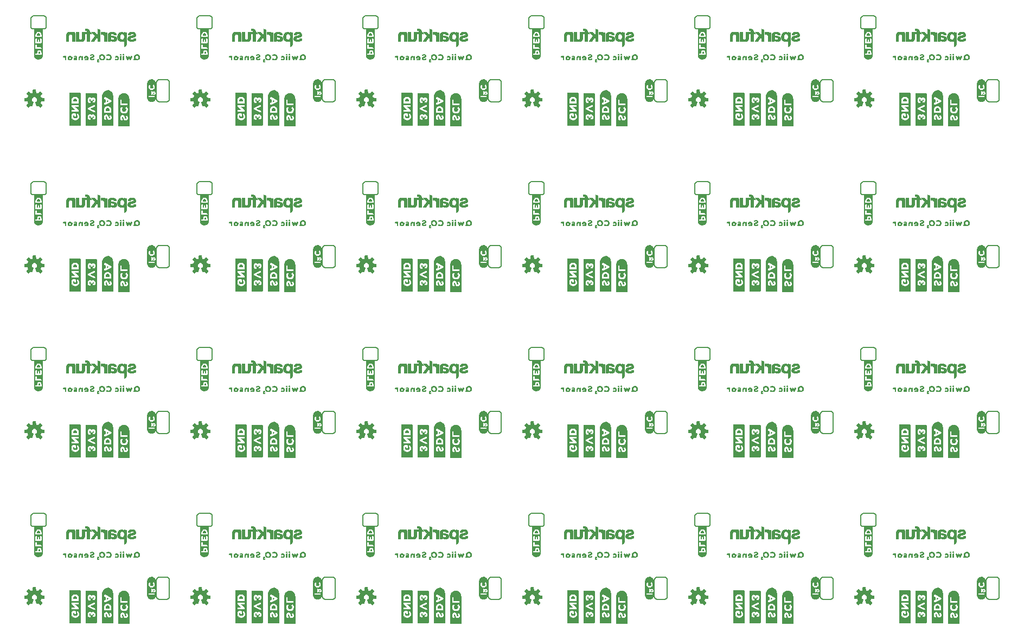
<source format=gbo>
G04 EAGLE Gerber RS-274X export*
G75*
%MOMM*%
%FSLAX34Y34*%
%LPD*%
%INSilkscreen Bottom*%
%IPPOS*%
%AMOC8*
5,1,8,0,0,1.08239X$1,22.5*%
G01*
%ADD10C,0.203200*%

G36*
X1443115Y535702D02*
X1443115Y535702D01*
X1443125Y535698D01*
X1443625Y535998D01*
X1443633Y536017D01*
X1443640Y536022D01*
X1443637Y536026D01*
X1443639Y536032D01*
X1443649Y536040D01*
X1443649Y583140D01*
X1443646Y583144D01*
X1443649Y583146D01*
X1443549Y583946D01*
X1443546Y583949D01*
X1443548Y583952D01*
X1443148Y585552D01*
X1443142Y585557D01*
X1443144Y585562D01*
X1442344Y587162D01*
X1442342Y587163D01*
X1442343Y587164D01*
X1441943Y587864D01*
X1441934Y587868D01*
X1441935Y587875D01*
X1440735Y589075D01*
X1440731Y589075D01*
X1440732Y589078D01*
X1440132Y589578D01*
X1440129Y589578D01*
X1440129Y589580D01*
X1439429Y590080D01*
X1439423Y590080D01*
X1439422Y590084D01*
X1438622Y590484D01*
X1438618Y590483D01*
X1438617Y590486D01*
X1437817Y590786D01*
X1437813Y590785D01*
X1437812Y590788D01*
X1436212Y591188D01*
X1436204Y591184D01*
X1436200Y591189D01*
X1434500Y591189D01*
X1434496Y591186D01*
X1434494Y591189D01*
X1433694Y591089D01*
X1433691Y591086D01*
X1433689Y591088D01*
X1432789Y590888D01*
X1432789Y590887D01*
X1432788Y590888D01*
X1431988Y590688D01*
X1431982Y590680D01*
X1431976Y590683D01*
X1431277Y590284D01*
X1430478Y589884D01*
X1430475Y589879D01*
X1430471Y589880D01*
X1429771Y589380D01*
X1429770Y589374D01*
X1429765Y589375D01*
X1428565Y588175D01*
X1428565Y588171D01*
X1428562Y588172D01*
X1428062Y587572D01*
X1428062Y587564D01*
X1428062Y587563D01*
X1428056Y587562D01*
X1427656Y586763D01*
X1427257Y586064D01*
X1427258Y586059D01*
X1427254Y586057D01*
X1426954Y585257D01*
X1426955Y585253D01*
X1426952Y585252D01*
X1426752Y584452D01*
X1426754Y584447D01*
X1426751Y584445D01*
X1426651Y583546D01*
X1426551Y582746D01*
X1426553Y582742D01*
X1426551Y582740D01*
X1426551Y536240D01*
X1426565Y536222D01*
X1426562Y536209D01*
X1426962Y535709D01*
X1426992Y535702D01*
X1427000Y535691D01*
X1443100Y535691D01*
X1443115Y535702D01*
G37*
G36*
X1443115Y276622D02*
X1443115Y276622D01*
X1443125Y276618D01*
X1443625Y276918D01*
X1443633Y276937D01*
X1443640Y276942D01*
X1443637Y276946D01*
X1443639Y276952D01*
X1443649Y276960D01*
X1443649Y324060D01*
X1443646Y324064D01*
X1443649Y324066D01*
X1443549Y324866D01*
X1443546Y324869D01*
X1443548Y324872D01*
X1443148Y326472D01*
X1443142Y326477D01*
X1443144Y326482D01*
X1442344Y328082D01*
X1442342Y328083D01*
X1442343Y328084D01*
X1441943Y328784D01*
X1441934Y328788D01*
X1441935Y328795D01*
X1440735Y329995D01*
X1440731Y329995D01*
X1440732Y329998D01*
X1440132Y330498D01*
X1440129Y330498D01*
X1440129Y330500D01*
X1439429Y331000D01*
X1439423Y331000D01*
X1439422Y331004D01*
X1438622Y331404D01*
X1438618Y331403D01*
X1438617Y331406D01*
X1437817Y331706D01*
X1437813Y331705D01*
X1437812Y331708D01*
X1436212Y332108D01*
X1436204Y332104D01*
X1436200Y332109D01*
X1434500Y332109D01*
X1434496Y332106D01*
X1434494Y332109D01*
X1433694Y332009D01*
X1433691Y332006D01*
X1433689Y332008D01*
X1432789Y331808D01*
X1432789Y331807D01*
X1432788Y331808D01*
X1431988Y331608D01*
X1431982Y331600D01*
X1431976Y331603D01*
X1431277Y331204D01*
X1430478Y330804D01*
X1430475Y330799D01*
X1430471Y330800D01*
X1429771Y330300D01*
X1429770Y330294D01*
X1429765Y330295D01*
X1428565Y329095D01*
X1428565Y329091D01*
X1428562Y329092D01*
X1428062Y328492D01*
X1428062Y328484D01*
X1428062Y328483D01*
X1428056Y328482D01*
X1427656Y327683D01*
X1427257Y326984D01*
X1427258Y326979D01*
X1427254Y326977D01*
X1426954Y326177D01*
X1426955Y326173D01*
X1426952Y326172D01*
X1426752Y325372D01*
X1426754Y325367D01*
X1426751Y325365D01*
X1426651Y324466D01*
X1426551Y323666D01*
X1426553Y323662D01*
X1426551Y323660D01*
X1426551Y277160D01*
X1426565Y277142D01*
X1426562Y277129D01*
X1426962Y276629D01*
X1426992Y276622D01*
X1427000Y276611D01*
X1443100Y276611D01*
X1443115Y276622D01*
G37*
G36*
X1184035Y17542D02*
X1184035Y17542D01*
X1184045Y17538D01*
X1184545Y17838D01*
X1184553Y17857D01*
X1184560Y17862D01*
X1184557Y17866D01*
X1184559Y17872D01*
X1184569Y17880D01*
X1184569Y64980D01*
X1184566Y64984D01*
X1184569Y64986D01*
X1184469Y65786D01*
X1184466Y65789D01*
X1184468Y65792D01*
X1184068Y67392D01*
X1184062Y67397D01*
X1184064Y67402D01*
X1183264Y69002D01*
X1183262Y69003D01*
X1183263Y69004D01*
X1182863Y69704D01*
X1182854Y69708D01*
X1182855Y69715D01*
X1181655Y70915D01*
X1181651Y70915D01*
X1181652Y70918D01*
X1181052Y71418D01*
X1181049Y71418D01*
X1181049Y71420D01*
X1180349Y71920D01*
X1180343Y71920D01*
X1180342Y71924D01*
X1179542Y72324D01*
X1179538Y72323D01*
X1179537Y72326D01*
X1178737Y72626D01*
X1178733Y72625D01*
X1178732Y72628D01*
X1177132Y73028D01*
X1177124Y73024D01*
X1177120Y73029D01*
X1175420Y73029D01*
X1175416Y73026D01*
X1175414Y73029D01*
X1174614Y72929D01*
X1174611Y72926D01*
X1174609Y72928D01*
X1173709Y72728D01*
X1173709Y72727D01*
X1173708Y72728D01*
X1172908Y72528D01*
X1172902Y72520D01*
X1172896Y72523D01*
X1172197Y72124D01*
X1171398Y71724D01*
X1171395Y71719D01*
X1171391Y71720D01*
X1170691Y71220D01*
X1170690Y71214D01*
X1170685Y71215D01*
X1169485Y70015D01*
X1169485Y70011D01*
X1169482Y70012D01*
X1168982Y69412D01*
X1168982Y69404D01*
X1168982Y69403D01*
X1168976Y69402D01*
X1168576Y68603D01*
X1168177Y67904D01*
X1168178Y67899D01*
X1168174Y67897D01*
X1167874Y67097D01*
X1167875Y67093D01*
X1167872Y67092D01*
X1167672Y66292D01*
X1167674Y66287D01*
X1167671Y66285D01*
X1167571Y65386D01*
X1167471Y64586D01*
X1167473Y64582D01*
X1167471Y64580D01*
X1167471Y18080D01*
X1167485Y18062D01*
X1167482Y18049D01*
X1167882Y17549D01*
X1167912Y17542D01*
X1167920Y17531D01*
X1184020Y17531D01*
X1184035Y17542D01*
G37*
G36*
X665875Y794782D02*
X665875Y794782D01*
X665885Y794778D01*
X666385Y795078D01*
X666393Y795097D01*
X666400Y795102D01*
X666397Y795106D01*
X666399Y795112D01*
X666409Y795120D01*
X666409Y842220D01*
X666406Y842224D01*
X666409Y842226D01*
X666309Y843026D01*
X666306Y843029D01*
X666308Y843032D01*
X665908Y844632D01*
X665902Y844637D01*
X665904Y844642D01*
X665104Y846242D01*
X665102Y846243D01*
X665103Y846244D01*
X664703Y846944D01*
X664694Y846948D01*
X664695Y846955D01*
X663495Y848155D01*
X663491Y848155D01*
X663492Y848158D01*
X662892Y848658D01*
X662889Y848658D01*
X662889Y848660D01*
X662189Y849160D01*
X662183Y849160D01*
X662182Y849164D01*
X661382Y849564D01*
X661378Y849563D01*
X661377Y849566D01*
X660577Y849866D01*
X660573Y849865D01*
X660572Y849868D01*
X658972Y850268D01*
X658964Y850264D01*
X658960Y850269D01*
X657260Y850269D01*
X657256Y850266D01*
X657254Y850269D01*
X656454Y850169D01*
X656451Y850166D01*
X656449Y850168D01*
X655549Y849968D01*
X655549Y849967D01*
X655548Y849968D01*
X654748Y849768D01*
X654742Y849760D01*
X654736Y849763D01*
X654037Y849364D01*
X653238Y848964D01*
X653235Y848959D01*
X653231Y848960D01*
X652531Y848460D01*
X652530Y848454D01*
X652525Y848455D01*
X651325Y847255D01*
X651325Y847251D01*
X651322Y847252D01*
X650822Y846652D01*
X650822Y846644D01*
X650822Y846643D01*
X650816Y846642D01*
X650416Y845843D01*
X650017Y845144D01*
X650018Y845139D01*
X650014Y845137D01*
X649714Y844337D01*
X649715Y844333D01*
X649712Y844332D01*
X649512Y843532D01*
X649514Y843527D01*
X649511Y843525D01*
X649411Y842626D01*
X649311Y841826D01*
X649313Y841822D01*
X649311Y841820D01*
X649311Y795320D01*
X649325Y795302D01*
X649322Y795289D01*
X649722Y794789D01*
X649752Y794782D01*
X649760Y794771D01*
X665860Y794771D01*
X665875Y794782D01*
G37*
G36*
X665875Y276622D02*
X665875Y276622D01*
X665885Y276618D01*
X666385Y276918D01*
X666393Y276937D01*
X666400Y276942D01*
X666397Y276946D01*
X666399Y276952D01*
X666409Y276960D01*
X666409Y324060D01*
X666406Y324064D01*
X666409Y324066D01*
X666309Y324866D01*
X666306Y324869D01*
X666308Y324872D01*
X665908Y326472D01*
X665902Y326477D01*
X665904Y326482D01*
X665104Y328082D01*
X665102Y328083D01*
X665103Y328084D01*
X664703Y328784D01*
X664694Y328788D01*
X664695Y328795D01*
X663495Y329995D01*
X663491Y329995D01*
X663492Y329998D01*
X662892Y330498D01*
X662889Y330498D01*
X662889Y330500D01*
X662189Y331000D01*
X662183Y331000D01*
X662182Y331004D01*
X661382Y331404D01*
X661378Y331403D01*
X661377Y331406D01*
X660577Y331706D01*
X660573Y331705D01*
X660572Y331708D01*
X658972Y332108D01*
X658964Y332104D01*
X658960Y332109D01*
X657260Y332109D01*
X657256Y332106D01*
X657254Y332109D01*
X656454Y332009D01*
X656451Y332006D01*
X656449Y332008D01*
X655549Y331808D01*
X655549Y331807D01*
X655548Y331808D01*
X654748Y331608D01*
X654742Y331600D01*
X654736Y331603D01*
X654037Y331204D01*
X653238Y330804D01*
X653235Y330799D01*
X653231Y330800D01*
X652531Y330300D01*
X652530Y330294D01*
X652525Y330295D01*
X651325Y329095D01*
X651325Y329091D01*
X651322Y329092D01*
X650822Y328492D01*
X650822Y328484D01*
X650822Y328483D01*
X650816Y328482D01*
X650416Y327683D01*
X650017Y326984D01*
X650018Y326979D01*
X650014Y326977D01*
X649714Y326177D01*
X649715Y326173D01*
X649712Y326172D01*
X649512Y325372D01*
X649514Y325367D01*
X649511Y325365D01*
X649411Y324466D01*
X649311Y323666D01*
X649313Y323662D01*
X649311Y323660D01*
X649311Y277160D01*
X649325Y277142D01*
X649322Y277129D01*
X649722Y276629D01*
X649752Y276622D01*
X649760Y276611D01*
X665860Y276611D01*
X665875Y276622D01*
G37*
G36*
X406795Y17542D02*
X406795Y17542D01*
X406805Y17538D01*
X407305Y17838D01*
X407313Y17857D01*
X407320Y17862D01*
X407317Y17866D01*
X407319Y17872D01*
X407329Y17880D01*
X407329Y64980D01*
X407326Y64984D01*
X407329Y64986D01*
X407229Y65786D01*
X407226Y65789D01*
X407228Y65792D01*
X406828Y67392D01*
X406822Y67397D01*
X406824Y67402D01*
X406024Y69002D01*
X406022Y69003D01*
X406023Y69004D01*
X405623Y69704D01*
X405614Y69708D01*
X405615Y69715D01*
X404415Y70915D01*
X404411Y70915D01*
X404412Y70918D01*
X403812Y71418D01*
X403809Y71418D01*
X403809Y71420D01*
X403109Y71920D01*
X403103Y71920D01*
X403102Y71924D01*
X402302Y72324D01*
X402298Y72323D01*
X402297Y72326D01*
X401497Y72626D01*
X401493Y72625D01*
X401492Y72628D01*
X399892Y73028D01*
X399884Y73024D01*
X399880Y73029D01*
X398180Y73029D01*
X398176Y73026D01*
X398174Y73029D01*
X397374Y72929D01*
X397371Y72926D01*
X397369Y72928D01*
X396469Y72728D01*
X396469Y72727D01*
X396468Y72728D01*
X395668Y72528D01*
X395662Y72520D01*
X395656Y72523D01*
X394957Y72124D01*
X394158Y71724D01*
X394155Y71719D01*
X394151Y71720D01*
X393451Y71220D01*
X393450Y71214D01*
X393445Y71215D01*
X392245Y70015D01*
X392245Y70011D01*
X392242Y70012D01*
X391742Y69412D01*
X391742Y69404D01*
X391742Y69403D01*
X391736Y69402D01*
X391336Y68603D01*
X390937Y67904D01*
X390938Y67899D01*
X390934Y67897D01*
X390634Y67097D01*
X390635Y67093D01*
X390632Y67092D01*
X390432Y66292D01*
X390434Y66287D01*
X390431Y66285D01*
X390331Y65386D01*
X390231Y64586D01*
X390233Y64582D01*
X390231Y64580D01*
X390231Y18080D01*
X390245Y18062D01*
X390242Y18049D01*
X390642Y17549D01*
X390672Y17542D01*
X390680Y17531D01*
X406780Y17531D01*
X406795Y17542D01*
G37*
G36*
X147715Y276622D02*
X147715Y276622D01*
X147725Y276618D01*
X148225Y276918D01*
X148233Y276937D01*
X148240Y276942D01*
X148237Y276946D01*
X148239Y276952D01*
X148249Y276960D01*
X148249Y324060D01*
X148246Y324064D01*
X148249Y324066D01*
X148149Y324866D01*
X148146Y324869D01*
X148148Y324872D01*
X147748Y326472D01*
X147742Y326477D01*
X147744Y326482D01*
X146944Y328082D01*
X146942Y328083D01*
X146943Y328084D01*
X146543Y328784D01*
X146534Y328788D01*
X146535Y328795D01*
X145335Y329995D01*
X145331Y329995D01*
X145332Y329998D01*
X144732Y330498D01*
X144729Y330498D01*
X144729Y330500D01*
X144029Y331000D01*
X144023Y331000D01*
X144022Y331004D01*
X143222Y331404D01*
X143218Y331403D01*
X143217Y331406D01*
X142417Y331706D01*
X142413Y331705D01*
X142412Y331708D01*
X140812Y332108D01*
X140804Y332104D01*
X140800Y332109D01*
X139100Y332109D01*
X139096Y332106D01*
X139094Y332109D01*
X138294Y332009D01*
X138291Y332006D01*
X138289Y332008D01*
X137389Y331808D01*
X137389Y331807D01*
X137388Y331808D01*
X136588Y331608D01*
X136582Y331600D01*
X136576Y331603D01*
X135877Y331204D01*
X135078Y330804D01*
X135075Y330799D01*
X135071Y330800D01*
X134371Y330300D01*
X134370Y330294D01*
X134365Y330295D01*
X133165Y329095D01*
X133165Y329091D01*
X133162Y329092D01*
X132662Y328492D01*
X132662Y328484D01*
X132662Y328483D01*
X132656Y328482D01*
X132256Y327683D01*
X131857Y326984D01*
X131858Y326979D01*
X131854Y326977D01*
X131554Y326177D01*
X131555Y326173D01*
X131552Y326172D01*
X131352Y325372D01*
X131354Y325367D01*
X131351Y325365D01*
X131251Y324466D01*
X131151Y323666D01*
X131153Y323662D01*
X131151Y323660D01*
X131151Y277160D01*
X131165Y277142D01*
X131162Y277129D01*
X131562Y276629D01*
X131592Y276622D01*
X131600Y276611D01*
X147700Y276611D01*
X147715Y276622D01*
G37*
G36*
X1443115Y17542D02*
X1443115Y17542D01*
X1443125Y17538D01*
X1443625Y17838D01*
X1443633Y17857D01*
X1443640Y17862D01*
X1443637Y17866D01*
X1443639Y17872D01*
X1443649Y17880D01*
X1443649Y64980D01*
X1443646Y64984D01*
X1443649Y64986D01*
X1443549Y65786D01*
X1443546Y65789D01*
X1443548Y65792D01*
X1443148Y67392D01*
X1443142Y67397D01*
X1443144Y67402D01*
X1442344Y69002D01*
X1442342Y69003D01*
X1442343Y69004D01*
X1441943Y69704D01*
X1441934Y69708D01*
X1441935Y69715D01*
X1440735Y70915D01*
X1440731Y70915D01*
X1440732Y70918D01*
X1440132Y71418D01*
X1440129Y71418D01*
X1440129Y71420D01*
X1439429Y71920D01*
X1439423Y71920D01*
X1439422Y71924D01*
X1438622Y72324D01*
X1438618Y72323D01*
X1438617Y72326D01*
X1437817Y72626D01*
X1437813Y72625D01*
X1437812Y72628D01*
X1436212Y73028D01*
X1436204Y73024D01*
X1436200Y73029D01*
X1434500Y73029D01*
X1434496Y73026D01*
X1434494Y73029D01*
X1433694Y72929D01*
X1433691Y72926D01*
X1433689Y72928D01*
X1432789Y72728D01*
X1432789Y72727D01*
X1432788Y72728D01*
X1431988Y72528D01*
X1431982Y72520D01*
X1431976Y72523D01*
X1431277Y72124D01*
X1430478Y71724D01*
X1430475Y71719D01*
X1430471Y71720D01*
X1429771Y71220D01*
X1429770Y71214D01*
X1429765Y71215D01*
X1428565Y70015D01*
X1428565Y70011D01*
X1428562Y70012D01*
X1428062Y69412D01*
X1428062Y69404D01*
X1428062Y69403D01*
X1428056Y69402D01*
X1427656Y68603D01*
X1427257Y67904D01*
X1427258Y67899D01*
X1427254Y67897D01*
X1426954Y67097D01*
X1426955Y67093D01*
X1426952Y67092D01*
X1426752Y66292D01*
X1426754Y66287D01*
X1426751Y66285D01*
X1426651Y65386D01*
X1426551Y64586D01*
X1426553Y64582D01*
X1426551Y64580D01*
X1426551Y18080D01*
X1426565Y18062D01*
X1426562Y18049D01*
X1426962Y17549D01*
X1426992Y17542D01*
X1427000Y17531D01*
X1443100Y17531D01*
X1443115Y17542D01*
G37*
G36*
X924955Y17542D02*
X924955Y17542D01*
X924965Y17538D01*
X925465Y17838D01*
X925473Y17857D01*
X925480Y17862D01*
X925477Y17866D01*
X925479Y17872D01*
X925489Y17880D01*
X925489Y64980D01*
X925486Y64984D01*
X925489Y64986D01*
X925389Y65786D01*
X925386Y65789D01*
X925388Y65792D01*
X924988Y67392D01*
X924982Y67397D01*
X924984Y67402D01*
X924184Y69002D01*
X924182Y69003D01*
X924183Y69004D01*
X923783Y69704D01*
X923774Y69708D01*
X923775Y69715D01*
X922575Y70915D01*
X922571Y70915D01*
X922572Y70918D01*
X921972Y71418D01*
X921969Y71418D01*
X921969Y71420D01*
X921269Y71920D01*
X921263Y71920D01*
X921262Y71924D01*
X920462Y72324D01*
X920458Y72323D01*
X920457Y72326D01*
X919657Y72626D01*
X919653Y72625D01*
X919652Y72628D01*
X918052Y73028D01*
X918044Y73024D01*
X918040Y73029D01*
X916340Y73029D01*
X916336Y73026D01*
X916334Y73029D01*
X915534Y72929D01*
X915531Y72926D01*
X915529Y72928D01*
X914629Y72728D01*
X914629Y72727D01*
X914628Y72728D01*
X913828Y72528D01*
X913822Y72520D01*
X913816Y72523D01*
X913117Y72124D01*
X912318Y71724D01*
X912315Y71719D01*
X912311Y71720D01*
X911611Y71220D01*
X911610Y71214D01*
X911605Y71215D01*
X910405Y70015D01*
X910405Y70011D01*
X910402Y70012D01*
X909902Y69412D01*
X909902Y69404D01*
X909902Y69403D01*
X909896Y69402D01*
X909496Y68603D01*
X909097Y67904D01*
X909098Y67899D01*
X909094Y67897D01*
X908794Y67097D01*
X908795Y67093D01*
X908792Y67092D01*
X908592Y66292D01*
X908594Y66287D01*
X908591Y66285D01*
X908491Y65386D01*
X908391Y64586D01*
X908393Y64582D01*
X908391Y64580D01*
X908391Y18080D01*
X908405Y18062D01*
X908402Y18049D01*
X908802Y17549D01*
X908832Y17542D01*
X908840Y17531D01*
X924940Y17531D01*
X924955Y17542D01*
G37*
G36*
X924955Y535702D02*
X924955Y535702D01*
X924965Y535698D01*
X925465Y535998D01*
X925473Y536017D01*
X925480Y536022D01*
X925477Y536026D01*
X925479Y536032D01*
X925489Y536040D01*
X925489Y583140D01*
X925486Y583144D01*
X925489Y583146D01*
X925389Y583946D01*
X925386Y583949D01*
X925388Y583952D01*
X924988Y585552D01*
X924982Y585557D01*
X924984Y585562D01*
X924184Y587162D01*
X924182Y587163D01*
X924183Y587164D01*
X923783Y587864D01*
X923774Y587868D01*
X923775Y587875D01*
X922575Y589075D01*
X922571Y589075D01*
X922572Y589078D01*
X921972Y589578D01*
X921969Y589578D01*
X921969Y589580D01*
X921269Y590080D01*
X921263Y590080D01*
X921262Y590084D01*
X920462Y590484D01*
X920458Y590483D01*
X920457Y590486D01*
X919657Y590786D01*
X919653Y590785D01*
X919652Y590788D01*
X918052Y591188D01*
X918044Y591184D01*
X918040Y591189D01*
X916340Y591189D01*
X916336Y591186D01*
X916334Y591189D01*
X915534Y591089D01*
X915531Y591086D01*
X915529Y591088D01*
X914629Y590888D01*
X914629Y590887D01*
X914628Y590888D01*
X913828Y590688D01*
X913822Y590680D01*
X913816Y590683D01*
X913117Y590284D01*
X912318Y589884D01*
X912315Y589879D01*
X912311Y589880D01*
X911611Y589380D01*
X911610Y589374D01*
X911605Y589375D01*
X910405Y588175D01*
X910405Y588171D01*
X910402Y588172D01*
X909902Y587572D01*
X909902Y587564D01*
X909902Y587563D01*
X909896Y587562D01*
X909496Y586763D01*
X909097Y586064D01*
X909098Y586059D01*
X909094Y586057D01*
X908794Y585257D01*
X908795Y585253D01*
X908792Y585252D01*
X908592Y584452D01*
X908594Y584447D01*
X908591Y584445D01*
X908491Y583546D01*
X908391Y582746D01*
X908393Y582742D01*
X908391Y582740D01*
X908391Y536240D01*
X908405Y536222D01*
X908402Y536209D01*
X908802Y535709D01*
X908832Y535702D01*
X908840Y535691D01*
X924940Y535691D01*
X924955Y535702D01*
G37*
G36*
X147715Y17542D02*
X147715Y17542D01*
X147725Y17538D01*
X148225Y17838D01*
X148233Y17857D01*
X148240Y17862D01*
X148237Y17866D01*
X148239Y17872D01*
X148249Y17880D01*
X148249Y64980D01*
X148246Y64984D01*
X148249Y64986D01*
X148149Y65786D01*
X148146Y65789D01*
X148148Y65792D01*
X147748Y67392D01*
X147742Y67397D01*
X147744Y67402D01*
X146944Y69002D01*
X146942Y69003D01*
X146943Y69004D01*
X146543Y69704D01*
X146534Y69708D01*
X146535Y69715D01*
X145335Y70915D01*
X145331Y70915D01*
X145332Y70918D01*
X144732Y71418D01*
X144729Y71418D01*
X144729Y71420D01*
X144029Y71920D01*
X144023Y71920D01*
X144022Y71924D01*
X143222Y72324D01*
X143218Y72323D01*
X143217Y72326D01*
X142417Y72626D01*
X142413Y72625D01*
X142412Y72628D01*
X140812Y73028D01*
X140804Y73024D01*
X140800Y73029D01*
X139100Y73029D01*
X139096Y73026D01*
X139094Y73029D01*
X138294Y72929D01*
X138291Y72926D01*
X138289Y72928D01*
X137389Y72728D01*
X137389Y72727D01*
X137388Y72728D01*
X136588Y72528D01*
X136582Y72520D01*
X136576Y72523D01*
X135877Y72124D01*
X135078Y71724D01*
X135075Y71719D01*
X135071Y71720D01*
X134371Y71220D01*
X134370Y71214D01*
X134365Y71215D01*
X133165Y70015D01*
X133165Y70011D01*
X133162Y70012D01*
X132662Y69412D01*
X132662Y69404D01*
X132662Y69403D01*
X132656Y69402D01*
X132256Y68603D01*
X131857Y67904D01*
X131858Y67899D01*
X131854Y67897D01*
X131554Y67097D01*
X131555Y67093D01*
X131552Y67092D01*
X131352Y66292D01*
X131354Y66287D01*
X131351Y66285D01*
X131251Y65386D01*
X131151Y64586D01*
X131153Y64582D01*
X131151Y64580D01*
X131151Y18080D01*
X131165Y18062D01*
X131162Y18049D01*
X131562Y17549D01*
X131592Y17542D01*
X131600Y17531D01*
X147700Y17531D01*
X147715Y17542D01*
G37*
G36*
X665875Y17542D02*
X665875Y17542D01*
X665885Y17538D01*
X666385Y17838D01*
X666393Y17857D01*
X666400Y17862D01*
X666397Y17866D01*
X666399Y17872D01*
X666409Y17880D01*
X666409Y64980D01*
X666406Y64984D01*
X666409Y64986D01*
X666309Y65786D01*
X666306Y65789D01*
X666308Y65792D01*
X665908Y67392D01*
X665902Y67397D01*
X665904Y67402D01*
X665104Y69002D01*
X665102Y69003D01*
X665103Y69004D01*
X664703Y69704D01*
X664694Y69708D01*
X664695Y69715D01*
X663495Y70915D01*
X663491Y70915D01*
X663492Y70918D01*
X662892Y71418D01*
X662889Y71418D01*
X662889Y71420D01*
X662189Y71920D01*
X662183Y71920D01*
X662182Y71924D01*
X661382Y72324D01*
X661378Y72323D01*
X661377Y72326D01*
X660577Y72626D01*
X660573Y72625D01*
X660572Y72628D01*
X658972Y73028D01*
X658964Y73024D01*
X658960Y73029D01*
X657260Y73029D01*
X657256Y73026D01*
X657254Y73029D01*
X656454Y72929D01*
X656451Y72926D01*
X656449Y72928D01*
X655549Y72728D01*
X655549Y72727D01*
X655548Y72728D01*
X654748Y72528D01*
X654742Y72520D01*
X654736Y72523D01*
X654037Y72124D01*
X653238Y71724D01*
X653235Y71719D01*
X653231Y71720D01*
X652531Y71220D01*
X652530Y71214D01*
X652525Y71215D01*
X651325Y70015D01*
X651325Y70011D01*
X651322Y70012D01*
X650822Y69412D01*
X650822Y69404D01*
X650822Y69403D01*
X650816Y69402D01*
X650416Y68603D01*
X650017Y67904D01*
X650018Y67899D01*
X650014Y67897D01*
X649714Y67097D01*
X649715Y67093D01*
X649712Y67092D01*
X649512Y66292D01*
X649514Y66287D01*
X649511Y66285D01*
X649411Y65386D01*
X649311Y64586D01*
X649313Y64582D01*
X649311Y64580D01*
X649311Y18080D01*
X649325Y18062D01*
X649322Y18049D01*
X649722Y17549D01*
X649752Y17542D01*
X649760Y17531D01*
X665860Y17531D01*
X665875Y17542D01*
G37*
G36*
X1184035Y276622D02*
X1184035Y276622D01*
X1184045Y276618D01*
X1184545Y276918D01*
X1184553Y276937D01*
X1184560Y276942D01*
X1184557Y276946D01*
X1184559Y276952D01*
X1184569Y276960D01*
X1184569Y324060D01*
X1184566Y324064D01*
X1184569Y324066D01*
X1184469Y324866D01*
X1184466Y324869D01*
X1184468Y324872D01*
X1184068Y326472D01*
X1184062Y326477D01*
X1184064Y326482D01*
X1183264Y328082D01*
X1183262Y328083D01*
X1183263Y328084D01*
X1182863Y328784D01*
X1182854Y328788D01*
X1182855Y328795D01*
X1181655Y329995D01*
X1181651Y329995D01*
X1181652Y329998D01*
X1181052Y330498D01*
X1181049Y330498D01*
X1181049Y330500D01*
X1180349Y331000D01*
X1180343Y331000D01*
X1180342Y331004D01*
X1179542Y331404D01*
X1179538Y331403D01*
X1179537Y331406D01*
X1178737Y331706D01*
X1178733Y331705D01*
X1178732Y331708D01*
X1177132Y332108D01*
X1177124Y332104D01*
X1177120Y332109D01*
X1175420Y332109D01*
X1175416Y332106D01*
X1175414Y332109D01*
X1174614Y332009D01*
X1174611Y332006D01*
X1174609Y332008D01*
X1173709Y331808D01*
X1173709Y331807D01*
X1173708Y331808D01*
X1172908Y331608D01*
X1172902Y331600D01*
X1172896Y331603D01*
X1172197Y331204D01*
X1171398Y330804D01*
X1171395Y330799D01*
X1171391Y330800D01*
X1170691Y330300D01*
X1170690Y330294D01*
X1170685Y330295D01*
X1169485Y329095D01*
X1169485Y329091D01*
X1169482Y329092D01*
X1168982Y328492D01*
X1168982Y328484D01*
X1168982Y328483D01*
X1168976Y328482D01*
X1168576Y327683D01*
X1168177Y326984D01*
X1168178Y326979D01*
X1168174Y326977D01*
X1167874Y326177D01*
X1167875Y326173D01*
X1167872Y326172D01*
X1167672Y325372D01*
X1167674Y325367D01*
X1167671Y325365D01*
X1167571Y324466D01*
X1167471Y323666D01*
X1167473Y323662D01*
X1167471Y323660D01*
X1167471Y277160D01*
X1167485Y277142D01*
X1167482Y277129D01*
X1167882Y276629D01*
X1167912Y276622D01*
X1167920Y276611D01*
X1184020Y276611D01*
X1184035Y276622D01*
G37*
G36*
X665875Y535702D02*
X665875Y535702D01*
X665885Y535698D01*
X666385Y535998D01*
X666393Y536017D01*
X666400Y536022D01*
X666397Y536026D01*
X666399Y536032D01*
X666409Y536040D01*
X666409Y583140D01*
X666406Y583144D01*
X666409Y583146D01*
X666309Y583946D01*
X666306Y583949D01*
X666308Y583952D01*
X665908Y585552D01*
X665902Y585557D01*
X665904Y585562D01*
X665104Y587162D01*
X665102Y587163D01*
X665103Y587164D01*
X664703Y587864D01*
X664694Y587868D01*
X664695Y587875D01*
X663495Y589075D01*
X663491Y589075D01*
X663492Y589078D01*
X662892Y589578D01*
X662889Y589578D01*
X662889Y589580D01*
X662189Y590080D01*
X662183Y590080D01*
X662182Y590084D01*
X661382Y590484D01*
X661378Y590483D01*
X661377Y590486D01*
X660577Y590786D01*
X660573Y590785D01*
X660572Y590788D01*
X658972Y591188D01*
X658964Y591184D01*
X658960Y591189D01*
X657260Y591189D01*
X657256Y591186D01*
X657254Y591189D01*
X656454Y591089D01*
X656451Y591086D01*
X656449Y591088D01*
X655549Y590888D01*
X655549Y590887D01*
X655548Y590888D01*
X654748Y590688D01*
X654742Y590680D01*
X654736Y590683D01*
X654037Y590284D01*
X653238Y589884D01*
X653235Y589879D01*
X653231Y589880D01*
X652531Y589380D01*
X652530Y589374D01*
X652525Y589375D01*
X651325Y588175D01*
X651325Y588171D01*
X651322Y588172D01*
X650822Y587572D01*
X650822Y587564D01*
X650822Y587563D01*
X650816Y587562D01*
X650416Y586763D01*
X650017Y586064D01*
X650018Y586059D01*
X650014Y586057D01*
X649714Y585257D01*
X649715Y585253D01*
X649712Y585252D01*
X649512Y584452D01*
X649514Y584447D01*
X649511Y584445D01*
X649411Y583546D01*
X649311Y582746D01*
X649313Y582742D01*
X649311Y582740D01*
X649311Y536240D01*
X649325Y536222D01*
X649322Y536209D01*
X649722Y535709D01*
X649752Y535702D01*
X649760Y535691D01*
X665860Y535691D01*
X665875Y535702D01*
G37*
G36*
X406795Y535702D02*
X406795Y535702D01*
X406805Y535698D01*
X407305Y535998D01*
X407313Y536017D01*
X407320Y536022D01*
X407317Y536026D01*
X407319Y536032D01*
X407329Y536040D01*
X407329Y583140D01*
X407326Y583144D01*
X407329Y583146D01*
X407229Y583946D01*
X407226Y583949D01*
X407228Y583952D01*
X406828Y585552D01*
X406822Y585557D01*
X406824Y585562D01*
X406024Y587162D01*
X406022Y587163D01*
X406023Y587164D01*
X405623Y587864D01*
X405614Y587868D01*
X405615Y587875D01*
X404415Y589075D01*
X404411Y589075D01*
X404412Y589078D01*
X403812Y589578D01*
X403809Y589578D01*
X403809Y589580D01*
X403109Y590080D01*
X403103Y590080D01*
X403102Y590084D01*
X402302Y590484D01*
X402298Y590483D01*
X402297Y590486D01*
X401497Y590786D01*
X401493Y590785D01*
X401492Y590788D01*
X399892Y591188D01*
X399884Y591184D01*
X399880Y591189D01*
X398180Y591189D01*
X398176Y591186D01*
X398174Y591189D01*
X397374Y591089D01*
X397371Y591086D01*
X397369Y591088D01*
X396469Y590888D01*
X396469Y590887D01*
X396468Y590888D01*
X395668Y590688D01*
X395662Y590680D01*
X395656Y590683D01*
X394957Y590284D01*
X394158Y589884D01*
X394155Y589879D01*
X394151Y589880D01*
X393451Y589380D01*
X393450Y589374D01*
X393445Y589375D01*
X392245Y588175D01*
X392245Y588171D01*
X392242Y588172D01*
X391742Y587572D01*
X391742Y587564D01*
X391742Y587563D01*
X391736Y587562D01*
X391336Y586763D01*
X390937Y586064D01*
X390938Y586059D01*
X390934Y586057D01*
X390634Y585257D01*
X390635Y585253D01*
X390632Y585252D01*
X390432Y584452D01*
X390434Y584447D01*
X390431Y584445D01*
X390331Y583546D01*
X390231Y582746D01*
X390233Y582742D01*
X390231Y582740D01*
X390231Y536240D01*
X390245Y536222D01*
X390242Y536209D01*
X390642Y535709D01*
X390672Y535702D01*
X390680Y535691D01*
X406780Y535691D01*
X406795Y535702D01*
G37*
G36*
X147715Y535702D02*
X147715Y535702D01*
X147725Y535698D01*
X148225Y535998D01*
X148233Y536017D01*
X148240Y536022D01*
X148237Y536026D01*
X148239Y536032D01*
X148249Y536040D01*
X148249Y583140D01*
X148246Y583144D01*
X148249Y583146D01*
X148149Y583946D01*
X148146Y583949D01*
X148148Y583952D01*
X147748Y585552D01*
X147742Y585557D01*
X147744Y585562D01*
X146944Y587162D01*
X146942Y587163D01*
X146943Y587164D01*
X146543Y587864D01*
X146534Y587868D01*
X146535Y587875D01*
X145335Y589075D01*
X145331Y589075D01*
X145332Y589078D01*
X144732Y589578D01*
X144729Y589578D01*
X144729Y589580D01*
X144029Y590080D01*
X144023Y590080D01*
X144022Y590084D01*
X143222Y590484D01*
X143218Y590483D01*
X143217Y590486D01*
X142417Y590786D01*
X142413Y590785D01*
X142412Y590788D01*
X140812Y591188D01*
X140804Y591184D01*
X140800Y591189D01*
X139100Y591189D01*
X139096Y591186D01*
X139094Y591189D01*
X138294Y591089D01*
X138291Y591086D01*
X138289Y591088D01*
X137389Y590888D01*
X137389Y590887D01*
X137388Y590888D01*
X136588Y590688D01*
X136582Y590680D01*
X136576Y590683D01*
X135877Y590284D01*
X135078Y589884D01*
X135075Y589879D01*
X135071Y589880D01*
X134371Y589380D01*
X134370Y589374D01*
X134365Y589375D01*
X133165Y588175D01*
X133165Y588171D01*
X133162Y588172D01*
X132662Y587572D01*
X132662Y587564D01*
X132662Y587563D01*
X132656Y587562D01*
X132256Y586763D01*
X131857Y586064D01*
X131858Y586059D01*
X131854Y586057D01*
X131554Y585257D01*
X131555Y585253D01*
X131552Y585252D01*
X131352Y584452D01*
X131354Y584447D01*
X131351Y584445D01*
X131251Y583546D01*
X131151Y582746D01*
X131153Y582742D01*
X131151Y582740D01*
X131151Y536240D01*
X131165Y536222D01*
X131162Y536209D01*
X131562Y535709D01*
X131592Y535702D01*
X131600Y535691D01*
X147700Y535691D01*
X147715Y535702D01*
G37*
G36*
X1184035Y535702D02*
X1184035Y535702D01*
X1184045Y535698D01*
X1184545Y535998D01*
X1184553Y536017D01*
X1184560Y536022D01*
X1184557Y536026D01*
X1184559Y536032D01*
X1184569Y536040D01*
X1184569Y583140D01*
X1184566Y583144D01*
X1184569Y583146D01*
X1184469Y583946D01*
X1184466Y583949D01*
X1184468Y583952D01*
X1184068Y585552D01*
X1184062Y585557D01*
X1184064Y585562D01*
X1183264Y587162D01*
X1183262Y587163D01*
X1183263Y587164D01*
X1182863Y587864D01*
X1182854Y587868D01*
X1182855Y587875D01*
X1181655Y589075D01*
X1181651Y589075D01*
X1181652Y589078D01*
X1181052Y589578D01*
X1181049Y589578D01*
X1181049Y589580D01*
X1180349Y590080D01*
X1180343Y590080D01*
X1180342Y590084D01*
X1179542Y590484D01*
X1179538Y590483D01*
X1179537Y590486D01*
X1178737Y590786D01*
X1178733Y590785D01*
X1178732Y590788D01*
X1177132Y591188D01*
X1177124Y591184D01*
X1177120Y591189D01*
X1175420Y591189D01*
X1175416Y591186D01*
X1175414Y591189D01*
X1174614Y591089D01*
X1174611Y591086D01*
X1174609Y591088D01*
X1173709Y590888D01*
X1173709Y590887D01*
X1173708Y590888D01*
X1172908Y590688D01*
X1172902Y590680D01*
X1172896Y590683D01*
X1172197Y590284D01*
X1171398Y589884D01*
X1171395Y589879D01*
X1171391Y589880D01*
X1170691Y589380D01*
X1170690Y589374D01*
X1170685Y589375D01*
X1169485Y588175D01*
X1169485Y588171D01*
X1169482Y588172D01*
X1168982Y587572D01*
X1168982Y587564D01*
X1168982Y587563D01*
X1168976Y587562D01*
X1168576Y586763D01*
X1168177Y586064D01*
X1168178Y586059D01*
X1168174Y586057D01*
X1167874Y585257D01*
X1167875Y585253D01*
X1167872Y585252D01*
X1167672Y584452D01*
X1167674Y584447D01*
X1167671Y584445D01*
X1167571Y583546D01*
X1167471Y582746D01*
X1167473Y582742D01*
X1167471Y582740D01*
X1167471Y536240D01*
X1167485Y536222D01*
X1167482Y536209D01*
X1167882Y535709D01*
X1167912Y535702D01*
X1167920Y535691D01*
X1184020Y535691D01*
X1184035Y535702D01*
G37*
G36*
X406795Y276622D02*
X406795Y276622D01*
X406805Y276618D01*
X407305Y276918D01*
X407313Y276937D01*
X407320Y276942D01*
X407317Y276946D01*
X407319Y276952D01*
X407329Y276960D01*
X407329Y324060D01*
X407326Y324064D01*
X407329Y324066D01*
X407229Y324866D01*
X407226Y324869D01*
X407228Y324872D01*
X406828Y326472D01*
X406822Y326477D01*
X406824Y326482D01*
X406024Y328082D01*
X406022Y328083D01*
X406023Y328084D01*
X405623Y328784D01*
X405614Y328788D01*
X405615Y328795D01*
X404415Y329995D01*
X404411Y329995D01*
X404412Y329998D01*
X403812Y330498D01*
X403809Y330498D01*
X403809Y330500D01*
X403109Y331000D01*
X403103Y331000D01*
X403102Y331004D01*
X402302Y331404D01*
X402298Y331403D01*
X402297Y331406D01*
X401497Y331706D01*
X401493Y331705D01*
X401492Y331708D01*
X399892Y332108D01*
X399884Y332104D01*
X399880Y332109D01*
X398180Y332109D01*
X398176Y332106D01*
X398174Y332109D01*
X397374Y332009D01*
X397371Y332006D01*
X397369Y332008D01*
X396469Y331808D01*
X396469Y331807D01*
X396468Y331808D01*
X395668Y331608D01*
X395662Y331600D01*
X395656Y331603D01*
X394957Y331204D01*
X394158Y330804D01*
X394155Y330799D01*
X394151Y330800D01*
X393451Y330300D01*
X393450Y330294D01*
X393445Y330295D01*
X392245Y329095D01*
X392245Y329091D01*
X392242Y329092D01*
X391742Y328492D01*
X391742Y328484D01*
X391742Y328483D01*
X391736Y328482D01*
X391336Y327683D01*
X390937Y326984D01*
X390938Y326979D01*
X390934Y326977D01*
X390634Y326177D01*
X390635Y326173D01*
X390632Y326172D01*
X390432Y325372D01*
X390434Y325367D01*
X390431Y325365D01*
X390331Y324466D01*
X390231Y323666D01*
X390233Y323662D01*
X390231Y323660D01*
X390231Y277160D01*
X390245Y277142D01*
X390242Y277129D01*
X390642Y276629D01*
X390672Y276622D01*
X390680Y276611D01*
X406780Y276611D01*
X406795Y276622D01*
G37*
G36*
X924955Y794782D02*
X924955Y794782D01*
X924965Y794778D01*
X925465Y795078D01*
X925473Y795097D01*
X925480Y795102D01*
X925477Y795106D01*
X925479Y795112D01*
X925489Y795120D01*
X925489Y842220D01*
X925486Y842224D01*
X925489Y842226D01*
X925389Y843026D01*
X925386Y843029D01*
X925388Y843032D01*
X924988Y844632D01*
X924982Y844637D01*
X924984Y844642D01*
X924184Y846242D01*
X924182Y846243D01*
X924183Y846244D01*
X923783Y846944D01*
X923774Y846948D01*
X923775Y846955D01*
X922575Y848155D01*
X922571Y848155D01*
X922572Y848158D01*
X921972Y848658D01*
X921969Y848658D01*
X921969Y848660D01*
X921269Y849160D01*
X921263Y849160D01*
X921262Y849164D01*
X920462Y849564D01*
X920458Y849563D01*
X920457Y849566D01*
X919657Y849866D01*
X919653Y849865D01*
X919652Y849868D01*
X918052Y850268D01*
X918044Y850264D01*
X918040Y850269D01*
X916340Y850269D01*
X916336Y850266D01*
X916334Y850269D01*
X915534Y850169D01*
X915531Y850166D01*
X915529Y850168D01*
X914629Y849968D01*
X914629Y849967D01*
X914628Y849968D01*
X913828Y849768D01*
X913822Y849760D01*
X913816Y849763D01*
X913117Y849364D01*
X912318Y848964D01*
X912315Y848959D01*
X912311Y848960D01*
X911611Y848460D01*
X911610Y848454D01*
X911605Y848455D01*
X910405Y847255D01*
X910405Y847251D01*
X910402Y847252D01*
X909902Y846652D01*
X909902Y846644D01*
X909902Y846643D01*
X909896Y846642D01*
X909496Y845843D01*
X909097Y845144D01*
X909098Y845139D01*
X909094Y845137D01*
X908794Y844337D01*
X908795Y844333D01*
X908792Y844332D01*
X908592Y843532D01*
X908594Y843527D01*
X908591Y843525D01*
X908491Y842626D01*
X908391Y841826D01*
X908393Y841822D01*
X908391Y841820D01*
X908391Y795320D01*
X908405Y795302D01*
X908402Y795289D01*
X908802Y794789D01*
X908832Y794782D01*
X908840Y794771D01*
X924940Y794771D01*
X924955Y794782D01*
G37*
G36*
X924955Y276622D02*
X924955Y276622D01*
X924965Y276618D01*
X925465Y276918D01*
X925473Y276937D01*
X925480Y276942D01*
X925477Y276946D01*
X925479Y276952D01*
X925489Y276960D01*
X925489Y324060D01*
X925486Y324064D01*
X925489Y324066D01*
X925389Y324866D01*
X925386Y324869D01*
X925388Y324872D01*
X924988Y326472D01*
X924982Y326477D01*
X924984Y326482D01*
X924184Y328082D01*
X924182Y328083D01*
X924183Y328084D01*
X923783Y328784D01*
X923774Y328788D01*
X923775Y328795D01*
X922575Y329995D01*
X922571Y329995D01*
X922572Y329998D01*
X921972Y330498D01*
X921969Y330498D01*
X921969Y330500D01*
X921269Y331000D01*
X921263Y331000D01*
X921262Y331004D01*
X920462Y331404D01*
X920458Y331403D01*
X920457Y331406D01*
X919657Y331706D01*
X919653Y331705D01*
X919652Y331708D01*
X918052Y332108D01*
X918044Y332104D01*
X918040Y332109D01*
X916340Y332109D01*
X916336Y332106D01*
X916334Y332109D01*
X915534Y332009D01*
X915531Y332006D01*
X915529Y332008D01*
X914629Y331808D01*
X914629Y331807D01*
X914628Y331808D01*
X913828Y331608D01*
X913822Y331600D01*
X913816Y331603D01*
X913117Y331204D01*
X912318Y330804D01*
X912315Y330799D01*
X912311Y330800D01*
X911611Y330300D01*
X911610Y330294D01*
X911605Y330295D01*
X910405Y329095D01*
X910405Y329091D01*
X910402Y329092D01*
X909902Y328492D01*
X909902Y328484D01*
X909902Y328483D01*
X909896Y328482D01*
X909496Y327683D01*
X909097Y326984D01*
X909098Y326979D01*
X909094Y326977D01*
X908794Y326177D01*
X908795Y326173D01*
X908792Y326172D01*
X908592Y325372D01*
X908594Y325367D01*
X908591Y325365D01*
X908491Y324466D01*
X908391Y323666D01*
X908393Y323662D01*
X908391Y323660D01*
X908391Y277160D01*
X908405Y277142D01*
X908402Y277129D01*
X908802Y276629D01*
X908832Y276622D01*
X908840Y276611D01*
X924940Y276611D01*
X924955Y276622D01*
G37*
G36*
X1443115Y794782D02*
X1443115Y794782D01*
X1443125Y794778D01*
X1443625Y795078D01*
X1443633Y795097D01*
X1443640Y795102D01*
X1443637Y795106D01*
X1443639Y795112D01*
X1443649Y795120D01*
X1443649Y842220D01*
X1443646Y842224D01*
X1443649Y842226D01*
X1443549Y843026D01*
X1443546Y843029D01*
X1443548Y843032D01*
X1443148Y844632D01*
X1443142Y844637D01*
X1443144Y844642D01*
X1442344Y846242D01*
X1442342Y846243D01*
X1442343Y846244D01*
X1441943Y846944D01*
X1441934Y846948D01*
X1441935Y846955D01*
X1440735Y848155D01*
X1440731Y848155D01*
X1440732Y848158D01*
X1440132Y848658D01*
X1440129Y848658D01*
X1440129Y848660D01*
X1439429Y849160D01*
X1439423Y849160D01*
X1439422Y849164D01*
X1438622Y849564D01*
X1438618Y849563D01*
X1438617Y849566D01*
X1437817Y849866D01*
X1437813Y849865D01*
X1437812Y849868D01*
X1436212Y850268D01*
X1436204Y850264D01*
X1436200Y850269D01*
X1434500Y850269D01*
X1434496Y850266D01*
X1434494Y850269D01*
X1433694Y850169D01*
X1433691Y850166D01*
X1433689Y850168D01*
X1432789Y849968D01*
X1432789Y849967D01*
X1432788Y849968D01*
X1431988Y849768D01*
X1431982Y849760D01*
X1431976Y849763D01*
X1431277Y849364D01*
X1430478Y848964D01*
X1430475Y848959D01*
X1430471Y848960D01*
X1429771Y848460D01*
X1429770Y848454D01*
X1429765Y848455D01*
X1428565Y847255D01*
X1428565Y847251D01*
X1428562Y847252D01*
X1428062Y846652D01*
X1428062Y846644D01*
X1428062Y846643D01*
X1428056Y846642D01*
X1427656Y845843D01*
X1427257Y845144D01*
X1427258Y845139D01*
X1427254Y845137D01*
X1426954Y844337D01*
X1426955Y844333D01*
X1426952Y844332D01*
X1426752Y843532D01*
X1426754Y843527D01*
X1426751Y843525D01*
X1426651Y842626D01*
X1426551Y841826D01*
X1426553Y841822D01*
X1426551Y841820D01*
X1426551Y795320D01*
X1426565Y795302D01*
X1426562Y795289D01*
X1426962Y794789D01*
X1426992Y794782D01*
X1427000Y794771D01*
X1443100Y794771D01*
X1443115Y794782D01*
G37*
G36*
X406795Y794782D02*
X406795Y794782D01*
X406805Y794778D01*
X407305Y795078D01*
X407313Y795097D01*
X407320Y795102D01*
X407317Y795106D01*
X407319Y795112D01*
X407329Y795120D01*
X407329Y842220D01*
X407326Y842224D01*
X407329Y842226D01*
X407229Y843026D01*
X407226Y843029D01*
X407228Y843032D01*
X406828Y844632D01*
X406822Y844637D01*
X406824Y844642D01*
X406024Y846242D01*
X406022Y846243D01*
X406023Y846244D01*
X405623Y846944D01*
X405614Y846948D01*
X405615Y846955D01*
X404415Y848155D01*
X404411Y848155D01*
X404412Y848158D01*
X403812Y848658D01*
X403809Y848658D01*
X403809Y848660D01*
X403109Y849160D01*
X403103Y849160D01*
X403102Y849164D01*
X402302Y849564D01*
X402298Y849563D01*
X402297Y849566D01*
X401497Y849866D01*
X401493Y849865D01*
X401492Y849868D01*
X399892Y850268D01*
X399884Y850264D01*
X399880Y850269D01*
X398180Y850269D01*
X398176Y850266D01*
X398174Y850269D01*
X397374Y850169D01*
X397371Y850166D01*
X397369Y850168D01*
X396469Y849968D01*
X396469Y849967D01*
X396468Y849968D01*
X395668Y849768D01*
X395662Y849760D01*
X395656Y849763D01*
X394957Y849364D01*
X394158Y848964D01*
X394155Y848959D01*
X394151Y848960D01*
X393451Y848460D01*
X393450Y848454D01*
X393445Y848455D01*
X392245Y847255D01*
X392245Y847251D01*
X392242Y847252D01*
X391742Y846652D01*
X391742Y846644D01*
X391742Y846643D01*
X391736Y846642D01*
X391336Y845843D01*
X390937Y845144D01*
X390938Y845139D01*
X390934Y845137D01*
X390634Y844337D01*
X390635Y844333D01*
X390632Y844332D01*
X390432Y843532D01*
X390434Y843527D01*
X390431Y843525D01*
X390331Y842626D01*
X390231Y841826D01*
X390233Y841822D01*
X390231Y841820D01*
X390231Y795320D01*
X390245Y795302D01*
X390242Y795289D01*
X390642Y794789D01*
X390672Y794782D01*
X390680Y794771D01*
X406780Y794771D01*
X406795Y794782D01*
G37*
G36*
X1184035Y794782D02*
X1184035Y794782D01*
X1184045Y794778D01*
X1184545Y795078D01*
X1184553Y795097D01*
X1184560Y795102D01*
X1184557Y795106D01*
X1184559Y795112D01*
X1184569Y795120D01*
X1184569Y842220D01*
X1184566Y842224D01*
X1184569Y842226D01*
X1184469Y843026D01*
X1184466Y843029D01*
X1184468Y843032D01*
X1184068Y844632D01*
X1184062Y844637D01*
X1184064Y844642D01*
X1183264Y846242D01*
X1183262Y846243D01*
X1183263Y846244D01*
X1182863Y846944D01*
X1182854Y846948D01*
X1182855Y846955D01*
X1181655Y848155D01*
X1181651Y848155D01*
X1181652Y848158D01*
X1181052Y848658D01*
X1181049Y848658D01*
X1181049Y848660D01*
X1180349Y849160D01*
X1180343Y849160D01*
X1180342Y849164D01*
X1179542Y849564D01*
X1179538Y849563D01*
X1179537Y849566D01*
X1178737Y849866D01*
X1178733Y849865D01*
X1178732Y849868D01*
X1177132Y850268D01*
X1177124Y850264D01*
X1177120Y850269D01*
X1175420Y850269D01*
X1175416Y850266D01*
X1175414Y850269D01*
X1174614Y850169D01*
X1174611Y850166D01*
X1174609Y850168D01*
X1173709Y849968D01*
X1173709Y849967D01*
X1173708Y849968D01*
X1172908Y849768D01*
X1172902Y849760D01*
X1172896Y849763D01*
X1172197Y849364D01*
X1171398Y848964D01*
X1171395Y848959D01*
X1171391Y848960D01*
X1170691Y848460D01*
X1170690Y848454D01*
X1170685Y848455D01*
X1169485Y847255D01*
X1169485Y847251D01*
X1169482Y847252D01*
X1168982Y846652D01*
X1168982Y846644D01*
X1168982Y846643D01*
X1168976Y846642D01*
X1168576Y845843D01*
X1168177Y845144D01*
X1168178Y845139D01*
X1168174Y845137D01*
X1167874Y844337D01*
X1167875Y844333D01*
X1167872Y844332D01*
X1167672Y843532D01*
X1167674Y843527D01*
X1167671Y843525D01*
X1167571Y842626D01*
X1167471Y841826D01*
X1167473Y841822D01*
X1167471Y841820D01*
X1167471Y795320D01*
X1167485Y795302D01*
X1167482Y795289D01*
X1167882Y794789D01*
X1167912Y794782D01*
X1167920Y794771D01*
X1184020Y794771D01*
X1184035Y794782D01*
G37*
G36*
X147715Y794782D02*
X147715Y794782D01*
X147725Y794778D01*
X148225Y795078D01*
X148233Y795097D01*
X148240Y795102D01*
X148237Y795106D01*
X148239Y795112D01*
X148249Y795120D01*
X148249Y842220D01*
X148246Y842224D01*
X148249Y842226D01*
X148149Y843026D01*
X148146Y843029D01*
X148148Y843032D01*
X147748Y844632D01*
X147742Y844637D01*
X147744Y844642D01*
X146944Y846242D01*
X146942Y846243D01*
X146943Y846244D01*
X146543Y846944D01*
X146534Y846948D01*
X146535Y846955D01*
X145335Y848155D01*
X145331Y848155D01*
X145332Y848158D01*
X144732Y848658D01*
X144729Y848658D01*
X144729Y848660D01*
X144029Y849160D01*
X144023Y849160D01*
X144022Y849164D01*
X143222Y849564D01*
X143218Y849563D01*
X143217Y849566D01*
X142417Y849866D01*
X142413Y849865D01*
X142412Y849868D01*
X140812Y850268D01*
X140804Y850264D01*
X140800Y850269D01*
X139100Y850269D01*
X139096Y850266D01*
X139094Y850269D01*
X138294Y850169D01*
X138291Y850166D01*
X138289Y850168D01*
X137389Y849968D01*
X137389Y849967D01*
X137388Y849968D01*
X136588Y849768D01*
X136582Y849760D01*
X136576Y849763D01*
X135877Y849364D01*
X135078Y848964D01*
X135075Y848959D01*
X135071Y848960D01*
X134371Y848460D01*
X134370Y848454D01*
X134365Y848455D01*
X133165Y847255D01*
X133165Y847251D01*
X133162Y847252D01*
X132662Y846652D01*
X132662Y846644D01*
X132662Y846643D01*
X132656Y846642D01*
X132256Y845843D01*
X131857Y845144D01*
X131858Y845139D01*
X131854Y845137D01*
X131554Y844337D01*
X131555Y844333D01*
X131552Y844332D01*
X131352Y843532D01*
X131354Y843527D01*
X131351Y843525D01*
X131251Y842626D01*
X131151Y841826D01*
X131153Y841822D01*
X131151Y841820D01*
X131151Y795320D01*
X131165Y795302D01*
X131162Y795289D01*
X131562Y794789D01*
X131592Y794782D01*
X131600Y794771D01*
X147700Y794771D01*
X147715Y794782D01*
G37*
G36*
X356527Y17367D02*
X356527Y17367D01*
X356522Y17374D01*
X356529Y17380D01*
X356529Y21580D01*
X356515Y21599D01*
X356517Y21612D01*
X356496Y21637D01*
X356501Y21636D01*
X356507Y21663D01*
X356529Y21680D01*
X356529Y68180D01*
X356526Y68184D01*
X356529Y68186D01*
X356429Y68986D01*
X356387Y69029D01*
X356383Y69025D01*
X356380Y69029D01*
X339480Y69029D01*
X339433Y68993D01*
X339438Y68986D01*
X339431Y68980D01*
X339431Y18180D01*
X339434Y18176D01*
X339431Y18174D01*
X339531Y17374D01*
X339573Y17331D01*
X339577Y17335D01*
X339580Y17331D01*
X356480Y17331D01*
X356527Y17367D01*
G37*
G36*
X874687Y276447D02*
X874687Y276447D01*
X874682Y276454D01*
X874689Y276460D01*
X874689Y280660D01*
X874675Y280679D01*
X874677Y280692D01*
X874656Y280717D01*
X874661Y280716D01*
X874667Y280743D01*
X874689Y280760D01*
X874689Y327260D01*
X874686Y327264D01*
X874689Y327266D01*
X874589Y328066D01*
X874547Y328109D01*
X874543Y328105D01*
X874540Y328109D01*
X857640Y328109D01*
X857593Y328073D01*
X857598Y328066D01*
X857591Y328060D01*
X857591Y277260D01*
X857594Y277256D01*
X857591Y277254D01*
X857691Y276454D01*
X857733Y276411D01*
X857737Y276415D01*
X857740Y276411D01*
X874640Y276411D01*
X874687Y276447D01*
G37*
G36*
X615607Y17367D02*
X615607Y17367D01*
X615602Y17374D01*
X615609Y17380D01*
X615609Y21580D01*
X615595Y21599D01*
X615597Y21612D01*
X615576Y21637D01*
X615581Y21636D01*
X615587Y21663D01*
X615609Y21680D01*
X615609Y68180D01*
X615606Y68184D01*
X615609Y68186D01*
X615509Y68986D01*
X615467Y69029D01*
X615463Y69025D01*
X615460Y69029D01*
X598560Y69029D01*
X598513Y68993D01*
X598518Y68986D01*
X598511Y68980D01*
X598511Y18180D01*
X598514Y18176D01*
X598511Y18174D01*
X598611Y17374D01*
X598653Y17331D01*
X598657Y17335D01*
X598660Y17331D01*
X615560Y17331D01*
X615607Y17367D01*
G37*
G36*
X1392847Y17367D02*
X1392847Y17367D01*
X1392842Y17374D01*
X1392849Y17380D01*
X1392849Y21580D01*
X1392835Y21599D01*
X1392837Y21612D01*
X1392816Y21637D01*
X1392821Y21636D01*
X1392827Y21663D01*
X1392849Y21680D01*
X1392849Y68180D01*
X1392846Y68184D01*
X1392849Y68186D01*
X1392749Y68986D01*
X1392707Y69029D01*
X1392703Y69025D01*
X1392700Y69029D01*
X1375800Y69029D01*
X1375753Y68993D01*
X1375758Y68986D01*
X1375751Y68980D01*
X1375751Y18180D01*
X1375754Y18176D01*
X1375751Y18174D01*
X1375851Y17374D01*
X1375893Y17331D01*
X1375897Y17335D01*
X1375900Y17331D01*
X1392800Y17331D01*
X1392847Y17367D01*
G37*
G36*
X1392847Y276447D02*
X1392847Y276447D01*
X1392842Y276454D01*
X1392849Y276460D01*
X1392849Y280660D01*
X1392835Y280679D01*
X1392837Y280692D01*
X1392816Y280717D01*
X1392821Y280716D01*
X1392827Y280743D01*
X1392849Y280760D01*
X1392849Y327260D01*
X1392846Y327264D01*
X1392849Y327266D01*
X1392749Y328066D01*
X1392707Y328109D01*
X1392703Y328105D01*
X1392700Y328109D01*
X1375800Y328109D01*
X1375753Y328073D01*
X1375758Y328066D01*
X1375751Y328060D01*
X1375751Y277260D01*
X1375754Y277256D01*
X1375751Y277254D01*
X1375851Y276454D01*
X1375893Y276411D01*
X1375897Y276415D01*
X1375900Y276411D01*
X1392800Y276411D01*
X1392847Y276447D01*
G37*
G36*
X1133767Y17367D02*
X1133767Y17367D01*
X1133762Y17374D01*
X1133769Y17380D01*
X1133769Y21580D01*
X1133755Y21599D01*
X1133757Y21612D01*
X1133736Y21637D01*
X1133741Y21636D01*
X1133747Y21663D01*
X1133769Y21680D01*
X1133769Y68180D01*
X1133766Y68184D01*
X1133769Y68186D01*
X1133669Y68986D01*
X1133627Y69029D01*
X1133623Y69025D01*
X1133620Y69029D01*
X1116720Y69029D01*
X1116673Y68993D01*
X1116678Y68986D01*
X1116671Y68980D01*
X1116671Y18180D01*
X1116674Y18176D01*
X1116671Y18174D01*
X1116771Y17374D01*
X1116813Y17331D01*
X1116817Y17335D01*
X1116820Y17331D01*
X1133720Y17331D01*
X1133767Y17367D01*
G37*
G36*
X97447Y17367D02*
X97447Y17367D01*
X97442Y17374D01*
X97449Y17380D01*
X97449Y21580D01*
X97435Y21599D01*
X97437Y21612D01*
X97416Y21637D01*
X97421Y21636D01*
X97427Y21663D01*
X97449Y21680D01*
X97449Y68180D01*
X97446Y68184D01*
X97449Y68186D01*
X97349Y68986D01*
X97307Y69029D01*
X97303Y69025D01*
X97300Y69029D01*
X80400Y69029D01*
X80353Y68993D01*
X80358Y68986D01*
X80351Y68980D01*
X80351Y18180D01*
X80354Y18176D01*
X80351Y18174D01*
X80451Y17374D01*
X80493Y17331D01*
X80497Y17335D01*
X80500Y17331D01*
X97400Y17331D01*
X97447Y17367D01*
G37*
G36*
X615607Y276447D02*
X615607Y276447D01*
X615602Y276454D01*
X615609Y276460D01*
X615609Y280660D01*
X615595Y280679D01*
X615597Y280692D01*
X615576Y280717D01*
X615581Y280716D01*
X615587Y280743D01*
X615609Y280760D01*
X615609Y327260D01*
X615606Y327264D01*
X615609Y327266D01*
X615509Y328066D01*
X615467Y328109D01*
X615463Y328105D01*
X615460Y328109D01*
X598560Y328109D01*
X598513Y328073D01*
X598518Y328066D01*
X598511Y328060D01*
X598511Y277260D01*
X598514Y277256D01*
X598511Y277254D01*
X598611Y276454D01*
X598653Y276411D01*
X598657Y276415D01*
X598660Y276411D01*
X615560Y276411D01*
X615607Y276447D01*
G37*
G36*
X97447Y276447D02*
X97447Y276447D01*
X97442Y276454D01*
X97449Y276460D01*
X97449Y280660D01*
X97435Y280679D01*
X97437Y280692D01*
X97416Y280717D01*
X97421Y280716D01*
X97427Y280743D01*
X97449Y280760D01*
X97449Y327260D01*
X97446Y327264D01*
X97449Y327266D01*
X97349Y328066D01*
X97307Y328109D01*
X97303Y328105D01*
X97300Y328109D01*
X80400Y328109D01*
X80353Y328073D01*
X80358Y328066D01*
X80351Y328060D01*
X80351Y277260D01*
X80354Y277256D01*
X80351Y277254D01*
X80451Y276454D01*
X80493Y276411D01*
X80497Y276415D01*
X80500Y276411D01*
X97400Y276411D01*
X97447Y276447D01*
G37*
G36*
X1133767Y276447D02*
X1133767Y276447D01*
X1133762Y276454D01*
X1133769Y276460D01*
X1133769Y280660D01*
X1133755Y280679D01*
X1133757Y280692D01*
X1133736Y280717D01*
X1133741Y280716D01*
X1133747Y280743D01*
X1133769Y280760D01*
X1133769Y327260D01*
X1133766Y327264D01*
X1133769Y327266D01*
X1133669Y328066D01*
X1133627Y328109D01*
X1133623Y328105D01*
X1133620Y328109D01*
X1116720Y328109D01*
X1116673Y328073D01*
X1116678Y328066D01*
X1116671Y328060D01*
X1116671Y277260D01*
X1116674Y277256D01*
X1116671Y277254D01*
X1116771Y276454D01*
X1116813Y276411D01*
X1116817Y276415D01*
X1116820Y276411D01*
X1133720Y276411D01*
X1133767Y276447D01*
G37*
G36*
X356527Y794607D02*
X356527Y794607D01*
X356522Y794614D01*
X356529Y794620D01*
X356529Y798820D01*
X356515Y798839D01*
X356517Y798852D01*
X356496Y798877D01*
X356501Y798876D01*
X356507Y798903D01*
X356529Y798920D01*
X356529Y845420D01*
X356526Y845424D01*
X356529Y845426D01*
X356429Y846226D01*
X356387Y846269D01*
X356383Y846265D01*
X356380Y846269D01*
X339480Y846269D01*
X339433Y846233D01*
X339438Y846226D01*
X339431Y846220D01*
X339431Y795420D01*
X339434Y795416D01*
X339431Y795414D01*
X339531Y794614D01*
X339573Y794571D01*
X339577Y794575D01*
X339580Y794571D01*
X356480Y794571D01*
X356527Y794607D01*
G37*
G36*
X874687Y794607D02*
X874687Y794607D01*
X874682Y794614D01*
X874689Y794620D01*
X874689Y798820D01*
X874675Y798839D01*
X874677Y798852D01*
X874656Y798877D01*
X874661Y798876D01*
X874667Y798903D01*
X874689Y798920D01*
X874689Y845420D01*
X874686Y845424D01*
X874689Y845426D01*
X874589Y846226D01*
X874547Y846269D01*
X874543Y846265D01*
X874540Y846269D01*
X857640Y846269D01*
X857593Y846233D01*
X857598Y846226D01*
X857591Y846220D01*
X857591Y795420D01*
X857594Y795416D01*
X857591Y795414D01*
X857691Y794614D01*
X857733Y794571D01*
X857737Y794575D01*
X857740Y794571D01*
X874640Y794571D01*
X874687Y794607D01*
G37*
G36*
X1392847Y794607D02*
X1392847Y794607D01*
X1392842Y794614D01*
X1392849Y794620D01*
X1392849Y798820D01*
X1392835Y798839D01*
X1392837Y798852D01*
X1392816Y798877D01*
X1392821Y798876D01*
X1392827Y798903D01*
X1392849Y798920D01*
X1392849Y845420D01*
X1392846Y845424D01*
X1392849Y845426D01*
X1392749Y846226D01*
X1392707Y846269D01*
X1392703Y846265D01*
X1392700Y846269D01*
X1375800Y846269D01*
X1375753Y846233D01*
X1375758Y846226D01*
X1375751Y846220D01*
X1375751Y795420D01*
X1375754Y795416D01*
X1375751Y795414D01*
X1375851Y794614D01*
X1375893Y794571D01*
X1375897Y794575D01*
X1375900Y794571D01*
X1392800Y794571D01*
X1392847Y794607D01*
G37*
G36*
X615607Y794607D02*
X615607Y794607D01*
X615602Y794614D01*
X615609Y794620D01*
X615609Y798820D01*
X615595Y798839D01*
X615597Y798852D01*
X615576Y798877D01*
X615581Y798876D01*
X615587Y798903D01*
X615609Y798920D01*
X615609Y845420D01*
X615606Y845424D01*
X615609Y845426D01*
X615509Y846226D01*
X615467Y846269D01*
X615463Y846265D01*
X615460Y846269D01*
X598560Y846269D01*
X598513Y846233D01*
X598518Y846226D01*
X598511Y846220D01*
X598511Y795420D01*
X598514Y795416D01*
X598511Y795414D01*
X598611Y794614D01*
X598653Y794571D01*
X598657Y794575D01*
X598660Y794571D01*
X615560Y794571D01*
X615607Y794607D01*
G37*
G36*
X1133767Y794607D02*
X1133767Y794607D01*
X1133762Y794614D01*
X1133769Y794620D01*
X1133769Y798820D01*
X1133755Y798839D01*
X1133757Y798852D01*
X1133736Y798877D01*
X1133741Y798876D01*
X1133747Y798903D01*
X1133769Y798920D01*
X1133769Y845420D01*
X1133766Y845424D01*
X1133769Y845426D01*
X1133669Y846226D01*
X1133627Y846269D01*
X1133623Y846265D01*
X1133620Y846269D01*
X1116720Y846269D01*
X1116673Y846233D01*
X1116678Y846226D01*
X1116671Y846220D01*
X1116671Y795420D01*
X1116674Y795416D01*
X1116671Y795414D01*
X1116771Y794614D01*
X1116813Y794571D01*
X1116817Y794575D01*
X1116820Y794571D01*
X1133720Y794571D01*
X1133767Y794607D01*
G37*
G36*
X874687Y17367D02*
X874687Y17367D01*
X874682Y17374D01*
X874689Y17380D01*
X874689Y21580D01*
X874675Y21599D01*
X874677Y21612D01*
X874656Y21637D01*
X874661Y21636D01*
X874667Y21663D01*
X874689Y21680D01*
X874689Y68180D01*
X874686Y68184D01*
X874689Y68186D01*
X874589Y68986D01*
X874547Y69029D01*
X874543Y69025D01*
X874540Y69029D01*
X857640Y69029D01*
X857593Y68993D01*
X857598Y68986D01*
X857591Y68980D01*
X857591Y18180D01*
X857594Y18176D01*
X857591Y18174D01*
X857691Y17374D01*
X857733Y17331D01*
X857737Y17335D01*
X857740Y17331D01*
X874640Y17331D01*
X874687Y17367D01*
G37*
G36*
X97447Y794607D02*
X97447Y794607D01*
X97442Y794614D01*
X97449Y794620D01*
X97449Y798820D01*
X97435Y798839D01*
X97437Y798852D01*
X97416Y798877D01*
X97421Y798876D01*
X97427Y798903D01*
X97449Y798920D01*
X97449Y845420D01*
X97446Y845424D01*
X97449Y845426D01*
X97349Y846226D01*
X97307Y846269D01*
X97303Y846265D01*
X97300Y846269D01*
X80400Y846269D01*
X80353Y846233D01*
X80358Y846226D01*
X80351Y846220D01*
X80351Y795420D01*
X80354Y795416D01*
X80351Y795414D01*
X80451Y794614D01*
X80493Y794571D01*
X80497Y794575D01*
X80500Y794571D01*
X97400Y794571D01*
X97447Y794607D01*
G37*
G36*
X356527Y535527D02*
X356527Y535527D01*
X356522Y535534D01*
X356529Y535540D01*
X356529Y539740D01*
X356515Y539759D01*
X356517Y539772D01*
X356496Y539797D01*
X356501Y539796D01*
X356507Y539823D01*
X356529Y539840D01*
X356529Y586340D01*
X356526Y586344D01*
X356529Y586346D01*
X356429Y587146D01*
X356387Y587189D01*
X356383Y587185D01*
X356380Y587189D01*
X339480Y587189D01*
X339433Y587153D01*
X339438Y587146D01*
X339431Y587140D01*
X339431Y536340D01*
X339434Y536336D01*
X339431Y536334D01*
X339531Y535534D01*
X339573Y535491D01*
X339577Y535495D01*
X339580Y535491D01*
X356480Y535491D01*
X356527Y535527D01*
G37*
G36*
X615607Y535527D02*
X615607Y535527D01*
X615602Y535534D01*
X615609Y535540D01*
X615609Y539740D01*
X615595Y539759D01*
X615597Y539772D01*
X615576Y539797D01*
X615581Y539796D01*
X615587Y539823D01*
X615609Y539840D01*
X615609Y586340D01*
X615606Y586344D01*
X615609Y586346D01*
X615509Y587146D01*
X615467Y587189D01*
X615463Y587185D01*
X615460Y587189D01*
X598560Y587189D01*
X598513Y587153D01*
X598518Y587146D01*
X598511Y587140D01*
X598511Y536340D01*
X598514Y536336D01*
X598511Y536334D01*
X598611Y535534D01*
X598653Y535491D01*
X598657Y535495D01*
X598660Y535491D01*
X615560Y535491D01*
X615607Y535527D01*
G37*
G36*
X356527Y276447D02*
X356527Y276447D01*
X356522Y276454D01*
X356529Y276460D01*
X356529Y280660D01*
X356515Y280679D01*
X356517Y280692D01*
X356496Y280717D01*
X356501Y280716D01*
X356507Y280743D01*
X356529Y280760D01*
X356529Y327260D01*
X356526Y327264D01*
X356529Y327266D01*
X356429Y328066D01*
X356387Y328109D01*
X356383Y328105D01*
X356380Y328109D01*
X339480Y328109D01*
X339433Y328073D01*
X339438Y328066D01*
X339431Y328060D01*
X339431Y277260D01*
X339434Y277256D01*
X339431Y277254D01*
X339531Y276454D01*
X339573Y276411D01*
X339577Y276415D01*
X339580Y276411D01*
X356480Y276411D01*
X356527Y276447D01*
G37*
G36*
X874687Y535527D02*
X874687Y535527D01*
X874682Y535534D01*
X874689Y535540D01*
X874689Y539740D01*
X874675Y539759D01*
X874677Y539772D01*
X874656Y539797D01*
X874661Y539796D01*
X874667Y539823D01*
X874689Y539840D01*
X874689Y586340D01*
X874686Y586344D01*
X874689Y586346D01*
X874589Y587146D01*
X874547Y587189D01*
X874543Y587185D01*
X874540Y587189D01*
X857640Y587189D01*
X857593Y587153D01*
X857598Y587146D01*
X857591Y587140D01*
X857591Y536340D01*
X857594Y536336D01*
X857591Y536334D01*
X857691Y535534D01*
X857733Y535491D01*
X857737Y535495D01*
X857740Y535491D01*
X874640Y535491D01*
X874687Y535527D01*
G37*
G36*
X1392847Y535527D02*
X1392847Y535527D01*
X1392842Y535534D01*
X1392849Y535540D01*
X1392849Y539740D01*
X1392835Y539759D01*
X1392837Y539772D01*
X1392816Y539797D01*
X1392821Y539796D01*
X1392827Y539823D01*
X1392849Y539840D01*
X1392849Y586340D01*
X1392846Y586344D01*
X1392849Y586346D01*
X1392749Y587146D01*
X1392707Y587189D01*
X1392703Y587185D01*
X1392700Y587189D01*
X1375800Y587189D01*
X1375753Y587153D01*
X1375758Y587146D01*
X1375751Y587140D01*
X1375751Y536340D01*
X1375754Y536336D01*
X1375751Y536334D01*
X1375851Y535534D01*
X1375893Y535491D01*
X1375897Y535495D01*
X1375900Y535491D01*
X1392800Y535491D01*
X1392847Y535527D01*
G37*
G36*
X97447Y535527D02*
X97447Y535527D01*
X97442Y535534D01*
X97449Y535540D01*
X97449Y539740D01*
X97435Y539759D01*
X97437Y539772D01*
X97416Y539797D01*
X97421Y539796D01*
X97427Y539823D01*
X97449Y539840D01*
X97449Y586340D01*
X97446Y586344D01*
X97449Y586346D01*
X97349Y587146D01*
X97307Y587189D01*
X97303Y587185D01*
X97300Y587189D01*
X80400Y587189D01*
X80353Y587153D01*
X80358Y587146D01*
X80351Y587140D01*
X80351Y536340D01*
X80354Y536336D01*
X80351Y536334D01*
X80451Y535534D01*
X80493Y535491D01*
X80497Y535495D01*
X80500Y535491D01*
X97400Y535491D01*
X97447Y535527D01*
G37*
G36*
X1133767Y535527D02*
X1133767Y535527D01*
X1133762Y535534D01*
X1133769Y535540D01*
X1133769Y539740D01*
X1133755Y539759D01*
X1133757Y539772D01*
X1133736Y539797D01*
X1133741Y539796D01*
X1133747Y539823D01*
X1133769Y539840D01*
X1133769Y586340D01*
X1133766Y586344D01*
X1133769Y586346D01*
X1133669Y587146D01*
X1133627Y587189D01*
X1133623Y587185D01*
X1133620Y587189D01*
X1116720Y587189D01*
X1116673Y587153D01*
X1116678Y587146D01*
X1116671Y587140D01*
X1116671Y536340D01*
X1116674Y536336D01*
X1116671Y536334D01*
X1116771Y535534D01*
X1116813Y535491D01*
X1116817Y535495D01*
X1116820Y535491D01*
X1133720Y535491D01*
X1133767Y535527D01*
G37*
G36*
X1417508Y276917D02*
X1417508Y276917D01*
X1417514Y276913D01*
X1418214Y277113D01*
X1418237Y277144D01*
X1418249Y277160D01*
X1418249Y326860D01*
X1418243Y326868D01*
X1418247Y326874D01*
X1418047Y327574D01*
X1418000Y327609D01*
X1402000Y327609D01*
X1401996Y327606D01*
X1401994Y327609D01*
X1401194Y327509D01*
X1401151Y327467D01*
X1401155Y327463D01*
X1401151Y327460D01*
X1401151Y277560D01*
X1401160Y277547D01*
X1401156Y277538D01*
X1401456Y276938D01*
X1401493Y276920D01*
X1401500Y276911D01*
X1417500Y276911D01*
X1417508Y276917D01*
G37*
G36*
X899348Y276917D02*
X899348Y276917D01*
X899354Y276913D01*
X900054Y277113D01*
X900077Y277144D01*
X900089Y277160D01*
X900089Y326860D01*
X900083Y326868D01*
X900087Y326874D01*
X899887Y327574D01*
X899840Y327609D01*
X883840Y327609D01*
X883836Y327606D01*
X883834Y327609D01*
X883034Y327509D01*
X882991Y327467D01*
X882995Y327463D01*
X882991Y327460D01*
X882991Y277560D01*
X883000Y277547D01*
X882996Y277538D01*
X883296Y276938D01*
X883333Y276920D01*
X883340Y276911D01*
X899340Y276911D01*
X899348Y276917D01*
G37*
G36*
X640268Y276917D02*
X640268Y276917D01*
X640274Y276913D01*
X640974Y277113D01*
X640997Y277144D01*
X641009Y277160D01*
X641009Y326860D01*
X641003Y326868D01*
X641007Y326874D01*
X640807Y327574D01*
X640760Y327609D01*
X624760Y327609D01*
X624756Y327606D01*
X624754Y327609D01*
X623954Y327509D01*
X623911Y327467D01*
X623915Y327463D01*
X623911Y327460D01*
X623911Y277560D01*
X623920Y277547D01*
X623916Y277538D01*
X624216Y276938D01*
X624253Y276920D01*
X624260Y276911D01*
X640260Y276911D01*
X640268Y276917D01*
G37*
G36*
X122108Y276917D02*
X122108Y276917D01*
X122114Y276913D01*
X122814Y277113D01*
X122837Y277144D01*
X122849Y277160D01*
X122849Y326860D01*
X122843Y326868D01*
X122847Y326874D01*
X122647Y327574D01*
X122600Y327609D01*
X106600Y327609D01*
X106596Y327606D01*
X106594Y327609D01*
X105794Y327509D01*
X105751Y327467D01*
X105755Y327463D01*
X105751Y327460D01*
X105751Y277560D01*
X105760Y277547D01*
X105756Y277538D01*
X106056Y276938D01*
X106093Y276920D01*
X106100Y276911D01*
X122100Y276911D01*
X122108Y276917D01*
G37*
G36*
X1158428Y535997D02*
X1158428Y535997D01*
X1158434Y535993D01*
X1159134Y536193D01*
X1159157Y536224D01*
X1159169Y536240D01*
X1159169Y585940D01*
X1159163Y585948D01*
X1159167Y585954D01*
X1158967Y586654D01*
X1158920Y586689D01*
X1142920Y586689D01*
X1142916Y586686D01*
X1142914Y586689D01*
X1142114Y586589D01*
X1142071Y586547D01*
X1142075Y586543D01*
X1142071Y586540D01*
X1142071Y536640D01*
X1142080Y536627D01*
X1142076Y536618D01*
X1142376Y536018D01*
X1142413Y536000D01*
X1142420Y535991D01*
X1158420Y535991D01*
X1158428Y535997D01*
G37*
G36*
X122108Y535997D02*
X122108Y535997D01*
X122114Y535993D01*
X122814Y536193D01*
X122837Y536224D01*
X122849Y536240D01*
X122849Y585940D01*
X122843Y585948D01*
X122847Y585954D01*
X122647Y586654D01*
X122600Y586689D01*
X106600Y586689D01*
X106596Y586686D01*
X106594Y586689D01*
X105794Y586589D01*
X105751Y586547D01*
X105755Y586543D01*
X105751Y586540D01*
X105751Y536640D01*
X105760Y536627D01*
X105756Y536618D01*
X106056Y536018D01*
X106093Y536000D01*
X106100Y535991D01*
X122100Y535991D01*
X122108Y535997D01*
G37*
G36*
X122108Y17837D02*
X122108Y17837D01*
X122114Y17833D01*
X122814Y18033D01*
X122837Y18064D01*
X122849Y18080D01*
X122849Y67780D01*
X122843Y67788D01*
X122847Y67794D01*
X122647Y68494D01*
X122600Y68529D01*
X106600Y68529D01*
X106596Y68526D01*
X106594Y68529D01*
X105794Y68429D01*
X105751Y68387D01*
X105755Y68383D01*
X105751Y68380D01*
X105751Y18480D01*
X105760Y18467D01*
X105756Y18458D01*
X106056Y17858D01*
X106093Y17840D01*
X106100Y17831D01*
X122100Y17831D01*
X122108Y17837D01*
G37*
G36*
X640268Y535997D02*
X640268Y535997D01*
X640274Y535993D01*
X640974Y536193D01*
X640997Y536224D01*
X641009Y536240D01*
X641009Y585940D01*
X641003Y585948D01*
X641007Y585954D01*
X640807Y586654D01*
X640760Y586689D01*
X624760Y586689D01*
X624756Y586686D01*
X624754Y586689D01*
X623954Y586589D01*
X623911Y586547D01*
X623915Y586543D01*
X623911Y586540D01*
X623911Y536640D01*
X623920Y536627D01*
X623916Y536618D01*
X624216Y536018D01*
X624253Y536000D01*
X624260Y535991D01*
X640260Y535991D01*
X640268Y535997D01*
G37*
G36*
X1158428Y17837D02*
X1158428Y17837D01*
X1158434Y17833D01*
X1159134Y18033D01*
X1159157Y18064D01*
X1159169Y18080D01*
X1159169Y67780D01*
X1159163Y67788D01*
X1159167Y67794D01*
X1158967Y68494D01*
X1158920Y68529D01*
X1142920Y68529D01*
X1142916Y68526D01*
X1142914Y68529D01*
X1142114Y68429D01*
X1142071Y68387D01*
X1142075Y68383D01*
X1142071Y68380D01*
X1142071Y18480D01*
X1142080Y18467D01*
X1142076Y18458D01*
X1142376Y17858D01*
X1142413Y17840D01*
X1142420Y17831D01*
X1158420Y17831D01*
X1158428Y17837D01*
G37*
G36*
X899348Y535997D02*
X899348Y535997D01*
X899354Y535993D01*
X900054Y536193D01*
X900077Y536224D01*
X900089Y536240D01*
X900089Y585940D01*
X900083Y585948D01*
X900087Y585954D01*
X899887Y586654D01*
X899840Y586689D01*
X883840Y586689D01*
X883836Y586686D01*
X883834Y586689D01*
X883034Y586589D01*
X882991Y586547D01*
X882995Y586543D01*
X882991Y586540D01*
X882991Y536640D01*
X883000Y536627D01*
X882996Y536618D01*
X883296Y536018D01*
X883333Y536000D01*
X883340Y535991D01*
X899340Y535991D01*
X899348Y535997D01*
G37*
G36*
X381188Y535997D02*
X381188Y535997D01*
X381194Y535993D01*
X381894Y536193D01*
X381917Y536224D01*
X381929Y536240D01*
X381929Y585940D01*
X381923Y585948D01*
X381927Y585954D01*
X381727Y586654D01*
X381680Y586689D01*
X365680Y586689D01*
X365676Y586686D01*
X365674Y586689D01*
X364874Y586589D01*
X364831Y586547D01*
X364835Y586543D01*
X364831Y586540D01*
X364831Y536640D01*
X364840Y536627D01*
X364836Y536618D01*
X365136Y536018D01*
X365173Y536000D01*
X365180Y535991D01*
X381180Y535991D01*
X381188Y535997D01*
G37*
G36*
X1417508Y535997D02*
X1417508Y535997D01*
X1417514Y535993D01*
X1418214Y536193D01*
X1418237Y536224D01*
X1418249Y536240D01*
X1418249Y585940D01*
X1418243Y585948D01*
X1418247Y585954D01*
X1418047Y586654D01*
X1418000Y586689D01*
X1402000Y586689D01*
X1401996Y586686D01*
X1401994Y586689D01*
X1401194Y586589D01*
X1401151Y586547D01*
X1401155Y586543D01*
X1401151Y586540D01*
X1401151Y536640D01*
X1401160Y536627D01*
X1401156Y536618D01*
X1401456Y536018D01*
X1401493Y536000D01*
X1401500Y535991D01*
X1417500Y535991D01*
X1417508Y535997D01*
G37*
G36*
X640268Y795077D02*
X640268Y795077D01*
X640274Y795073D01*
X640974Y795273D01*
X640997Y795304D01*
X641009Y795320D01*
X641009Y845020D01*
X641003Y845028D01*
X641007Y845034D01*
X640807Y845734D01*
X640760Y845769D01*
X624760Y845769D01*
X624756Y845766D01*
X624754Y845769D01*
X623954Y845669D01*
X623911Y845627D01*
X623915Y845623D01*
X623911Y845620D01*
X623911Y795720D01*
X623920Y795707D01*
X623916Y795698D01*
X624216Y795098D01*
X624253Y795080D01*
X624260Y795071D01*
X640260Y795071D01*
X640268Y795077D01*
G37*
G36*
X1417508Y17837D02*
X1417508Y17837D01*
X1417514Y17833D01*
X1418214Y18033D01*
X1418237Y18064D01*
X1418249Y18080D01*
X1418249Y67780D01*
X1418243Y67788D01*
X1418247Y67794D01*
X1418047Y68494D01*
X1418000Y68529D01*
X1402000Y68529D01*
X1401996Y68526D01*
X1401994Y68529D01*
X1401194Y68429D01*
X1401151Y68387D01*
X1401155Y68383D01*
X1401151Y68380D01*
X1401151Y18480D01*
X1401160Y18467D01*
X1401156Y18458D01*
X1401456Y17858D01*
X1401493Y17840D01*
X1401500Y17831D01*
X1417500Y17831D01*
X1417508Y17837D01*
G37*
G36*
X381188Y17837D02*
X381188Y17837D01*
X381194Y17833D01*
X381894Y18033D01*
X381917Y18064D01*
X381929Y18080D01*
X381929Y67780D01*
X381923Y67788D01*
X381927Y67794D01*
X381727Y68494D01*
X381680Y68529D01*
X365680Y68529D01*
X365676Y68526D01*
X365674Y68529D01*
X364874Y68429D01*
X364831Y68387D01*
X364835Y68383D01*
X364831Y68380D01*
X364831Y18480D01*
X364840Y18467D01*
X364836Y18458D01*
X365136Y17858D01*
X365173Y17840D01*
X365180Y17831D01*
X381180Y17831D01*
X381188Y17837D01*
G37*
G36*
X381188Y795077D02*
X381188Y795077D01*
X381194Y795073D01*
X381894Y795273D01*
X381917Y795304D01*
X381929Y795320D01*
X381929Y845020D01*
X381923Y845028D01*
X381927Y845034D01*
X381727Y845734D01*
X381680Y845769D01*
X365680Y845769D01*
X365676Y845766D01*
X365674Y845769D01*
X364874Y845669D01*
X364831Y845627D01*
X364835Y845623D01*
X364831Y845620D01*
X364831Y795720D01*
X364840Y795707D01*
X364836Y795698D01*
X365136Y795098D01*
X365173Y795080D01*
X365180Y795071D01*
X381180Y795071D01*
X381188Y795077D01*
G37*
G36*
X899348Y795077D02*
X899348Y795077D01*
X899354Y795073D01*
X900054Y795273D01*
X900077Y795304D01*
X900089Y795320D01*
X900089Y845020D01*
X900083Y845028D01*
X900087Y845034D01*
X899887Y845734D01*
X899840Y845769D01*
X883840Y845769D01*
X883836Y845766D01*
X883834Y845769D01*
X883034Y845669D01*
X882991Y845627D01*
X882995Y845623D01*
X882991Y845620D01*
X882991Y795720D01*
X883000Y795707D01*
X882996Y795698D01*
X883296Y795098D01*
X883333Y795080D01*
X883340Y795071D01*
X899340Y795071D01*
X899348Y795077D01*
G37*
G36*
X1417508Y795077D02*
X1417508Y795077D01*
X1417514Y795073D01*
X1418214Y795273D01*
X1418237Y795304D01*
X1418249Y795320D01*
X1418249Y845020D01*
X1418243Y845028D01*
X1418247Y845034D01*
X1418047Y845734D01*
X1418000Y845769D01*
X1402000Y845769D01*
X1401996Y845766D01*
X1401994Y845769D01*
X1401194Y845669D01*
X1401151Y845627D01*
X1401155Y845623D01*
X1401151Y845620D01*
X1401151Y795720D01*
X1401160Y795707D01*
X1401156Y795698D01*
X1401456Y795098D01*
X1401493Y795080D01*
X1401500Y795071D01*
X1417500Y795071D01*
X1417508Y795077D01*
G37*
G36*
X122108Y795077D02*
X122108Y795077D01*
X122114Y795073D01*
X122814Y795273D01*
X122837Y795304D01*
X122849Y795320D01*
X122849Y845020D01*
X122843Y845028D01*
X122847Y845034D01*
X122647Y845734D01*
X122600Y845769D01*
X106600Y845769D01*
X106596Y845766D01*
X106594Y845769D01*
X105794Y845669D01*
X105751Y845627D01*
X105755Y845623D01*
X105751Y845620D01*
X105751Y795720D01*
X105760Y795707D01*
X105756Y795698D01*
X106056Y795098D01*
X106093Y795080D01*
X106100Y795071D01*
X122100Y795071D01*
X122108Y795077D01*
G37*
G36*
X1158428Y795077D02*
X1158428Y795077D01*
X1158434Y795073D01*
X1159134Y795273D01*
X1159157Y795304D01*
X1159169Y795320D01*
X1159169Y845020D01*
X1159163Y845028D01*
X1159167Y845034D01*
X1158967Y845734D01*
X1158920Y845769D01*
X1142920Y845769D01*
X1142916Y845766D01*
X1142914Y845769D01*
X1142114Y845669D01*
X1142071Y845627D01*
X1142075Y845623D01*
X1142071Y845620D01*
X1142071Y795720D01*
X1142080Y795707D01*
X1142076Y795698D01*
X1142376Y795098D01*
X1142413Y795080D01*
X1142420Y795071D01*
X1158420Y795071D01*
X1158428Y795077D01*
G37*
G36*
X640268Y17837D02*
X640268Y17837D01*
X640274Y17833D01*
X640974Y18033D01*
X640997Y18064D01*
X641009Y18080D01*
X641009Y67780D01*
X641003Y67788D01*
X641007Y67794D01*
X640807Y68494D01*
X640760Y68529D01*
X624760Y68529D01*
X624756Y68526D01*
X624754Y68529D01*
X623954Y68429D01*
X623911Y68387D01*
X623915Y68383D01*
X623911Y68380D01*
X623911Y18480D01*
X623920Y18467D01*
X623916Y18458D01*
X624216Y17858D01*
X624253Y17840D01*
X624260Y17831D01*
X640260Y17831D01*
X640268Y17837D01*
G37*
G36*
X1158428Y276917D02*
X1158428Y276917D01*
X1158434Y276913D01*
X1159134Y277113D01*
X1159157Y277144D01*
X1159169Y277160D01*
X1159169Y326860D01*
X1159163Y326868D01*
X1159167Y326874D01*
X1158967Y327574D01*
X1158920Y327609D01*
X1142920Y327609D01*
X1142916Y327606D01*
X1142914Y327609D01*
X1142114Y327509D01*
X1142071Y327467D01*
X1142075Y327463D01*
X1142071Y327460D01*
X1142071Y277560D01*
X1142080Y277547D01*
X1142076Y277538D01*
X1142376Y276938D01*
X1142413Y276920D01*
X1142420Y276911D01*
X1158420Y276911D01*
X1158428Y276917D01*
G37*
G36*
X381188Y276917D02*
X381188Y276917D01*
X381194Y276913D01*
X381894Y277113D01*
X381917Y277144D01*
X381929Y277160D01*
X381929Y326860D01*
X381923Y326868D01*
X381927Y326874D01*
X381727Y327574D01*
X381680Y327609D01*
X365680Y327609D01*
X365676Y327606D01*
X365674Y327609D01*
X364874Y327509D01*
X364831Y327467D01*
X364835Y327463D01*
X364831Y327460D01*
X364831Y277560D01*
X364840Y277547D01*
X364836Y277538D01*
X365136Y276938D01*
X365173Y276920D01*
X365180Y276911D01*
X381180Y276911D01*
X381188Y276917D01*
G37*
G36*
X899348Y17837D02*
X899348Y17837D01*
X899354Y17833D01*
X900054Y18033D01*
X900077Y18064D01*
X900089Y18080D01*
X900089Y67780D01*
X900083Y67788D01*
X900087Y67794D01*
X899887Y68494D01*
X899840Y68529D01*
X883840Y68529D01*
X883836Y68526D01*
X883834Y68529D01*
X883034Y68429D01*
X882991Y68387D01*
X882995Y68383D01*
X882991Y68380D01*
X882991Y18480D01*
X883000Y18467D01*
X882996Y18458D01*
X883296Y17858D01*
X883333Y17840D01*
X883340Y17831D01*
X899340Y17831D01*
X899348Y17837D01*
G37*
G36*
X1469047Y16827D02*
X1469047Y16827D01*
X1469042Y16834D01*
X1469049Y16840D01*
X1469049Y60040D01*
X1469046Y60044D01*
X1469049Y60046D01*
X1468949Y60846D01*
X1468849Y61745D01*
X1468849Y61746D01*
X1468749Y62546D01*
X1468743Y62552D01*
X1468746Y62557D01*
X1468446Y63357D01*
X1468443Y63359D01*
X1468444Y63362D01*
X1468044Y64162D01*
X1468042Y64163D01*
X1468043Y64164D01*
X1467643Y64864D01*
X1467639Y64866D01*
X1467640Y64869D01*
X1467140Y65569D01*
X1467137Y65569D01*
X1467138Y65572D01*
X1466638Y66172D01*
X1466632Y66173D01*
X1466632Y66177D01*
X1465932Y66777D01*
X1465932Y66778D01*
X1465332Y67278D01*
X1465323Y67278D01*
X1465322Y67284D01*
X1464523Y67684D01*
X1463824Y68083D01*
X1463819Y68082D01*
X1463817Y68086D01*
X1463017Y68386D01*
X1463013Y68385D01*
X1463012Y68388D01*
X1462212Y68588D01*
X1462207Y68586D01*
X1462205Y68589D01*
X1461306Y68689D01*
X1460506Y68789D01*
X1460499Y68785D01*
X1460495Y68789D01*
X1459595Y68689D01*
X1459594Y68689D01*
X1458794Y68589D01*
X1458791Y68586D01*
X1458788Y68588D01*
X1457988Y68388D01*
X1457985Y68384D01*
X1457983Y68386D01*
X1457183Y68086D01*
X1457181Y68083D01*
X1457178Y68084D01*
X1456378Y67684D01*
X1456377Y67682D01*
X1456376Y67683D01*
X1455676Y67283D01*
X1455674Y67279D01*
X1455671Y67280D01*
X1454971Y66780D01*
X1454970Y66774D01*
X1454965Y66775D01*
X1454365Y66175D01*
X1454365Y66172D01*
X1454363Y66172D01*
X1453763Y65472D01*
X1453762Y65465D01*
X1453757Y65464D01*
X1453358Y64767D01*
X1452860Y64069D01*
X1452860Y64059D01*
X1452854Y64057D01*
X1452254Y62457D01*
X1452255Y62453D01*
X1452252Y62452D01*
X1452052Y61652D01*
X1452056Y61644D01*
X1452051Y61640D01*
X1452051Y60843D01*
X1451951Y59945D01*
X1451953Y59942D01*
X1451951Y59940D01*
X1451951Y17540D01*
X1451954Y17536D01*
X1451951Y17533D01*
X1452051Y16833D01*
X1452094Y16791D01*
X1452097Y16795D01*
X1452100Y16791D01*
X1469000Y16791D01*
X1469047Y16827D01*
G37*
G36*
X173647Y16827D02*
X173647Y16827D01*
X173642Y16834D01*
X173649Y16840D01*
X173649Y60040D01*
X173646Y60044D01*
X173649Y60046D01*
X173549Y60846D01*
X173449Y61745D01*
X173449Y61746D01*
X173349Y62546D01*
X173343Y62552D01*
X173346Y62557D01*
X173046Y63357D01*
X173043Y63359D01*
X173044Y63362D01*
X172644Y64162D01*
X172642Y64163D01*
X172643Y64164D01*
X172243Y64864D01*
X172239Y64866D01*
X172240Y64869D01*
X171740Y65569D01*
X171737Y65569D01*
X171738Y65572D01*
X171238Y66172D01*
X171232Y66173D01*
X171232Y66177D01*
X170532Y66777D01*
X170532Y66778D01*
X169932Y67278D01*
X169923Y67278D01*
X169922Y67284D01*
X169123Y67684D01*
X168424Y68083D01*
X168419Y68082D01*
X168417Y68086D01*
X167617Y68386D01*
X167613Y68385D01*
X167612Y68388D01*
X166812Y68588D01*
X166807Y68586D01*
X166805Y68589D01*
X165906Y68689D01*
X165106Y68789D01*
X165099Y68785D01*
X165095Y68789D01*
X164195Y68689D01*
X164194Y68689D01*
X163394Y68589D01*
X163391Y68586D01*
X163388Y68588D01*
X162588Y68388D01*
X162585Y68384D01*
X162583Y68386D01*
X161783Y68086D01*
X161781Y68083D01*
X161778Y68084D01*
X160978Y67684D01*
X160977Y67682D01*
X160976Y67683D01*
X160276Y67283D01*
X160274Y67279D01*
X160271Y67280D01*
X159571Y66780D01*
X159570Y66774D01*
X159565Y66775D01*
X158965Y66175D01*
X158965Y66172D01*
X158963Y66172D01*
X158363Y65472D01*
X158362Y65465D01*
X158357Y65464D01*
X157958Y64767D01*
X157460Y64069D01*
X157460Y64059D01*
X157454Y64057D01*
X156854Y62457D01*
X156855Y62453D01*
X156852Y62452D01*
X156652Y61652D01*
X156656Y61644D01*
X156651Y61640D01*
X156651Y60843D01*
X156551Y59945D01*
X156553Y59942D01*
X156551Y59940D01*
X156551Y17540D01*
X156554Y17536D01*
X156551Y17533D01*
X156651Y16833D01*
X156694Y16791D01*
X156697Y16795D01*
X156700Y16791D01*
X173600Y16791D01*
X173647Y16827D01*
G37*
G36*
X950887Y794067D02*
X950887Y794067D01*
X950882Y794074D01*
X950889Y794080D01*
X950889Y837280D01*
X950886Y837284D01*
X950889Y837286D01*
X950789Y838086D01*
X950689Y838985D01*
X950689Y838986D01*
X950589Y839786D01*
X950583Y839792D01*
X950586Y839797D01*
X950286Y840597D01*
X950283Y840599D01*
X950284Y840602D01*
X949884Y841402D01*
X949882Y841403D01*
X949883Y841404D01*
X949483Y842104D01*
X949479Y842106D01*
X949480Y842109D01*
X948980Y842809D01*
X948977Y842809D01*
X948978Y842812D01*
X948478Y843412D01*
X948472Y843413D01*
X948472Y843417D01*
X947772Y844017D01*
X947772Y844018D01*
X947172Y844518D01*
X947163Y844518D01*
X947162Y844524D01*
X946363Y844924D01*
X945664Y845323D01*
X945659Y845322D01*
X945657Y845326D01*
X944857Y845626D01*
X944853Y845625D01*
X944852Y845628D01*
X944052Y845828D01*
X944047Y845826D01*
X944045Y845829D01*
X943146Y845929D01*
X942346Y846029D01*
X942339Y846025D01*
X942335Y846029D01*
X941435Y845929D01*
X941434Y845929D01*
X940634Y845829D01*
X940631Y845826D01*
X940628Y845828D01*
X939828Y845628D01*
X939825Y845624D01*
X939823Y845626D01*
X939023Y845326D01*
X939021Y845323D01*
X939018Y845324D01*
X938218Y844924D01*
X938217Y844922D01*
X938216Y844923D01*
X937516Y844523D01*
X937514Y844519D01*
X937511Y844520D01*
X936811Y844020D01*
X936810Y844014D01*
X936805Y844015D01*
X936205Y843415D01*
X936205Y843412D01*
X936203Y843412D01*
X935603Y842712D01*
X935602Y842705D01*
X935597Y842704D01*
X935198Y842007D01*
X934700Y841309D01*
X934700Y841299D01*
X934694Y841297D01*
X934094Y839697D01*
X934095Y839693D01*
X934092Y839692D01*
X933892Y838892D01*
X933896Y838884D01*
X933891Y838880D01*
X933891Y838083D01*
X933791Y837185D01*
X933793Y837182D01*
X933791Y837180D01*
X933791Y794780D01*
X933794Y794776D01*
X933791Y794773D01*
X933891Y794073D01*
X933934Y794031D01*
X933937Y794035D01*
X933940Y794031D01*
X950840Y794031D01*
X950887Y794067D01*
G37*
G36*
X1469047Y794067D02*
X1469047Y794067D01*
X1469042Y794074D01*
X1469049Y794080D01*
X1469049Y837280D01*
X1469046Y837284D01*
X1469049Y837286D01*
X1468949Y838086D01*
X1468849Y838985D01*
X1468849Y838986D01*
X1468749Y839786D01*
X1468743Y839792D01*
X1468746Y839797D01*
X1468446Y840597D01*
X1468443Y840599D01*
X1468444Y840602D01*
X1468044Y841402D01*
X1468042Y841403D01*
X1468043Y841404D01*
X1467643Y842104D01*
X1467639Y842106D01*
X1467640Y842109D01*
X1467140Y842809D01*
X1467137Y842809D01*
X1467138Y842812D01*
X1466638Y843412D01*
X1466632Y843413D01*
X1466632Y843417D01*
X1465932Y844017D01*
X1465932Y844018D01*
X1465332Y844518D01*
X1465323Y844518D01*
X1465322Y844524D01*
X1464523Y844924D01*
X1463824Y845323D01*
X1463819Y845322D01*
X1463817Y845326D01*
X1463017Y845626D01*
X1463013Y845625D01*
X1463012Y845628D01*
X1462212Y845828D01*
X1462207Y845826D01*
X1462205Y845829D01*
X1461306Y845929D01*
X1460506Y846029D01*
X1460499Y846025D01*
X1460495Y846029D01*
X1459595Y845929D01*
X1459594Y845929D01*
X1458794Y845829D01*
X1458791Y845826D01*
X1458788Y845828D01*
X1457988Y845628D01*
X1457985Y845624D01*
X1457983Y845626D01*
X1457183Y845326D01*
X1457181Y845323D01*
X1457178Y845324D01*
X1456378Y844924D01*
X1456377Y844922D01*
X1456376Y844923D01*
X1455676Y844523D01*
X1455674Y844519D01*
X1455671Y844520D01*
X1454971Y844020D01*
X1454970Y844014D01*
X1454965Y844015D01*
X1454365Y843415D01*
X1454365Y843412D01*
X1454363Y843412D01*
X1453763Y842712D01*
X1453762Y842705D01*
X1453757Y842704D01*
X1453358Y842007D01*
X1452860Y841309D01*
X1452860Y841299D01*
X1452854Y841297D01*
X1452254Y839697D01*
X1452255Y839693D01*
X1452252Y839692D01*
X1452052Y838892D01*
X1452056Y838884D01*
X1452051Y838880D01*
X1452051Y838083D01*
X1451951Y837185D01*
X1451953Y837182D01*
X1451951Y837180D01*
X1451951Y794780D01*
X1451954Y794776D01*
X1451951Y794773D01*
X1452051Y794073D01*
X1452094Y794031D01*
X1452097Y794035D01*
X1452100Y794031D01*
X1469000Y794031D01*
X1469047Y794067D01*
G37*
G36*
X691807Y16827D02*
X691807Y16827D01*
X691802Y16834D01*
X691809Y16840D01*
X691809Y60040D01*
X691806Y60044D01*
X691809Y60046D01*
X691709Y60846D01*
X691609Y61745D01*
X691609Y61746D01*
X691509Y62546D01*
X691503Y62552D01*
X691506Y62557D01*
X691206Y63357D01*
X691203Y63359D01*
X691204Y63362D01*
X690804Y64162D01*
X690802Y64163D01*
X690803Y64164D01*
X690403Y64864D01*
X690399Y64866D01*
X690400Y64869D01*
X689900Y65569D01*
X689897Y65569D01*
X689898Y65572D01*
X689398Y66172D01*
X689392Y66173D01*
X689392Y66177D01*
X688692Y66777D01*
X688692Y66778D01*
X688092Y67278D01*
X688083Y67278D01*
X688082Y67284D01*
X687283Y67684D01*
X686584Y68083D01*
X686579Y68082D01*
X686577Y68086D01*
X685777Y68386D01*
X685773Y68385D01*
X685772Y68388D01*
X684972Y68588D01*
X684967Y68586D01*
X684965Y68589D01*
X684066Y68689D01*
X683266Y68789D01*
X683259Y68785D01*
X683255Y68789D01*
X682355Y68689D01*
X682354Y68689D01*
X681554Y68589D01*
X681551Y68586D01*
X681548Y68588D01*
X680748Y68388D01*
X680745Y68384D01*
X680743Y68386D01*
X679943Y68086D01*
X679941Y68083D01*
X679938Y68084D01*
X679138Y67684D01*
X679137Y67682D01*
X679136Y67683D01*
X678436Y67283D01*
X678434Y67279D01*
X678431Y67280D01*
X677731Y66780D01*
X677730Y66774D01*
X677725Y66775D01*
X677125Y66175D01*
X677125Y66172D01*
X677123Y66172D01*
X676523Y65472D01*
X676522Y65465D01*
X676517Y65464D01*
X676118Y64767D01*
X675620Y64069D01*
X675620Y64059D01*
X675614Y64057D01*
X675014Y62457D01*
X675015Y62453D01*
X675012Y62452D01*
X674812Y61652D01*
X674816Y61644D01*
X674811Y61640D01*
X674811Y60843D01*
X674711Y59945D01*
X674713Y59942D01*
X674711Y59940D01*
X674711Y17540D01*
X674714Y17536D01*
X674711Y17533D01*
X674811Y16833D01*
X674854Y16791D01*
X674857Y16795D01*
X674860Y16791D01*
X691760Y16791D01*
X691807Y16827D01*
G37*
G36*
X432727Y16827D02*
X432727Y16827D01*
X432722Y16834D01*
X432729Y16840D01*
X432729Y60040D01*
X432726Y60044D01*
X432729Y60046D01*
X432629Y60846D01*
X432529Y61745D01*
X432529Y61746D01*
X432429Y62546D01*
X432423Y62552D01*
X432426Y62557D01*
X432126Y63357D01*
X432123Y63359D01*
X432124Y63362D01*
X431724Y64162D01*
X431722Y64163D01*
X431723Y64164D01*
X431323Y64864D01*
X431319Y64866D01*
X431320Y64869D01*
X430820Y65569D01*
X430817Y65569D01*
X430818Y65572D01*
X430318Y66172D01*
X430312Y66173D01*
X430312Y66177D01*
X429612Y66777D01*
X429612Y66778D01*
X429012Y67278D01*
X429003Y67278D01*
X429002Y67284D01*
X428203Y67684D01*
X427504Y68083D01*
X427499Y68082D01*
X427497Y68086D01*
X426697Y68386D01*
X426693Y68385D01*
X426692Y68388D01*
X425892Y68588D01*
X425887Y68586D01*
X425885Y68589D01*
X424986Y68689D01*
X424186Y68789D01*
X424179Y68785D01*
X424175Y68789D01*
X423275Y68689D01*
X423274Y68689D01*
X422474Y68589D01*
X422471Y68586D01*
X422468Y68588D01*
X421668Y68388D01*
X421665Y68384D01*
X421663Y68386D01*
X420863Y68086D01*
X420861Y68083D01*
X420858Y68084D01*
X420058Y67684D01*
X420057Y67682D01*
X420056Y67683D01*
X419356Y67283D01*
X419354Y67279D01*
X419351Y67280D01*
X418651Y66780D01*
X418650Y66774D01*
X418645Y66775D01*
X418045Y66175D01*
X418045Y66172D01*
X418043Y66172D01*
X417443Y65472D01*
X417442Y65465D01*
X417437Y65464D01*
X417038Y64767D01*
X416540Y64069D01*
X416540Y64059D01*
X416534Y64057D01*
X415934Y62457D01*
X415935Y62453D01*
X415932Y62452D01*
X415732Y61652D01*
X415736Y61644D01*
X415731Y61640D01*
X415731Y60843D01*
X415631Y59945D01*
X415633Y59942D01*
X415631Y59940D01*
X415631Y17540D01*
X415634Y17536D01*
X415631Y17533D01*
X415731Y16833D01*
X415774Y16791D01*
X415777Y16795D01*
X415780Y16791D01*
X432680Y16791D01*
X432727Y16827D01*
G37*
G36*
X1209967Y275907D02*
X1209967Y275907D01*
X1209962Y275914D01*
X1209969Y275920D01*
X1209969Y319120D01*
X1209966Y319124D01*
X1209969Y319126D01*
X1209869Y319926D01*
X1209769Y320825D01*
X1209769Y320826D01*
X1209669Y321626D01*
X1209663Y321632D01*
X1209666Y321637D01*
X1209366Y322437D01*
X1209363Y322439D01*
X1209364Y322442D01*
X1208964Y323242D01*
X1208962Y323243D01*
X1208963Y323244D01*
X1208563Y323944D01*
X1208559Y323946D01*
X1208560Y323949D01*
X1208060Y324649D01*
X1208057Y324649D01*
X1208058Y324652D01*
X1207558Y325252D01*
X1207552Y325253D01*
X1207552Y325257D01*
X1206852Y325857D01*
X1206852Y325858D01*
X1206252Y326358D01*
X1206243Y326358D01*
X1206242Y326364D01*
X1205443Y326764D01*
X1204744Y327163D01*
X1204739Y327162D01*
X1204737Y327166D01*
X1203937Y327466D01*
X1203933Y327465D01*
X1203932Y327468D01*
X1203132Y327668D01*
X1203127Y327666D01*
X1203125Y327669D01*
X1202226Y327769D01*
X1201426Y327869D01*
X1201419Y327865D01*
X1201415Y327869D01*
X1200515Y327769D01*
X1200514Y327769D01*
X1199714Y327669D01*
X1199711Y327666D01*
X1199708Y327668D01*
X1198908Y327468D01*
X1198905Y327464D01*
X1198903Y327466D01*
X1198103Y327166D01*
X1198101Y327163D01*
X1198098Y327164D01*
X1197298Y326764D01*
X1197297Y326762D01*
X1197296Y326763D01*
X1196596Y326363D01*
X1196594Y326359D01*
X1196591Y326360D01*
X1195891Y325860D01*
X1195890Y325854D01*
X1195885Y325855D01*
X1195285Y325255D01*
X1195285Y325252D01*
X1195283Y325252D01*
X1194683Y324552D01*
X1194682Y324545D01*
X1194677Y324544D01*
X1194278Y323847D01*
X1193780Y323149D01*
X1193780Y323139D01*
X1193774Y323137D01*
X1193174Y321537D01*
X1193175Y321533D01*
X1193172Y321532D01*
X1192972Y320732D01*
X1192976Y320724D01*
X1192971Y320720D01*
X1192971Y319923D01*
X1192871Y319025D01*
X1192873Y319022D01*
X1192871Y319020D01*
X1192871Y276620D01*
X1192874Y276616D01*
X1192871Y276613D01*
X1192971Y275913D01*
X1193014Y275871D01*
X1193017Y275875D01*
X1193020Y275871D01*
X1209920Y275871D01*
X1209967Y275907D01*
G37*
G36*
X950887Y275907D02*
X950887Y275907D01*
X950882Y275914D01*
X950889Y275920D01*
X950889Y319120D01*
X950886Y319124D01*
X950889Y319126D01*
X950789Y319926D01*
X950689Y320825D01*
X950689Y320826D01*
X950589Y321626D01*
X950583Y321632D01*
X950586Y321637D01*
X950286Y322437D01*
X950283Y322439D01*
X950284Y322442D01*
X949884Y323242D01*
X949882Y323243D01*
X949883Y323244D01*
X949483Y323944D01*
X949479Y323946D01*
X949480Y323949D01*
X948980Y324649D01*
X948977Y324649D01*
X948978Y324652D01*
X948478Y325252D01*
X948472Y325253D01*
X948472Y325257D01*
X947772Y325857D01*
X947772Y325858D01*
X947172Y326358D01*
X947163Y326358D01*
X947162Y326364D01*
X946363Y326764D01*
X945664Y327163D01*
X945659Y327162D01*
X945657Y327166D01*
X944857Y327466D01*
X944853Y327465D01*
X944852Y327468D01*
X944052Y327668D01*
X944047Y327666D01*
X944045Y327669D01*
X943146Y327769D01*
X942346Y327869D01*
X942339Y327865D01*
X942335Y327869D01*
X941435Y327769D01*
X941434Y327769D01*
X940634Y327669D01*
X940631Y327666D01*
X940628Y327668D01*
X939828Y327468D01*
X939825Y327464D01*
X939823Y327466D01*
X939023Y327166D01*
X939021Y327163D01*
X939018Y327164D01*
X938218Y326764D01*
X938217Y326762D01*
X938216Y326763D01*
X937516Y326363D01*
X937514Y326359D01*
X937511Y326360D01*
X936811Y325860D01*
X936810Y325854D01*
X936805Y325855D01*
X936205Y325255D01*
X936205Y325252D01*
X936203Y325252D01*
X935603Y324552D01*
X935602Y324545D01*
X935597Y324544D01*
X935198Y323847D01*
X934700Y323149D01*
X934700Y323139D01*
X934694Y323137D01*
X934094Y321537D01*
X934095Y321533D01*
X934092Y321532D01*
X933892Y320732D01*
X933896Y320724D01*
X933891Y320720D01*
X933891Y319923D01*
X933791Y319025D01*
X933793Y319022D01*
X933791Y319020D01*
X933791Y276620D01*
X933794Y276616D01*
X933791Y276613D01*
X933891Y275913D01*
X933934Y275871D01*
X933937Y275875D01*
X933940Y275871D01*
X950840Y275871D01*
X950887Y275907D01*
G37*
G36*
X691807Y534987D02*
X691807Y534987D01*
X691802Y534994D01*
X691809Y535000D01*
X691809Y578200D01*
X691806Y578204D01*
X691809Y578206D01*
X691709Y579006D01*
X691609Y579905D01*
X691609Y579906D01*
X691509Y580706D01*
X691503Y580712D01*
X691506Y580717D01*
X691206Y581517D01*
X691203Y581519D01*
X691204Y581522D01*
X690804Y582322D01*
X690802Y582323D01*
X690803Y582324D01*
X690403Y583024D01*
X690399Y583026D01*
X690400Y583029D01*
X689900Y583729D01*
X689897Y583729D01*
X689898Y583732D01*
X689398Y584332D01*
X689392Y584333D01*
X689392Y584337D01*
X688692Y584937D01*
X688692Y584938D01*
X688092Y585438D01*
X688083Y585438D01*
X688082Y585444D01*
X687283Y585844D01*
X686584Y586243D01*
X686579Y586242D01*
X686577Y586246D01*
X685777Y586546D01*
X685773Y586545D01*
X685772Y586548D01*
X684972Y586748D01*
X684967Y586746D01*
X684965Y586749D01*
X684066Y586849D01*
X683266Y586949D01*
X683259Y586945D01*
X683255Y586949D01*
X682355Y586849D01*
X682354Y586849D01*
X681554Y586749D01*
X681551Y586746D01*
X681548Y586748D01*
X680748Y586548D01*
X680745Y586544D01*
X680743Y586546D01*
X679943Y586246D01*
X679941Y586243D01*
X679938Y586244D01*
X679138Y585844D01*
X679137Y585842D01*
X679136Y585843D01*
X678436Y585443D01*
X678434Y585439D01*
X678431Y585440D01*
X677731Y584940D01*
X677730Y584934D01*
X677725Y584935D01*
X677125Y584335D01*
X677125Y584332D01*
X677123Y584332D01*
X676523Y583632D01*
X676522Y583625D01*
X676517Y583624D01*
X676118Y582927D01*
X675620Y582229D01*
X675620Y582219D01*
X675614Y582217D01*
X675014Y580617D01*
X675015Y580613D01*
X675012Y580612D01*
X674812Y579812D01*
X674816Y579804D01*
X674811Y579800D01*
X674811Y579003D01*
X674711Y578105D01*
X674713Y578102D01*
X674711Y578100D01*
X674711Y535700D01*
X674714Y535696D01*
X674711Y535693D01*
X674811Y534993D01*
X674854Y534951D01*
X674857Y534955D01*
X674860Y534951D01*
X691760Y534951D01*
X691807Y534987D01*
G37*
G36*
X691807Y275907D02*
X691807Y275907D01*
X691802Y275914D01*
X691809Y275920D01*
X691809Y319120D01*
X691806Y319124D01*
X691809Y319126D01*
X691709Y319926D01*
X691609Y320825D01*
X691609Y320826D01*
X691509Y321626D01*
X691503Y321632D01*
X691506Y321637D01*
X691206Y322437D01*
X691203Y322439D01*
X691204Y322442D01*
X690804Y323242D01*
X690802Y323243D01*
X690803Y323244D01*
X690403Y323944D01*
X690399Y323946D01*
X690400Y323949D01*
X689900Y324649D01*
X689897Y324649D01*
X689898Y324652D01*
X689398Y325252D01*
X689392Y325253D01*
X689392Y325257D01*
X688692Y325857D01*
X688692Y325858D01*
X688092Y326358D01*
X688083Y326358D01*
X688082Y326364D01*
X687283Y326764D01*
X686584Y327163D01*
X686579Y327162D01*
X686577Y327166D01*
X685777Y327466D01*
X685773Y327465D01*
X685772Y327468D01*
X684972Y327668D01*
X684967Y327666D01*
X684965Y327669D01*
X684066Y327769D01*
X683266Y327869D01*
X683259Y327865D01*
X683255Y327869D01*
X682355Y327769D01*
X682354Y327769D01*
X681554Y327669D01*
X681551Y327666D01*
X681548Y327668D01*
X680748Y327468D01*
X680745Y327464D01*
X680743Y327466D01*
X679943Y327166D01*
X679941Y327163D01*
X679938Y327164D01*
X679138Y326764D01*
X679137Y326762D01*
X679136Y326763D01*
X678436Y326363D01*
X678434Y326359D01*
X678431Y326360D01*
X677731Y325860D01*
X677730Y325854D01*
X677725Y325855D01*
X677125Y325255D01*
X677125Y325252D01*
X677123Y325252D01*
X676523Y324552D01*
X676522Y324545D01*
X676517Y324544D01*
X676118Y323847D01*
X675620Y323149D01*
X675620Y323139D01*
X675614Y323137D01*
X675014Y321537D01*
X675015Y321533D01*
X675012Y321532D01*
X674812Y320732D01*
X674816Y320724D01*
X674811Y320720D01*
X674811Y319923D01*
X674711Y319025D01*
X674713Y319022D01*
X674711Y319020D01*
X674711Y276620D01*
X674714Y276616D01*
X674711Y276613D01*
X674811Y275913D01*
X674854Y275871D01*
X674857Y275875D01*
X674860Y275871D01*
X691760Y275871D01*
X691807Y275907D01*
G37*
G36*
X1469047Y275907D02*
X1469047Y275907D01*
X1469042Y275914D01*
X1469049Y275920D01*
X1469049Y319120D01*
X1469046Y319124D01*
X1469049Y319126D01*
X1468949Y319926D01*
X1468849Y320825D01*
X1468849Y320826D01*
X1468749Y321626D01*
X1468743Y321632D01*
X1468746Y321637D01*
X1468446Y322437D01*
X1468443Y322439D01*
X1468444Y322442D01*
X1468044Y323242D01*
X1468042Y323243D01*
X1468043Y323244D01*
X1467643Y323944D01*
X1467639Y323946D01*
X1467640Y323949D01*
X1467140Y324649D01*
X1467137Y324649D01*
X1467138Y324652D01*
X1466638Y325252D01*
X1466632Y325253D01*
X1466632Y325257D01*
X1465932Y325857D01*
X1465932Y325858D01*
X1465332Y326358D01*
X1465323Y326358D01*
X1465322Y326364D01*
X1464523Y326764D01*
X1463824Y327163D01*
X1463819Y327162D01*
X1463817Y327166D01*
X1463017Y327466D01*
X1463013Y327465D01*
X1463012Y327468D01*
X1462212Y327668D01*
X1462207Y327666D01*
X1462205Y327669D01*
X1461306Y327769D01*
X1460506Y327869D01*
X1460499Y327865D01*
X1460495Y327869D01*
X1459595Y327769D01*
X1459594Y327769D01*
X1458794Y327669D01*
X1458791Y327666D01*
X1458788Y327668D01*
X1457988Y327468D01*
X1457985Y327464D01*
X1457983Y327466D01*
X1457183Y327166D01*
X1457181Y327163D01*
X1457178Y327164D01*
X1456378Y326764D01*
X1456377Y326762D01*
X1456376Y326763D01*
X1455676Y326363D01*
X1455674Y326359D01*
X1455671Y326360D01*
X1454971Y325860D01*
X1454970Y325854D01*
X1454965Y325855D01*
X1454365Y325255D01*
X1454365Y325252D01*
X1454363Y325252D01*
X1453763Y324552D01*
X1453762Y324545D01*
X1453757Y324544D01*
X1453358Y323847D01*
X1452860Y323149D01*
X1452860Y323139D01*
X1452854Y323137D01*
X1452254Y321537D01*
X1452255Y321533D01*
X1452252Y321532D01*
X1452052Y320732D01*
X1452056Y320724D01*
X1452051Y320720D01*
X1452051Y319923D01*
X1451951Y319025D01*
X1451953Y319022D01*
X1451951Y319020D01*
X1451951Y276620D01*
X1451954Y276616D01*
X1451951Y276613D01*
X1452051Y275913D01*
X1452094Y275871D01*
X1452097Y275875D01*
X1452100Y275871D01*
X1469000Y275871D01*
X1469047Y275907D01*
G37*
G36*
X950887Y16827D02*
X950887Y16827D01*
X950882Y16834D01*
X950889Y16840D01*
X950889Y60040D01*
X950886Y60044D01*
X950889Y60046D01*
X950789Y60846D01*
X950689Y61745D01*
X950689Y61746D01*
X950589Y62546D01*
X950583Y62552D01*
X950586Y62557D01*
X950286Y63357D01*
X950283Y63359D01*
X950284Y63362D01*
X949884Y64162D01*
X949882Y64163D01*
X949883Y64164D01*
X949483Y64864D01*
X949479Y64866D01*
X949480Y64869D01*
X948980Y65569D01*
X948977Y65569D01*
X948978Y65572D01*
X948478Y66172D01*
X948472Y66173D01*
X948472Y66177D01*
X947772Y66777D01*
X947772Y66778D01*
X947172Y67278D01*
X947163Y67278D01*
X947162Y67284D01*
X946363Y67684D01*
X945664Y68083D01*
X945659Y68082D01*
X945657Y68086D01*
X944857Y68386D01*
X944853Y68385D01*
X944852Y68388D01*
X944052Y68588D01*
X944047Y68586D01*
X944045Y68589D01*
X943146Y68689D01*
X942346Y68789D01*
X942339Y68785D01*
X942335Y68789D01*
X941435Y68689D01*
X941434Y68689D01*
X940634Y68589D01*
X940631Y68586D01*
X940628Y68588D01*
X939828Y68388D01*
X939825Y68384D01*
X939823Y68386D01*
X939023Y68086D01*
X939021Y68083D01*
X939018Y68084D01*
X938218Y67684D01*
X938217Y67682D01*
X938216Y67683D01*
X937516Y67283D01*
X937514Y67279D01*
X937511Y67280D01*
X936811Y66780D01*
X936810Y66774D01*
X936805Y66775D01*
X936205Y66175D01*
X936205Y66172D01*
X936203Y66172D01*
X935603Y65472D01*
X935602Y65465D01*
X935597Y65464D01*
X935198Y64767D01*
X934700Y64069D01*
X934700Y64059D01*
X934694Y64057D01*
X934094Y62457D01*
X934095Y62453D01*
X934092Y62452D01*
X933892Y61652D01*
X933896Y61644D01*
X933891Y61640D01*
X933891Y60843D01*
X933791Y59945D01*
X933793Y59942D01*
X933791Y59940D01*
X933791Y17540D01*
X933794Y17536D01*
X933791Y17533D01*
X933891Y16833D01*
X933934Y16791D01*
X933937Y16795D01*
X933940Y16791D01*
X950840Y16791D01*
X950887Y16827D01*
G37*
G36*
X1209967Y16827D02*
X1209967Y16827D01*
X1209962Y16834D01*
X1209969Y16840D01*
X1209969Y60040D01*
X1209966Y60044D01*
X1209969Y60046D01*
X1209869Y60846D01*
X1209769Y61745D01*
X1209769Y61746D01*
X1209669Y62546D01*
X1209663Y62552D01*
X1209666Y62557D01*
X1209366Y63357D01*
X1209363Y63359D01*
X1209364Y63362D01*
X1208964Y64162D01*
X1208962Y64163D01*
X1208963Y64164D01*
X1208563Y64864D01*
X1208559Y64866D01*
X1208560Y64869D01*
X1208060Y65569D01*
X1208057Y65569D01*
X1208058Y65572D01*
X1207558Y66172D01*
X1207552Y66173D01*
X1207552Y66177D01*
X1206852Y66777D01*
X1206852Y66778D01*
X1206252Y67278D01*
X1206243Y67278D01*
X1206242Y67284D01*
X1205443Y67684D01*
X1204744Y68083D01*
X1204739Y68082D01*
X1204737Y68086D01*
X1203937Y68386D01*
X1203933Y68385D01*
X1203932Y68388D01*
X1203132Y68588D01*
X1203127Y68586D01*
X1203125Y68589D01*
X1202226Y68689D01*
X1201426Y68789D01*
X1201419Y68785D01*
X1201415Y68789D01*
X1200515Y68689D01*
X1200514Y68689D01*
X1199714Y68589D01*
X1199711Y68586D01*
X1199708Y68588D01*
X1198908Y68388D01*
X1198905Y68384D01*
X1198903Y68386D01*
X1198103Y68086D01*
X1198101Y68083D01*
X1198098Y68084D01*
X1197298Y67684D01*
X1197297Y67682D01*
X1197296Y67683D01*
X1196596Y67283D01*
X1196594Y67279D01*
X1196591Y67280D01*
X1195891Y66780D01*
X1195890Y66774D01*
X1195885Y66775D01*
X1195285Y66175D01*
X1195285Y66172D01*
X1195283Y66172D01*
X1194683Y65472D01*
X1194682Y65465D01*
X1194677Y65464D01*
X1194278Y64767D01*
X1193780Y64069D01*
X1193780Y64059D01*
X1193774Y64057D01*
X1193174Y62457D01*
X1193175Y62453D01*
X1193172Y62452D01*
X1192972Y61652D01*
X1192976Y61644D01*
X1192971Y61640D01*
X1192971Y60843D01*
X1192871Y59945D01*
X1192873Y59942D01*
X1192871Y59940D01*
X1192871Y17540D01*
X1192874Y17536D01*
X1192871Y17533D01*
X1192971Y16833D01*
X1193014Y16791D01*
X1193017Y16795D01*
X1193020Y16791D01*
X1209920Y16791D01*
X1209967Y16827D01*
G37*
G36*
X432727Y275907D02*
X432727Y275907D01*
X432722Y275914D01*
X432729Y275920D01*
X432729Y319120D01*
X432726Y319124D01*
X432729Y319126D01*
X432629Y319926D01*
X432529Y320825D01*
X432529Y320826D01*
X432429Y321626D01*
X432423Y321632D01*
X432426Y321637D01*
X432126Y322437D01*
X432123Y322439D01*
X432124Y322442D01*
X431724Y323242D01*
X431722Y323243D01*
X431723Y323244D01*
X431323Y323944D01*
X431319Y323946D01*
X431320Y323949D01*
X430820Y324649D01*
X430817Y324649D01*
X430818Y324652D01*
X430318Y325252D01*
X430312Y325253D01*
X430312Y325257D01*
X429612Y325857D01*
X429612Y325858D01*
X429012Y326358D01*
X429003Y326358D01*
X429002Y326364D01*
X428203Y326764D01*
X427504Y327163D01*
X427499Y327162D01*
X427497Y327166D01*
X426697Y327466D01*
X426693Y327465D01*
X426692Y327468D01*
X425892Y327668D01*
X425887Y327666D01*
X425885Y327669D01*
X424986Y327769D01*
X424186Y327869D01*
X424179Y327865D01*
X424175Y327869D01*
X423275Y327769D01*
X423274Y327769D01*
X422474Y327669D01*
X422471Y327666D01*
X422468Y327668D01*
X421668Y327468D01*
X421665Y327464D01*
X421663Y327466D01*
X420863Y327166D01*
X420861Y327163D01*
X420858Y327164D01*
X420058Y326764D01*
X420057Y326762D01*
X420056Y326763D01*
X419356Y326363D01*
X419354Y326359D01*
X419351Y326360D01*
X418651Y325860D01*
X418650Y325854D01*
X418645Y325855D01*
X418045Y325255D01*
X418045Y325252D01*
X418043Y325252D01*
X417443Y324552D01*
X417442Y324545D01*
X417437Y324544D01*
X417038Y323847D01*
X416540Y323149D01*
X416540Y323139D01*
X416534Y323137D01*
X415934Y321537D01*
X415935Y321533D01*
X415932Y321532D01*
X415732Y320732D01*
X415736Y320724D01*
X415731Y320720D01*
X415731Y319923D01*
X415631Y319025D01*
X415633Y319022D01*
X415631Y319020D01*
X415631Y276620D01*
X415634Y276616D01*
X415631Y276613D01*
X415731Y275913D01*
X415774Y275871D01*
X415777Y275875D01*
X415780Y275871D01*
X432680Y275871D01*
X432727Y275907D01*
G37*
G36*
X432727Y534987D02*
X432727Y534987D01*
X432722Y534994D01*
X432729Y535000D01*
X432729Y578200D01*
X432726Y578204D01*
X432729Y578206D01*
X432629Y579006D01*
X432529Y579905D01*
X432529Y579906D01*
X432429Y580706D01*
X432423Y580712D01*
X432426Y580717D01*
X432126Y581517D01*
X432123Y581519D01*
X432124Y581522D01*
X431724Y582322D01*
X431722Y582323D01*
X431723Y582324D01*
X431323Y583024D01*
X431319Y583026D01*
X431320Y583029D01*
X430820Y583729D01*
X430817Y583729D01*
X430818Y583732D01*
X430318Y584332D01*
X430312Y584333D01*
X430312Y584337D01*
X429612Y584937D01*
X429612Y584938D01*
X429012Y585438D01*
X429003Y585438D01*
X429002Y585444D01*
X428203Y585844D01*
X427504Y586243D01*
X427499Y586242D01*
X427497Y586246D01*
X426697Y586546D01*
X426693Y586545D01*
X426692Y586548D01*
X425892Y586748D01*
X425887Y586746D01*
X425885Y586749D01*
X424986Y586849D01*
X424186Y586949D01*
X424179Y586945D01*
X424175Y586949D01*
X423275Y586849D01*
X423274Y586849D01*
X422474Y586749D01*
X422471Y586746D01*
X422468Y586748D01*
X421668Y586548D01*
X421665Y586544D01*
X421663Y586546D01*
X420863Y586246D01*
X420861Y586243D01*
X420858Y586244D01*
X420058Y585844D01*
X420057Y585842D01*
X420056Y585843D01*
X419356Y585443D01*
X419354Y585439D01*
X419351Y585440D01*
X418651Y584940D01*
X418650Y584934D01*
X418645Y584935D01*
X418045Y584335D01*
X418045Y584332D01*
X418043Y584332D01*
X417443Y583632D01*
X417442Y583625D01*
X417437Y583624D01*
X417038Y582927D01*
X416540Y582229D01*
X416540Y582219D01*
X416534Y582217D01*
X415934Y580617D01*
X415935Y580613D01*
X415932Y580612D01*
X415732Y579812D01*
X415736Y579804D01*
X415731Y579800D01*
X415731Y579003D01*
X415631Y578105D01*
X415633Y578102D01*
X415631Y578100D01*
X415631Y535700D01*
X415634Y535696D01*
X415631Y535693D01*
X415731Y534993D01*
X415774Y534951D01*
X415777Y534955D01*
X415780Y534951D01*
X432680Y534951D01*
X432727Y534987D01*
G37*
G36*
X1469047Y534987D02*
X1469047Y534987D01*
X1469042Y534994D01*
X1469049Y535000D01*
X1469049Y578200D01*
X1469046Y578204D01*
X1469049Y578206D01*
X1468949Y579006D01*
X1468849Y579905D01*
X1468849Y579906D01*
X1468749Y580706D01*
X1468743Y580712D01*
X1468746Y580717D01*
X1468446Y581517D01*
X1468443Y581519D01*
X1468444Y581522D01*
X1468044Y582322D01*
X1468042Y582323D01*
X1468043Y582324D01*
X1467643Y583024D01*
X1467639Y583026D01*
X1467640Y583029D01*
X1467140Y583729D01*
X1467137Y583729D01*
X1467138Y583732D01*
X1466638Y584332D01*
X1466632Y584333D01*
X1466632Y584337D01*
X1465932Y584937D01*
X1465932Y584938D01*
X1465332Y585438D01*
X1465323Y585438D01*
X1465322Y585444D01*
X1464523Y585844D01*
X1463824Y586243D01*
X1463819Y586242D01*
X1463817Y586246D01*
X1463017Y586546D01*
X1463013Y586545D01*
X1463012Y586548D01*
X1462212Y586748D01*
X1462207Y586746D01*
X1462205Y586749D01*
X1461306Y586849D01*
X1460506Y586949D01*
X1460499Y586945D01*
X1460495Y586949D01*
X1459595Y586849D01*
X1459594Y586849D01*
X1458794Y586749D01*
X1458791Y586746D01*
X1458788Y586748D01*
X1457988Y586548D01*
X1457985Y586544D01*
X1457983Y586546D01*
X1457183Y586246D01*
X1457181Y586243D01*
X1457178Y586244D01*
X1456378Y585844D01*
X1456377Y585842D01*
X1456376Y585843D01*
X1455676Y585443D01*
X1455674Y585439D01*
X1455671Y585440D01*
X1454971Y584940D01*
X1454970Y584934D01*
X1454965Y584935D01*
X1454365Y584335D01*
X1454365Y584332D01*
X1454363Y584332D01*
X1453763Y583632D01*
X1453762Y583625D01*
X1453757Y583624D01*
X1453358Y582927D01*
X1452860Y582229D01*
X1452860Y582219D01*
X1452854Y582217D01*
X1452254Y580617D01*
X1452255Y580613D01*
X1452252Y580612D01*
X1452052Y579812D01*
X1452056Y579804D01*
X1452051Y579800D01*
X1452051Y579003D01*
X1451951Y578105D01*
X1451953Y578102D01*
X1451951Y578100D01*
X1451951Y535700D01*
X1451954Y535696D01*
X1451951Y535693D01*
X1452051Y534993D01*
X1452094Y534951D01*
X1452097Y534955D01*
X1452100Y534951D01*
X1469000Y534951D01*
X1469047Y534987D01*
G37*
G36*
X173647Y534987D02*
X173647Y534987D01*
X173642Y534994D01*
X173649Y535000D01*
X173649Y578200D01*
X173646Y578204D01*
X173649Y578206D01*
X173549Y579006D01*
X173449Y579905D01*
X173449Y579906D01*
X173349Y580706D01*
X173343Y580712D01*
X173346Y580717D01*
X173046Y581517D01*
X173043Y581519D01*
X173044Y581522D01*
X172644Y582322D01*
X172642Y582323D01*
X172643Y582324D01*
X172243Y583024D01*
X172239Y583026D01*
X172240Y583029D01*
X171740Y583729D01*
X171737Y583729D01*
X171738Y583732D01*
X171238Y584332D01*
X171232Y584333D01*
X171232Y584337D01*
X170532Y584937D01*
X170532Y584938D01*
X169932Y585438D01*
X169923Y585438D01*
X169922Y585444D01*
X169123Y585844D01*
X168424Y586243D01*
X168419Y586242D01*
X168417Y586246D01*
X167617Y586546D01*
X167613Y586545D01*
X167612Y586548D01*
X166812Y586748D01*
X166807Y586746D01*
X166805Y586749D01*
X165906Y586849D01*
X165106Y586949D01*
X165099Y586945D01*
X165095Y586949D01*
X164195Y586849D01*
X164194Y586849D01*
X163394Y586749D01*
X163391Y586746D01*
X163388Y586748D01*
X162588Y586548D01*
X162585Y586544D01*
X162583Y586546D01*
X161783Y586246D01*
X161781Y586243D01*
X161778Y586244D01*
X160978Y585844D01*
X160977Y585842D01*
X160976Y585843D01*
X160276Y585443D01*
X160274Y585439D01*
X160271Y585440D01*
X159571Y584940D01*
X159570Y584934D01*
X159565Y584935D01*
X158965Y584335D01*
X158965Y584332D01*
X158963Y584332D01*
X158363Y583632D01*
X158362Y583625D01*
X158357Y583624D01*
X157958Y582927D01*
X157460Y582229D01*
X157460Y582219D01*
X157454Y582217D01*
X156854Y580617D01*
X156855Y580613D01*
X156852Y580612D01*
X156652Y579812D01*
X156656Y579804D01*
X156651Y579800D01*
X156651Y579003D01*
X156551Y578105D01*
X156553Y578102D01*
X156551Y578100D01*
X156551Y535700D01*
X156554Y535696D01*
X156551Y535693D01*
X156651Y534993D01*
X156694Y534951D01*
X156697Y534955D01*
X156700Y534951D01*
X173600Y534951D01*
X173647Y534987D01*
G37*
G36*
X173647Y275907D02*
X173647Y275907D01*
X173642Y275914D01*
X173649Y275920D01*
X173649Y319120D01*
X173646Y319124D01*
X173649Y319126D01*
X173549Y319926D01*
X173449Y320825D01*
X173449Y320826D01*
X173349Y321626D01*
X173343Y321632D01*
X173346Y321637D01*
X173046Y322437D01*
X173043Y322439D01*
X173044Y322442D01*
X172644Y323242D01*
X172642Y323243D01*
X172643Y323244D01*
X172243Y323944D01*
X172239Y323946D01*
X172240Y323949D01*
X171740Y324649D01*
X171737Y324649D01*
X171738Y324652D01*
X171238Y325252D01*
X171232Y325253D01*
X171232Y325257D01*
X170532Y325857D01*
X170532Y325858D01*
X169932Y326358D01*
X169923Y326358D01*
X169922Y326364D01*
X169123Y326764D01*
X168424Y327163D01*
X168419Y327162D01*
X168417Y327166D01*
X167617Y327466D01*
X167613Y327465D01*
X167612Y327468D01*
X166812Y327668D01*
X166807Y327666D01*
X166805Y327669D01*
X165906Y327769D01*
X165106Y327869D01*
X165099Y327865D01*
X165095Y327869D01*
X164195Y327769D01*
X164194Y327769D01*
X163394Y327669D01*
X163391Y327666D01*
X163388Y327668D01*
X162588Y327468D01*
X162585Y327464D01*
X162583Y327466D01*
X161783Y327166D01*
X161781Y327163D01*
X161778Y327164D01*
X160978Y326764D01*
X160977Y326762D01*
X160976Y326763D01*
X160276Y326363D01*
X160274Y326359D01*
X160271Y326360D01*
X159571Y325860D01*
X159570Y325854D01*
X159565Y325855D01*
X158965Y325255D01*
X158965Y325252D01*
X158963Y325252D01*
X158363Y324552D01*
X158362Y324545D01*
X158357Y324544D01*
X157958Y323847D01*
X157460Y323149D01*
X157460Y323139D01*
X157454Y323137D01*
X156854Y321537D01*
X156855Y321533D01*
X156852Y321532D01*
X156652Y320732D01*
X156656Y320724D01*
X156651Y320720D01*
X156651Y319923D01*
X156551Y319025D01*
X156553Y319022D01*
X156551Y319020D01*
X156551Y276620D01*
X156554Y276616D01*
X156551Y276613D01*
X156651Y275913D01*
X156694Y275871D01*
X156697Y275875D01*
X156700Y275871D01*
X173600Y275871D01*
X173647Y275907D01*
G37*
G36*
X950887Y534987D02*
X950887Y534987D01*
X950882Y534994D01*
X950889Y535000D01*
X950889Y578200D01*
X950886Y578204D01*
X950889Y578206D01*
X950789Y579006D01*
X950689Y579905D01*
X950689Y579906D01*
X950589Y580706D01*
X950583Y580712D01*
X950586Y580717D01*
X950286Y581517D01*
X950283Y581519D01*
X950284Y581522D01*
X949884Y582322D01*
X949882Y582323D01*
X949883Y582324D01*
X949483Y583024D01*
X949479Y583026D01*
X949480Y583029D01*
X948980Y583729D01*
X948977Y583729D01*
X948978Y583732D01*
X948478Y584332D01*
X948472Y584333D01*
X948472Y584337D01*
X947772Y584937D01*
X947772Y584938D01*
X947172Y585438D01*
X947163Y585438D01*
X947162Y585444D01*
X946363Y585844D01*
X945664Y586243D01*
X945659Y586242D01*
X945657Y586246D01*
X944857Y586546D01*
X944853Y586545D01*
X944852Y586548D01*
X944052Y586748D01*
X944047Y586746D01*
X944045Y586749D01*
X943146Y586849D01*
X942346Y586949D01*
X942339Y586945D01*
X942335Y586949D01*
X941435Y586849D01*
X941434Y586849D01*
X940634Y586749D01*
X940631Y586746D01*
X940628Y586748D01*
X939828Y586548D01*
X939825Y586544D01*
X939823Y586546D01*
X939023Y586246D01*
X939021Y586243D01*
X939018Y586244D01*
X938218Y585844D01*
X938217Y585842D01*
X938216Y585843D01*
X937516Y585443D01*
X937514Y585439D01*
X937511Y585440D01*
X936811Y584940D01*
X936810Y584934D01*
X936805Y584935D01*
X936205Y584335D01*
X936205Y584332D01*
X936203Y584332D01*
X935603Y583632D01*
X935602Y583625D01*
X935597Y583624D01*
X935198Y582927D01*
X934700Y582229D01*
X934700Y582219D01*
X934694Y582217D01*
X934094Y580617D01*
X934095Y580613D01*
X934092Y580612D01*
X933892Y579812D01*
X933896Y579804D01*
X933891Y579800D01*
X933891Y579003D01*
X933791Y578105D01*
X933793Y578102D01*
X933791Y578100D01*
X933791Y535700D01*
X933794Y535696D01*
X933791Y535693D01*
X933891Y534993D01*
X933934Y534951D01*
X933937Y534955D01*
X933940Y534951D01*
X950840Y534951D01*
X950887Y534987D01*
G37*
G36*
X1209967Y534987D02*
X1209967Y534987D01*
X1209962Y534994D01*
X1209969Y535000D01*
X1209969Y578200D01*
X1209966Y578204D01*
X1209969Y578206D01*
X1209869Y579006D01*
X1209769Y579905D01*
X1209769Y579906D01*
X1209669Y580706D01*
X1209663Y580712D01*
X1209666Y580717D01*
X1209366Y581517D01*
X1209363Y581519D01*
X1209364Y581522D01*
X1208964Y582322D01*
X1208962Y582323D01*
X1208963Y582324D01*
X1208563Y583024D01*
X1208559Y583026D01*
X1208560Y583029D01*
X1208060Y583729D01*
X1208057Y583729D01*
X1208058Y583732D01*
X1207558Y584332D01*
X1207552Y584333D01*
X1207552Y584337D01*
X1206852Y584937D01*
X1206852Y584938D01*
X1206252Y585438D01*
X1206243Y585438D01*
X1206242Y585444D01*
X1205443Y585844D01*
X1204744Y586243D01*
X1204739Y586242D01*
X1204737Y586246D01*
X1203937Y586546D01*
X1203933Y586545D01*
X1203932Y586548D01*
X1203132Y586748D01*
X1203127Y586746D01*
X1203125Y586749D01*
X1202226Y586849D01*
X1201426Y586949D01*
X1201419Y586945D01*
X1201415Y586949D01*
X1200515Y586849D01*
X1200514Y586849D01*
X1199714Y586749D01*
X1199711Y586746D01*
X1199708Y586748D01*
X1198908Y586548D01*
X1198905Y586544D01*
X1198903Y586546D01*
X1198103Y586246D01*
X1198101Y586243D01*
X1198098Y586244D01*
X1197298Y585844D01*
X1197297Y585842D01*
X1197296Y585843D01*
X1196596Y585443D01*
X1196594Y585439D01*
X1196591Y585440D01*
X1195891Y584940D01*
X1195890Y584934D01*
X1195885Y584935D01*
X1195285Y584335D01*
X1195285Y584332D01*
X1195283Y584332D01*
X1194683Y583632D01*
X1194682Y583625D01*
X1194677Y583624D01*
X1194278Y582927D01*
X1193780Y582229D01*
X1193780Y582219D01*
X1193774Y582217D01*
X1193174Y580617D01*
X1193175Y580613D01*
X1193172Y580612D01*
X1192972Y579812D01*
X1192976Y579804D01*
X1192971Y579800D01*
X1192971Y579003D01*
X1192871Y578105D01*
X1192873Y578102D01*
X1192871Y578100D01*
X1192871Y535700D01*
X1192874Y535696D01*
X1192871Y535693D01*
X1192971Y534993D01*
X1193014Y534951D01*
X1193017Y534955D01*
X1193020Y534951D01*
X1209920Y534951D01*
X1209967Y534987D01*
G37*
G36*
X432727Y794067D02*
X432727Y794067D01*
X432722Y794074D01*
X432729Y794080D01*
X432729Y837280D01*
X432726Y837284D01*
X432729Y837286D01*
X432629Y838086D01*
X432529Y838985D01*
X432529Y838986D01*
X432429Y839786D01*
X432423Y839792D01*
X432426Y839797D01*
X432126Y840597D01*
X432123Y840599D01*
X432124Y840602D01*
X431724Y841402D01*
X431722Y841403D01*
X431723Y841404D01*
X431323Y842104D01*
X431319Y842106D01*
X431320Y842109D01*
X430820Y842809D01*
X430817Y842809D01*
X430818Y842812D01*
X430318Y843412D01*
X430312Y843413D01*
X430312Y843417D01*
X429612Y844017D01*
X429612Y844018D01*
X429012Y844518D01*
X429003Y844518D01*
X429002Y844524D01*
X428203Y844924D01*
X427504Y845323D01*
X427499Y845322D01*
X427497Y845326D01*
X426697Y845626D01*
X426693Y845625D01*
X426692Y845628D01*
X425892Y845828D01*
X425887Y845826D01*
X425885Y845829D01*
X424986Y845929D01*
X424186Y846029D01*
X424179Y846025D01*
X424175Y846029D01*
X423275Y845929D01*
X423274Y845929D01*
X422474Y845829D01*
X422471Y845826D01*
X422468Y845828D01*
X421668Y845628D01*
X421665Y845624D01*
X421663Y845626D01*
X420863Y845326D01*
X420861Y845323D01*
X420858Y845324D01*
X420058Y844924D01*
X420057Y844922D01*
X420056Y844923D01*
X419356Y844523D01*
X419354Y844519D01*
X419351Y844520D01*
X418651Y844020D01*
X418650Y844014D01*
X418645Y844015D01*
X418045Y843415D01*
X418045Y843412D01*
X418043Y843412D01*
X417443Y842712D01*
X417442Y842705D01*
X417437Y842704D01*
X417038Y842007D01*
X416540Y841309D01*
X416540Y841299D01*
X416534Y841297D01*
X415934Y839697D01*
X415935Y839693D01*
X415932Y839692D01*
X415732Y838892D01*
X415736Y838884D01*
X415731Y838880D01*
X415731Y838083D01*
X415631Y837185D01*
X415633Y837182D01*
X415631Y837180D01*
X415631Y794780D01*
X415634Y794776D01*
X415631Y794773D01*
X415731Y794073D01*
X415774Y794031D01*
X415777Y794035D01*
X415780Y794031D01*
X432680Y794031D01*
X432727Y794067D01*
G37*
G36*
X691807Y794067D02*
X691807Y794067D01*
X691802Y794074D01*
X691809Y794080D01*
X691809Y837280D01*
X691806Y837284D01*
X691809Y837286D01*
X691709Y838086D01*
X691609Y838985D01*
X691609Y838986D01*
X691509Y839786D01*
X691503Y839792D01*
X691506Y839797D01*
X691206Y840597D01*
X691203Y840599D01*
X691204Y840602D01*
X690804Y841402D01*
X690802Y841403D01*
X690803Y841404D01*
X690403Y842104D01*
X690399Y842106D01*
X690400Y842109D01*
X689900Y842809D01*
X689897Y842809D01*
X689898Y842812D01*
X689398Y843412D01*
X689392Y843413D01*
X689392Y843417D01*
X688692Y844017D01*
X688692Y844018D01*
X688092Y844518D01*
X688083Y844518D01*
X688082Y844524D01*
X687283Y844924D01*
X686584Y845323D01*
X686579Y845322D01*
X686577Y845326D01*
X685777Y845626D01*
X685773Y845625D01*
X685772Y845628D01*
X684972Y845828D01*
X684967Y845826D01*
X684965Y845829D01*
X684066Y845929D01*
X683266Y846029D01*
X683259Y846025D01*
X683255Y846029D01*
X682355Y845929D01*
X682354Y845929D01*
X681554Y845829D01*
X681551Y845826D01*
X681548Y845828D01*
X680748Y845628D01*
X680745Y845624D01*
X680743Y845626D01*
X679943Y845326D01*
X679941Y845323D01*
X679938Y845324D01*
X679138Y844924D01*
X679137Y844922D01*
X679136Y844923D01*
X678436Y844523D01*
X678434Y844519D01*
X678431Y844520D01*
X677731Y844020D01*
X677730Y844014D01*
X677725Y844015D01*
X677125Y843415D01*
X677125Y843412D01*
X677123Y843412D01*
X676523Y842712D01*
X676522Y842705D01*
X676517Y842704D01*
X676118Y842007D01*
X675620Y841309D01*
X675620Y841299D01*
X675614Y841297D01*
X675014Y839697D01*
X675015Y839693D01*
X675012Y839692D01*
X674812Y838892D01*
X674816Y838884D01*
X674811Y838880D01*
X674811Y838083D01*
X674711Y837185D01*
X674713Y837182D01*
X674711Y837180D01*
X674711Y794780D01*
X674714Y794776D01*
X674711Y794773D01*
X674811Y794073D01*
X674854Y794031D01*
X674857Y794035D01*
X674860Y794031D01*
X691760Y794031D01*
X691807Y794067D01*
G37*
G36*
X173647Y794067D02*
X173647Y794067D01*
X173642Y794074D01*
X173649Y794080D01*
X173649Y837280D01*
X173646Y837284D01*
X173649Y837286D01*
X173549Y838086D01*
X173449Y838985D01*
X173449Y838986D01*
X173349Y839786D01*
X173343Y839792D01*
X173346Y839797D01*
X173046Y840597D01*
X173043Y840599D01*
X173044Y840602D01*
X172644Y841402D01*
X172642Y841403D01*
X172643Y841404D01*
X172243Y842104D01*
X172239Y842106D01*
X172240Y842109D01*
X171740Y842809D01*
X171737Y842809D01*
X171738Y842812D01*
X171238Y843412D01*
X171232Y843413D01*
X171232Y843417D01*
X170532Y844017D01*
X170532Y844018D01*
X169932Y844518D01*
X169923Y844518D01*
X169922Y844524D01*
X169123Y844924D01*
X168424Y845323D01*
X168419Y845322D01*
X168417Y845326D01*
X167617Y845626D01*
X167613Y845625D01*
X167612Y845628D01*
X166812Y845828D01*
X166807Y845826D01*
X166805Y845829D01*
X165906Y845929D01*
X165106Y846029D01*
X165099Y846025D01*
X165095Y846029D01*
X164195Y845929D01*
X164194Y845929D01*
X163394Y845829D01*
X163391Y845826D01*
X163388Y845828D01*
X162588Y845628D01*
X162585Y845624D01*
X162583Y845626D01*
X161783Y845326D01*
X161781Y845323D01*
X161778Y845324D01*
X160978Y844924D01*
X160977Y844922D01*
X160976Y844923D01*
X160276Y844523D01*
X160274Y844519D01*
X160271Y844520D01*
X159571Y844020D01*
X159570Y844014D01*
X159565Y844015D01*
X158965Y843415D01*
X158965Y843412D01*
X158963Y843412D01*
X158363Y842712D01*
X158362Y842705D01*
X158357Y842704D01*
X157958Y842007D01*
X157460Y841309D01*
X157460Y841299D01*
X157454Y841297D01*
X156854Y839697D01*
X156855Y839693D01*
X156852Y839692D01*
X156652Y838892D01*
X156656Y838884D01*
X156651Y838880D01*
X156651Y838083D01*
X156551Y837185D01*
X156553Y837182D01*
X156551Y837180D01*
X156551Y794780D01*
X156554Y794776D01*
X156551Y794773D01*
X156651Y794073D01*
X156694Y794031D01*
X156697Y794035D01*
X156700Y794031D01*
X173600Y794031D01*
X173647Y794067D01*
G37*
G36*
X1209967Y794067D02*
X1209967Y794067D01*
X1209962Y794074D01*
X1209969Y794080D01*
X1209969Y837280D01*
X1209966Y837284D01*
X1209969Y837286D01*
X1209869Y838086D01*
X1209769Y838985D01*
X1209769Y838986D01*
X1209669Y839786D01*
X1209663Y839792D01*
X1209666Y839797D01*
X1209366Y840597D01*
X1209363Y840599D01*
X1209364Y840602D01*
X1208964Y841402D01*
X1208962Y841403D01*
X1208963Y841404D01*
X1208563Y842104D01*
X1208559Y842106D01*
X1208560Y842109D01*
X1208060Y842809D01*
X1208057Y842809D01*
X1208058Y842812D01*
X1207558Y843412D01*
X1207552Y843413D01*
X1207552Y843417D01*
X1206852Y844017D01*
X1206852Y844018D01*
X1206252Y844518D01*
X1206243Y844518D01*
X1206242Y844524D01*
X1205443Y844924D01*
X1204744Y845323D01*
X1204739Y845322D01*
X1204737Y845326D01*
X1203937Y845626D01*
X1203933Y845625D01*
X1203932Y845628D01*
X1203132Y845828D01*
X1203127Y845826D01*
X1203125Y845829D01*
X1202226Y845929D01*
X1201426Y846029D01*
X1201419Y846025D01*
X1201415Y846029D01*
X1200515Y845929D01*
X1200514Y845929D01*
X1199714Y845829D01*
X1199711Y845826D01*
X1199708Y845828D01*
X1198908Y845628D01*
X1198905Y845624D01*
X1198903Y845626D01*
X1198103Y845326D01*
X1198101Y845323D01*
X1198098Y845324D01*
X1197298Y844924D01*
X1197297Y844922D01*
X1197296Y844923D01*
X1196596Y844523D01*
X1196594Y844519D01*
X1196591Y844520D01*
X1195891Y844020D01*
X1195890Y844014D01*
X1195885Y844015D01*
X1195285Y843415D01*
X1195285Y843412D01*
X1195283Y843412D01*
X1194683Y842712D01*
X1194682Y842705D01*
X1194677Y842704D01*
X1194278Y842007D01*
X1193780Y841309D01*
X1193780Y841299D01*
X1193774Y841297D01*
X1193174Y839697D01*
X1193175Y839693D01*
X1193172Y839692D01*
X1192972Y838892D01*
X1192976Y838884D01*
X1192971Y838880D01*
X1192971Y838083D01*
X1192871Y837185D01*
X1192873Y837182D01*
X1192871Y837180D01*
X1192871Y794780D01*
X1192874Y794776D01*
X1192871Y794773D01*
X1192971Y794073D01*
X1193014Y794031D01*
X1193017Y794035D01*
X1193020Y794031D01*
X1209920Y794031D01*
X1209967Y794067D01*
G37*
G36*
X810497Y639323D02*
X810497Y639323D01*
X810502Y639328D01*
X810506Y639325D01*
X811105Y639525D01*
X811804Y639725D01*
X811808Y639730D01*
X811812Y639728D01*
X812412Y640028D01*
X812415Y640035D01*
X812421Y640034D01*
X812919Y640432D01*
X813517Y640831D01*
X813521Y640841D01*
X813528Y640841D01*
X813927Y641339D01*
X814425Y641837D01*
X814425Y641841D01*
X814428Y641841D01*
X814828Y642341D01*
X814829Y642349D01*
X814834Y642350D01*
X815134Y642950D01*
X815134Y642952D01*
X815135Y642953D01*
X815435Y643653D01*
X815435Y643656D01*
X815437Y643656D01*
X815637Y644256D01*
X815635Y644263D01*
X815639Y644265D01*
X815839Y645665D01*
X815836Y645670D01*
X815839Y645672D01*
X815839Y687272D01*
X815803Y687319D01*
X815799Y687316D01*
X815797Y687321D01*
X815097Y687421D01*
X815092Y687418D01*
X815090Y687421D01*
X802290Y687421D01*
X802243Y687385D01*
X802246Y687381D01*
X802241Y687379D01*
X802141Y686679D01*
X802144Y686674D01*
X802141Y686672D01*
X802141Y646072D01*
X802144Y646068D01*
X802141Y646065D01*
X802241Y645369D01*
X802241Y644672D01*
X802248Y644663D01*
X802243Y644656D01*
X802443Y644057D01*
X802643Y643358D01*
X802648Y643354D01*
X802646Y643350D01*
X802946Y642750D01*
X802950Y642748D01*
X802949Y642745D01*
X803349Y642145D01*
X803352Y642144D01*
X803352Y642141D01*
X804152Y641141D01*
X804156Y641140D01*
X804155Y641137D01*
X804655Y640637D01*
X804662Y640636D01*
X804663Y640631D01*
X805263Y640231D01*
X805267Y640231D01*
X805268Y640228D01*
X806468Y639628D01*
X806473Y639629D01*
X806474Y639625D01*
X807074Y639425D01*
X807076Y639426D01*
X807076Y639425D01*
X807776Y639225D01*
X807786Y639228D01*
X807790Y639223D01*
X808387Y639223D01*
X809083Y639123D01*
X809092Y639128D01*
X809097Y639123D01*
X810497Y639323D01*
G37*
G36*
X33257Y639323D02*
X33257Y639323D01*
X33262Y639328D01*
X33266Y639325D01*
X33865Y639525D01*
X34564Y639725D01*
X34568Y639730D01*
X34572Y639728D01*
X35172Y640028D01*
X35175Y640035D01*
X35181Y640034D01*
X35679Y640432D01*
X36277Y640831D01*
X36281Y640841D01*
X36288Y640841D01*
X36687Y641339D01*
X37185Y641837D01*
X37185Y641841D01*
X37188Y641841D01*
X37588Y642341D01*
X37589Y642349D01*
X37594Y642350D01*
X37894Y642950D01*
X37894Y642952D01*
X37895Y642953D01*
X38195Y643653D01*
X38195Y643656D01*
X38197Y643656D01*
X38397Y644256D01*
X38395Y644263D01*
X38399Y644265D01*
X38599Y645665D01*
X38596Y645670D01*
X38599Y645672D01*
X38599Y687272D01*
X38563Y687319D01*
X38559Y687316D01*
X38557Y687321D01*
X37857Y687421D01*
X37852Y687418D01*
X37850Y687421D01*
X25050Y687421D01*
X25003Y687385D01*
X25006Y687381D01*
X25001Y687379D01*
X24901Y686679D01*
X24904Y686674D01*
X24901Y686672D01*
X24901Y646072D01*
X24904Y646068D01*
X24901Y646065D01*
X25001Y645369D01*
X25001Y644672D01*
X25008Y644663D01*
X25003Y644656D01*
X25203Y644057D01*
X25403Y643358D01*
X25408Y643354D01*
X25406Y643350D01*
X25706Y642750D01*
X25710Y642748D01*
X25709Y642745D01*
X26109Y642145D01*
X26112Y642144D01*
X26112Y642141D01*
X26912Y641141D01*
X26916Y641140D01*
X26915Y641137D01*
X27415Y640637D01*
X27422Y640636D01*
X27423Y640631D01*
X28023Y640231D01*
X28027Y640231D01*
X28028Y640228D01*
X29228Y639628D01*
X29233Y639629D01*
X29234Y639625D01*
X29834Y639425D01*
X29836Y639426D01*
X29836Y639425D01*
X30536Y639225D01*
X30546Y639228D01*
X30550Y639223D01*
X31147Y639223D01*
X31843Y639123D01*
X31852Y639128D01*
X31857Y639123D01*
X33257Y639323D01*
G37*
G36*
X292337Y639323D02*
X292337Y639323D01*
X292342Y639328D01*
X292346Y639325D01*
X292945Y639525D01*
X293644Y639725D01*
X293648Y639730D01*
X293652Y639728D01*
X294252Y640028D01*
X294255Y640035D01*
X294261Y640034D01*
X294759Y640432D01*
X295357Y640831D01*
X295361Y640841D01*
X295368Y640841D01*
X295767Y641339D01*
X296265Y641837D01*
X296265Y641841D01*
X296268Y641841D01*
X296668Y642341D01*
X296669Y642349D01*
X296674Y642350D01*
X296974Y642950D01*
X296974Y642952D01*
X296975Y642953D01*
X297275Y643653D01*
X297275Y643656D01*
X297277Y643656D01*
X297477Y644256D01*
X297475Y644263D01*
X297479Y644265D01*
X297679Y645665D01*
X297676Y645670D01*
X297679Y645672D01*
X297679Y687272D01*
X297643Y687319D01*
X297639Y687316D01*
X297637Y687321D01*
X296937Y687421D01*
X296932Y687418D01*
X296930Y687421D01*
X284130Y687421D01*
X284083Y687385D01*
X284086Y687381D01*
X284081Y687379D01*
X283981Y686679D01*
X283984Y686674D01*
X283981Y686672D01*
X283981Y646072D01*
X283984Y646068D01*
X283981Y646065D01*
X284081Y645369D01*
X284081Y644672D01*
X284088Y644663D01*
X284083Y644656D01*
X284283Y644057D01*
X284483Y643358D01*
X284488Y643354D01*
X284486Y643350D01*
X284786Y642750D01*
X284790Y642748D01*
X284789Y642745D01*
X285189Y642145D01*
X285192Y642144D01*
X285192Y642141D01*
X285992Y641141D01*
X285996Y641140D01*
X285995Y641137D01*
X286495Y640637D01*
X286502Y640636D01*
X286503Y640631D01*
X287103Y640231D01*
X287107Y640231D01*
X287108Y640228D01*
X288308Y639628D01*
X288313Y639629D01*
X288314Y639625D01*
X288914Y639425D01*
X288916Y639426D01*
X288916Y639425D01*
X289616Y639225D01*
X289626Y639228D01*
X289630Y639223D01*
X290227Y639223D01*
X290923Y639123D01*
X290932Y639128D01*
X290937Y639123D01*
X292337Y639323D01*
G37*
G36*
X1069577Y639323D02*
X1069577Y639323D01*
X1069582Y639328D01*
X1069586Y639325D01*
X1070185Y639525D01*
X1070884Y639725D01*
X1070888Y639730D01*
X1070892Y639728D01*
X1071492Y640028D01*
X1071495Y640035D01*
X1071501Y640034D01*
X1071999Y640432D01*
X1072597Y640831D01*
X1072601Y640841D01*
X1072608Y640841D01*
X1073007Y641339D01*
X1073505Y641837D01*
X1073505Y641841D01*
X1073508Y641841D01*
X1073908Y642341D01*
X1073909Y642349D01*
X1073914Y642350D01*
X1074214Y642950D01*
X1074214Y642952D01*
X1074215Y642953D01*
X1074515Y643653D01*
X1074515Y643656D01*
X1074517Y643656D01*
X1074717Y644256D01*
X1074715Y644263D01*
X1074719Y644265D01*
X1074919Y645665D01*
X1074916Y645670D01*
X1074919Y645672D01*
X1074919Y687272D01*
X1074883Y687319D01*
X1074879Y687316D01*
X1074877Y687321D01*
X1074177Y687421D01*
X1074172Y687418D01*
X1074170Y687421D01*
X1061370Y687421D01*
X1061323Y687385D01*
X1061326Y687381D01*
X1061321Y687379D01*
X1061221Y686679D01*
X1061224Y686674D01*
X1061221Y686672D01*
X1061221Y646072D01*
X1061224Y646068D01*
X1061221Y646065D01*
X1061321Y645369D01*
X1061321Y644672D01*
X1061328Y644663D01*
X1061323Y644656D01*
X1061523Y644057D01*
X1061723Y643358D01*
X1061728Y643354D01*
X1061726Y643350D01*
X1062026Y642750D01*
X1062030Y642748D01*
X1062029Y642745D01*
X1062429Y642145D01*
X1062432Y642144D01*
X1062432Y642141D01*
X1063232Y641141D01*
X1063236Y641140D01*
X1063235Y641137D01*
X1063735Y640637D01*
X1063742Y640636D01*
X1063743Y640631D01*
X1064343Y640231D01*
X1064347Y640231D01*
X1064348Y640228D01*
X1065548Y639628D01*
X1065553Y639629D01*
X1065554Y639625D01*
X1066154Y639425D01*
X1066156Y639426D01*
X1066156Y639425D01*
X1066856Y639225D01*
X1066866Y639228D01*
X1066870Y639223D01*
X1067467Y639223D01*
X1068163Y639123D01*
X1068172Y639128D01*
X1068177Y639123D01*
X1069577Y639323D01*
G37*
G36*
X551417Y639323D02*
X551417Y639323D01*
X551422Y639328D01*
X551426Y639325D01*
X552025Y639525D01*
X552724Y639725D01*
X552728Y639730D01*
X552732Y639728D01*
X553332Y640028D01*
X553335Y640035D01*
X553341Y640034D01*
X553839Y640432D01*
X554437Y640831D01*
X554441Y640841D01*
X554448Y640841D01*
X554847Y641339D01*
X555345Y641837D01*
X555345Y641841D01*
X555348Y641841D01*
X555748Y642341D01*
X555749Y642349D01*
X555754Y642350D01*
X556054Y642950D01*
X556054Y642952D01*
X556055Y642953D01*
X556355Y643653D01*
X556355Y643656D01*
X556357Y643656D01*
X556557Y644256D01*
X556555Y644263D01*
X556559Y644265D01*
X556759Y645665D01*
X556756Y645670D01*
X556759Y645672D01*
X556759Y687272D01*
X556723Y687319D01*
X556719Y687316D01*
X556717Y687321D01*
X556017Y687421D01*
X556012Y687418D01*
X556010Y687421D01*
X543210Y687421D01*
X543163Y687385D01*
X543166Y687381D01*
X543161Y687379D01*
X543061Y686679D01*
X543064Y686674D01*
X543061Y686672D01*
X543061Y646072D01*
X543064Y646068D01*
X543061Y646065D01*
X543161Y645369D01*
X543161Y644672D01*
X543168Y644663D01*
X543163Y644656D01*
X543363Y644057D01*
X543563Y643358D01*
X543568Y643354D01*
X543566Y643350D01*
X543866Y642750D01*
X543870Y642748D01*
X543869Y642745D01*
X544269Y642145D01*
X544272Y642144D01*
X544272Y642141D01*
X545072Y641141D01*
X545076Y641140D01*
X545075Y641137D01*
X545575Y640637D01*
X545582Y640636D01*
X545583Y640631D01*
X546183Y640231D01*
X546187Y640231D01*
X546188Y640228D01*
X547388Y639628D01*
X547393Y639629D01*
X547394Y639625D01*
X547994Y639425D01*
X547996Y639426D01*
X547996Y639425D01*
X548696Y639225D01*
X548706Y639228D01*
X548710Y639223D01*
X549307Y639223D01*
X550003Y639123D01*
X550012Y639128D01*
X550017Y639123D01*
X551417Y639323D01*
G37*
G36*
X551417Y121163D02*
X551417Y121163D01*
X551422Y121168D01*
X551426Y121165D01*
X552025Y121365D01*
X552724Y121565D01*
X552728Y121570D01*
X552732Y121568D01*
X553332Y121868D01*
X553335Y121875D01*
X553341Y121874D01*
X553839Y122272D01*
X554437Y122671D01*
X554441Y122681D01*
X554448Y122681D01*
X554847Y123179D01*
X555345Y123677D01*
X555345Y123681D01*
X555348Y123681D01*
X555748Y124181D01*
X555749Y124189D01*
X555754Y124190D01*
X556054Y124790D01*
X556054Y124792D01*
X556055Y124793D01*
X556355Y125493D01*
X556355Y125496D01*
X556357Y125496D01*
X556557Y126096D01*
X556555Y126103D01*
X556559Y126105D01*
X556759Y127505D01*
X556756Y127510D01*
X556759Y127512D01*
X556759Y169112D01*
X556723Y169159D01*
X556719Y169156D01*
X556717Y169161D01*
X556017Y169261D01*
X556012Y169258D01*
X556010Y169261D01*
X543210Y169261D01*
X543163Y169225D01*
X543166Y169221D01*
X543161Y169219D01*
X543061Y168519D01*
X543064Y168514D01*
X543061Y168512D01*
X543061Y127912D01*
X543064Y127908D01*
X543061Y127905D01*
X543161Y127209D01*
X543161Y126512D01*
X543168Y126503D01*
X543163Y126496D01*
X543363Y125897D01*
X543563Y125198D01*
X543568Y125194D01*
X543566Y125190D01*
X543866Y124590D01*
X543870Y124588D01*
X543869Y124585D01*
X544269Y123985D01*
X544272Y123984D01*
X544272Y123981D01*
X545072Y122981D01*
X545076Y122980D01*
X545075Y122977D01*
X545575Y122477D01*
X545582Y122476D01*
X545583Y122471D01*
X546183Y122071D01*
X546187Y122071D01*
X546188Y122068D01*
X547388Y121468D01*
X547393Y121469D01*
X547394Y121465D01*
X547994Y121265D01*
X547996Y121266D01*
X547996Y121265D01*
X548696Y121065D01*
X548706Y121068D01*
X548710Y121063D01*
X549307Y121063D01*
X550003Y120963D01*
X550012Y120968D01*
X550017Y120963D01*
X551417Y121163D01*
G37*
G36*
X292337Y898403D02*
X292337Y898403D01*
X292342Y898408D01*
X292346Y898405D01*
X292945Y898605D01*
X293644Y898805D01*
X293648Y898810D01*
X293652Y898808D01*
X294252Y899108D01*
X294255Y899115D01*
X294261Y899114D01*
X294759Y899512D01*
X295357Y899911D01*
X295361Y899921D01*
X295368Y899921D01*
X295767Y900419D01*
X296265Y900917D01*
X296265Y900921D01*
X296268Y900921D01*
X296668Y901421D01*
X296669Y901429D01*
X296674Y901430D01*
X296974Y902030D01*
X296974Y902032D01*
X296975Y902033D01*
X297275Y902733D01*
X297275Y902736D01*
X297277Y902736D01*
X297477Y903336D01*
X297475Y903343D01*
X297479Y903345D01*
X297679Y904745D01*
X297676Y904750D01*
X297679Y904752D01*
X297679Y946352D01*
X297643Y946399D01*
X297639Y946396D01*
X297637Y946401D01*
X296937Y946501D01*
X296932Y946498D01*
X296930Y946501D01*
X284130Y946501D01*
X284083Y946465D01*
X284086Y946461D01*
X284081Y946459D01*
X283981Y945759D01*
X283984Y945754D01*
X283981Y945752D01*
X283981Y905152D01*
X283984Y905148D01*
X283981Y905145D01*
X284081Y904449D01*
X284081Y903752D01*
X284088Y903743D01*
X284083Y903736D01*
X284283Y903137D01*
X284483Y902438D01*
X284488Y902434D01*
X284486Y902430D01*
X284786Y901830D01*
X284790Y901828D01*
X284789Y901825D01*
X285189Y901225D01*
X285192Y901224D01*
X285192Y901221D01*
X285992Y900221D01*
X285996Y900220D01*
X285995Y900217D01*
X286495Y899717D01*
X286502Y899716D01*
X286503Y899711D01*
X287103Y899311D01*
X287107Y899311D01*
X287108Y899308D01*
X288308Y898708D01*
X288313Y898709D01*
X288314Y898705D01*
X288914Y898505D01*
X288916Y898506D01*
X288916Y898505D01*
X289616Y898305D01*
X289626Y898308D01*
X289630Y898303D01*
X290227Y898303D01*
X290923Y898203D01*
X290932Y898208D01*
X290937Y898203D01*
X292337Y898403D01*
G37*
G36*
X1328657Y639323D02*
X1328657Y639323D01*
X1328662Y639328D01*
X1328666Y639325D01*
X1329265Y639525D01*
X1329964Y639725D01*
X1329968Y639730D01*
X1329972Y639728D01*
X1330572Y640028D01*
X1330575Y640035D01*
X1330581Y640034D01*
X1331079Y640432D01*
X1331677Y640831D01*
X1331681Y640841D01*
X1331688Y640841D01*
X1332087Y641339D01*
X1332585Y641837D01*
X1332585Y641841D01*
X1332588Y641841D01*
X1332988Y642341D01*
X1332989Y642349D01*
X1332994Y642350D01*
X1333294Y642950D01*
X1333294Y642952D01*
X1333295Y642953D01*
X1333595Y643653D01*
X1333595Y643656D01*
X1333597Y643656D01*
X1333797Y644256D01*
X1333795Y644263D01*
X1333799Y644265D01*
X1333999Y645665D01*
X1333996Y645670D01*
X1333999Y645672D01*
X1333999Y687272D01*
X1333963Y687319D01*
X1333959Y687316D01*
X1333957Y687321D01*
X1333257Y687421D01*
X1333252Y687418D01*
X1333250Y687421D01*
X1320450Y687421D01*
X1320403Y687385D01*
X1320406Y687381D01*
X1320401Y687379D01*
X1320301Y686679D01*
X1320304Y686674D01*
X1320301Y686672D01*
X1320301Y646072D01*
X1320304Y646068D01*
X1320301Y646065D01*
X1320401Y645369D01*
X1320401Y644672D01*
X1320408Y644663D01*
X1320403Y644656D01*
X1320603Y644057D01*
X1320803Y643358D01*
X1320808Y643354D01*
X1320806Y643350D01*
X1321106Y642750D01*
X1321110Y642748D01*
X1321109Y642745D01*
X1321509Y642145D01*
X1321512Y642144D01*
X1321512Y642141D01*
X1322312Y641141D01*
X1322316Y641140D01*
X1322315Y641137D01*
X1322815Y640637D01*
X1322822Y640636D01*
X1322823Y640631D01*
X1323423Y640231D01*
X1323427Y640231D01*
X1323428Y640228D01*
X1324628Y639628D01*
X1324633Y639629D01*
X1324634Y639625D01*
X1325234Y639425D01*
X1325236Y639426D01*
X1325236Y639425D01*
X1325936Y639225D01*
X1325946Y639228D01*
X1325950Y639223D01*
X1326547Y639223D01*
X1327243Y639123D01*
X1327252Y639128D01*
X1327257Y639123D01*
X1328657Y639323D01*
G37*
G36*
X551417Y898403D02*
X551417Y898403D01*
X551422Y898408D01*
X551426Y898405D01*
X552025Y898605D01*
X552724Y898805D01*
X552728Y898810D01*
X552732Y898808D01*
X553332Y899108D01*
X553335Y899115D01*
X553341Y899114D01*
X553839Y899512D01*
X554437Y899911D01*
X554441Y899921D01*
X554448Y899921D01*
X554847Y900419D01*
X555345Y900917D01*
X555345Y900921D01*
X555348Y900921D01*
X555748Y901421D01*
X555749Y901429D01*
X555754Y901430D01*
X556054Y902030D01*
X556054Y902032D01*
X556055Y902033D01*
X556355Y902733D01*
X556355Y902736D01*
X556357Y902736D01*
X556557Y903336D01*
X556555Y903343D01*
X556559Y903345D01*
X556759Y904745D01*
X556756Y904750D01*
X556759Y904752D01*
X556759Y946352D01*
X556723Y946399D01*
X556719Y946396D01*
X556717Y946401D01*
X556017Y946501D01*
X556012Y946498D01*
X556010Y946501D01*
X543210Y946501D01*
X543163Y946465D01*
X543166Y946461D01*
X543161Y946459D01*
X543061Y945759D01*
X543064Y945754D01*
X543061Y945752D01*
X543061Y905152D01*
X543064Y905148D01*
X543061Y905145D01*
X543161Y904449D01*
X543161Y903752D01*
X543168Y903743D01*
X543163Y903736D01*
X543363Y903137D01*
X543563Y902438D01*
X543568Y902434D01*
X543566Y902430D01*
X543866Y901830D01*
X543870Y901828D01*
X543869Y901825D01*
X544269Y901225D01*
X544272Y901224D01*
X544272Y901221D01*
X545072Y900221D01*
X545076Y900220D01*
X545075Y900217D01*
X545575Y899717D01*
X545582Y899716D01*
X545583Y899711D01*
X546183Y899311D01*
X546187Y899311D01*
X546188Y899308D01*
X547388Y898708D01*
X547393Y898709D01*
X547394Y898705D01*
X547994Y898505D01*
X547996Y898506D01*
X547996Y898505D01*
X548696Y898305D01*
X548706Y898308D01*
X548710Y898303D01*
X549307Y898303D01*
X550003Y898203D01*
X550012Y898208D01*
X550017Y898203D01*
X551417Y898403D01*
G37*
G36*
X33257Y121163D02*
X33257Y121163D01*
X33262Y121168D01*
X33266Y121165D01*
X33865Y121365D01*
X34564Y121565D01*
X34568Y121570D01*
X34572Y121568D01*
X35172Y121868D01*
X35175Y121875D01*
X35181Y121874D01*
X35679Y122272D01*
X36277Y122671D01*
X36281Y122681D01*
X36288Y122681D01*
X36687Y123179D01*
X37185Y123677D01*
X37185Y123681D01*
X37188Y123681D01*
X37588Y124181D01*
X37589Y124189D01*
X37594Y124190D01*
X37894Y124790D01*
X37894Y124792D01*
X37895Y124793D01*
X38195Y125493D01*
X38195Y125496D01*
X38197Y125496D01*
X38397Y126096D01*
X38395Y126103D01*
X38399Y126105D01*
X38599Y127505D01*
X38596Y127510D01*
X38599Y127512D01*
X38599Y169112D01*
X38563Y169159D01*
X38559Y169156D01*
X38557Y169161D01*
X37857Y169261D01*
X37852Y169258D01*
X37850Y169261D01*
X25050Y169261D01*
X25003Y169225D01*
X25006Y169221D01*
X25001Y169219D01*
X24901Y168519D01*
X24904Y168514D01*
X24901Y168512D01*
X24901Y127912D01*
X24904Y127908D01*
X24901Y127905D01*
X25001Y127209D01*
X25001Y126512D01*
X25008Y126503D01*
X25003Y126496D01*
X25203Y125897D01*
X25403Y125198D01*
X25408Y125194D01*
X25406Y125190D01*
X25706Y124590D01*
X25710Y124588D01*
X25709Y124585D01*
X26109Y123985D01*
X26112Y123984D01*
X26112Y123981D01*
X26912Y122981D01*
X26916Y122980D01*
X26915Y122977D01*
X27415Y122477D01*
X27422Y122476D01*
X27423Y122471D01*
X28023Y122071D01*
X28027Y122071D01*
X28028Y122068D01*
X29228Y121468D01*
X29233Y121469D01*
X29234Y121465D01*
X29834Y121265D01*
X29836Y121266D01*
X29836Y121265D01*
X30536Y121065D01*
X30546Y121068D01*
X30550Y121063D01*
X31147Y121063D01*
X31843Y120963D01*
X31852Y120968D01*
X31857Y120963D01*
X33257Y121163D01*
G37*
G36*
X1328657Y121163D02*
X1328657Y121163D01*
X1328662Y121168D01*
X1328666Y121165D01*
X1329265Y121365D01*
X1329964Y121565D01*
X1329968Y121570D01*
X1329972Y121568D01*
X1330572Y121868D01*
X1330575Y121875D01*
X1330581Y121874D01*
X1331079Y122272D01*
X1331677Y122671D01*
X1331681Y122681D01*
X1331688Y122681D01*
X1332087Y123179D01*
X1332585Y123677D01*
X1332585Y123681D01*
X1332588Y123681D01*
X1332988Y124181D01*
X1332989Y124189D01*
X1332994Y124190D01*
X1333294Y124790D01*
X1333294Y124792D01*
X1333295Y124793D01*
X1333595Y125493D01*
X1333595Y125496D01*
X1333597Y125496D01*
X1333797Y126096D01*
X1333795Y126103D01*
X1333799Y126105D01*
X1333999Y127505D01*
X1333996Y127510D01*
X1333999Y127512D01*
X1333999Y169112D01*
X1333963Y169159D01*
X1333959Y169156D01*
X1333957Y169161D01*
X1333257Y169261D01*
X1333252Y169258D01*
X1333250Y169261D01*
X1320450Y169261D01*
X1320403Y169225D01*
X1320406Y169221D01*
X1320401Y169219D01*
X1320301Y168519D01*
X1320304Y168514D01*
X1320301Y168512D01*
X1320301Y127912D01*
X1320304Y127908D01*
X1320301Y127905D01*
X1320401Y127209D01*
X1320401Y126512D01*
X1320408Y126503D01*
X1320403Y126496D01*
X1320603Y125897D01*
X1320803Y125198D01*
X1320808Y125194D01*
X1320806Y125190D01*
X1321106Y124590D01*
X1321110Y124588D01*
X1321109Y124585D01*
X1321509Y123985D01*
X1321512Y123984D01*
X1321512Y123981D01*
X1322312Y122981D01*
X1322316Y122980D01*
X1322315Y122977D01*
X1322815Y122477D01*
X1322822Y122476D01*
X1322823Y122471D01*
X1323423Y122071D01*
X1323427Y122071D01*
X1323428Y122068D01*
X1324628Y121468D01*
X1324633Y121469D01*
X1324634Y121465D01*
X1325234Y121265D01*
X1325236Y121266D01*
X1325236Y121265D01*
X1325936Y121065D01*
X1325946Y121068D01*
X1325950Y121063D01*
X1326547Y121063D01*
X1327243Y120963D01*
X1327252Y120968D01*
X1327257Y120963D01*
X1328657Y121163D01*
G37*
G36*
X292337Y121163D02*
X292337Y121163D01*
X292342Y121168D01*
X292346Y121165D01*
X292945Y121365D01*
X293644Y121565D01*
X293648Y121570D01*
X293652Y121568D01*
X294252Y121868D01*
X294255Y121875D01*
X294261Y121874D01*
X294759Y122272D01*
X295357Y122671D01*
X295361Y122681D01*
X295368Y122681D01*
X295767Y123179D01*
X296265Y123677D01*
X296265Y123681D01*
X296268Y123681D01*
X296668Y124181D01*
X296669Y124189D01*
X296674Y124190D01*
X296974Y124790D01*
X296974Y124792D01*
X296975Y124793D01*
X297275Y125493D01*
X297275Y125496D01*
X297277Y125496D01*
X297477Y126096D01*
X297475Y126103D01*
X297479Y126105D01*
X297679Y127505D01*
X297676Y127510D01*
X297679Y127512D01*
X297679Y169112D01*
X297643Y169159D01*
X297639Y169156D01*
X297637Y169161D01*
X296937Y169261D01*
X296932Y169258D01*
X296930Y169261D01*
X284130Y169261D01*
X284083Y169225D01*
X284086Y169221D01*
X284081Y169219D01*
X283981Y168519D01*
X283984Y168514D01*
X283981Y168512D01*
X283981Y127912D01*
X283984Y127908D01*
X283981Y127905D01*
X284081Y127209D01*
X284081Y126512D01*
X284088Y126503D01*
X284083Y126496D01*
X284283Y125897D01*
X284483Y125198D01*
X284488Y125194D01*
X284486Y125190D01*
X284786Y124590D01*
X284790Y124588D01*
X284789Y124585D01*
X285189Y123985D01*
X285192Y123984D01*
X285192Y123981D01*
X285992Y122981D01*
X285996Y122980D01*
X285995Y122977D01*
X286495Y122477D01*
X286502Y122476D01*
X286503Y122471D01*
X287103Y122071D01*
X287107Y122071D01*
X287108Y122068D01*
X288308Y121468D01*
X288313Y121469D01*
X288314Y121465D01*
X288914Y121265D01*
X288916Y121266D01*
X288916Y121265D01*
X289616Y121065D01*
X289626Y121068D01*
X289630Y121063D01*
X290227Y121063D01*
X290923Y120963D01*
X290932Y120968D01*
X290937Y120963D01*
X292337Y121163D01*
G37*
G36*
X1069577Y121163D02*
X1069577Y121163D01*
X1069582Y121168D01*
X1069586Y121165D01*
X1070185Y121365D01*
X1070884Y121565D01*
X1070888Y121570D01*
X1070892Y121568D01*
X1071492Y121868D01*
X1071495Y121875D01*
X1071501Y121874D01*
X1071999Y122272D01*
X1072597Y122671D01*
X1072601Y122681D01*
X1072608Y122681D01*
X1073007Y123179D01*
X1073505Y123677D01*
X1073505Y123681D01*
X1073508Y123681D01*
X1073908Y124181D01*
X1073909Y124189D01*
X1073914Y124190D01*
X1074214Y124790D01*
X1074214Y124792D01*
X1074215Y124793D01*
X1074515Y125493D01*
X1074515Y125496D01*
X1074517Y125496D01*
X1074717Y126096D01*
X1074715Y126103D01*
X1074719Y126105D01*
X1074919Y127505D01*
X1074916Y127510D01*
X1074919Y127512D01*
X1074919Y169112D01*
X1074883Y169159D01*
X1074879Y169156D01*
X1074877Y169161D01*
X1074177Y169261D01*
X1074172Y169258D01*
X1074170Y169261D01*
X1061370Y169261D01*
X1061323Y169225D01*
X1061326Y169221D01*
X1061321Y169219D01*
X1061221Y168519D01*
X1061224Y168514D01*
X1061221Y168512D01*
X1061221Y127912D01*
X1061224Y127908D01*
X1061221Y127905D01*
X1061321Y127209D01*
X1061321Y126512D01*
X1061328Y126503D01*
X1061323Y126496D01*
X1061523Y125897D01*
X1061723Y125198D01*
X1061728Y125194D01*
X1061726Y125190D01*
X1062026Y124590D01*
X1062030Y124588D01*
X1062029Y124585D01*
X1062429Y123985D01*
X1062432Y123984D01*
X1062432Y123981D01*
X1063232Y122981D01*
X1063236Y122980D01*
X1063235Y122977D01*
X1063735Y122477D01*
X1063742Y122476D01*
X1063743Y122471D01*
X1064343Y122071D01*
X1064347Y122071D01*
X1064348Y122068D01*
X1065548Y121468D01*
X1065553Y121469D01*
X1065554Y121465D01*
X1066154Y121265D01*
X1066156Y121266D01*
X1066156Y121265D01*
X1066856Y121065D01*
X1066866Y121068D01*
X1066870Y121063D01*
X1067467Y121063D01*
X1068163Y120963D01*
X1068172Y120968D01*
X1068177Y120963D01*
X1069577Y121163D01*
G37*
G36*
X33257Y898403D02*
X33257Y898403D01*
X33262Y898408D01*
X33266Y898405D01*
X33865Y898605D01*
X34564Y898805D01*
X34568Y898810D01*
X34572Y898808D01*
X35172Y899108D01*
X35175Y899115D01*
X35181Y899114D01*
X35679Y899512D01*
X36277Y899911D01*
X36281Y899921D01*
X36288Y899921D01*
X36687Y900419D01*
X37185Y900917D01*
X37185Y900921D01*
X37188Y900921D01*
X37588Y901421D01*
X37589Y901429D01*
X37594Y901430D01*
X37894Y902030D01*
X37894Y902032D01*
X37895Y902033D01*
X38195Y902733D01*
X38195Y902736D01*
X38197Y902736D01*
X38397Y903336D01*
X38395Y903343D01*
X38399Y903345D01*
X38599Y904745D01*
X38596Y904750D01*
X38599Y904752D01*
X38599Y946352D01*
X38563Y946399D01*
X38559Y946396D01*
X38557Y946401D01*
X37857Y946501D01*
X37852Y946498D01*
X37850Y946501D01*
X25050Y946501D01*
X25003Y946465D01*
X25006Y946461D01*
X25001Y946459D01*
X24901Y945759D01*
X24904Y945754D01*
X24901Y945752D01*
X24901Y905152D01*
X24904Y905148D01*
X24901Y905145D01*
X25001Y904449D01*
X25001Y903752D01*
X25008Y903743D01*
X25003Y903736D01*
X25203Y903137D01*
X25403Y902438D01*
X25408Y902434D01*
X25406Y902430D01*
X25706Y901830D01*
X25710Y901828D01*
X25709Y901825D01*
X26109Y901225D01*
X26112Y901224D01*
X26112Y901221D01*
X26912Y900221D01*
X26916Y900220D01*
X26915Y900217D01*
X27415Y899717D01*
X27422Y899716D01*
X27423Y899711D01*
X28023Y899311D01*
X28027Y899311D01*
X28028Y899308D01*
X29228Y898708D01*
X29233Y898709D01*
X29234Y898705D01*
X29834Y898505D01*
X29836Y898506D01*
X29836Y898505D01*
X30536Y898305D01*
X30546Y898308D01*
X30550Y898303D01*
X31147Y898303D01*
X31843Y898203D01*
X31852Y898208D01*
X31857Y898203D01*
X33257Y898403D01*
G37*
G36*
X1069577Y380243D02*
X1069577Y380243D01*
X1069582Y380248D01*
X1069586Y380245D01*
X1070185Y380445D01*
X1070884Y380645D01*
X1070888Y380650D01*
X1070892Y380648D01*
X1071492Y380948D01*
X1071495Y380955D01*
X1071501Y380954D01*
X1071999Y381352D01*
X1072597Y381751D01*
X1072601Y381761D01*
X1072608Y381761D01*
X1073007Y382259D01*
X1073505Y382757D01*
X1073505Y382761D01*
X1073508Y382761D01*
X1073908Y383261D01*
X1073909Y383269D01*
X1073914Y383270D01*
X1074214Y383870D01*
X1074214Y383872D01*
X1074215Y383873D01*
X1074515Y384573D01*
X1074515Y384576D01*
X1074517Y384576D01*
X1074717Y385176D01*
X1074715Y385183D01*
X1074719Y385185D01*
X1074919Y386585D01*
X1074916Y386590D01*
X1074919Y386592D01*
X1074919Y428192D01*
X1074883Y428239D01*
X1074879Y428236D01*
X1074877Y428241D01*
X1074177Y428341D01*
X1074172Y428338D01*
X1074170Y428341D01*
X1061370Y428341D01*
X1061323Y428305D01*
X1061326Y428301D01*
X1061321Y428299D01*
X1061221Y427599D01*
X1061224Y427594D01*
X1061221Y427592D01*
X1061221Y386992D01*
X1061224Y386988D01*
X1061221Y386985D01*
X1061321Y386289D01*
X1061321Y385592D01*
X1061328Y385583D01*
X1061323Y385576D01*
X1061523Y384977D01*
X1061723Y384278D01*
X1061728Y384274D01*
X1061726Y384270D01*
X1062026Y383670D01*
X1062030Y383668D01*
X1062029Y383665D01*
X1062429Y383065D01*
X1062432Y383064D01*
X1062432Y383061D01*
X1063232Y382061D01*
X1063236Y382060D01*
X1063235Y382057D01*
X1063735Y381557D01*
X1063742Y381556D01*
X1063743Y381551D01*
X1064343Y381151D01*
X1064347Y381151D01*
X1064348Y381148D01*
X1065548Y380548D01*
X1065553Y380549D01*
X1065554Y380545D01*
X1066154Y380345D01*
X1066156Y380346D01*
X1066156Y380345D01*
X1066856Y380145D01*
X1066866Y380148D01*
X1066870Y380143D01*
X1067467Y380143D01*
X1068163Y380043D01*
X1068172Y380048D01*
X1068177Y380043D01*
X1069577Y380243D01*
G37*
G36*
X810497Y380243D02*
X810497Y380243D01*
X810502Y380248D01*
X810506Y380245D01*
X811105Y380445D01*
X811804Y380645D01*
X811808Y380650D01*
X811812Y380648D01*
X812412Y380948D01*
X812415Y380955D01*
X812421Y380954D01*
X812919Y381352D01*
X813517Y381751D01*
X813521Y381761D01*
X813528Y381761D01*
X813927Y382259D01*
X814425Y382757D01*
X814425Y382761D01*
X814428Y382761D01*
X814828Y383261D01*
X814829Y383269D01*
X814834Y383270D01*
X815134Y383870D01*
X815134Y383872D01*
X815135Y383873D01*
X815435Y384573D01*
X815435Y384576D01*
X815437Y384576D01*
X815637Y385176D01*
X815635Y385183D01*
X815639Y385185D01*
X815839Y386585D01*
X815836Y386590D01*
X815839Y386592D01*
X815839Y428192D01*
X815803Y428239D01*
X815799Y428236D01*
X815797Y428241D01*
X815097Y428341D01*
X815092Y428338D01*
X815090Y428341D01*
X802290Y428341D01*
X802243Y428305D01*
X802246Y428301D01*
X802241Y428299D01*
X802141Y427599D01*
X802144Y427594D01*
X802141Y427592D01*
X802141Y386992D01*
X802144Y386988D01*
X802141Y386985D01*
X802241Y386289D01*
X802241Y385592D01*
X802248Y385583D01*
X802243Y385576D01*
X802443Y384977D01*
X802643Y384278D01*
X802648Y384274D01*
X802646Y384270D01*
X802946Y383670D01*
X802950Y383668D01*
X802949Y383665D01*
X803349Y383065D01*
X803352Y383064D01*
X803352Y383061D01*
X804152Y382061D01*
X804156Y382060D01*
X804155Y382057D01*
X804655Y381557D01*
X804662Y381556D01*
X804663Y381551D01*
X805263Y381151D01*
X805267Y381151D01*
X805268Y381148D01*
X806468Y380548D01*
X806473Y380549D01*
X806474Y380545D01*
X807074Y380345D01*
X807076Y380346D01*
X807076Y380345D01*
X807776Y380145D01*
X807786Y380148D01*
X807790Y380143D01*
X808387Y380143D01*
X809083Y380043D01*
X809092Y380048D01*
X809097Y380043D01*
X810497Y380243D01*
G37*
G36*
X292337Y380243D02*
X292337Y380243D01*
X292342Y380248D01*
X292346Y380245D01*
X292945Y380445D01*
X293644Y380645D01*
X293648Y380650D01*
X293652Y380648D01*
X294252Y380948D01*
X294255Y380955D01*
X294261Y380954D01*
X294759Y381352D01*
X295357Y381751D01*
X295361Y381761D01*
X295368Y381761D01*
X295767Y382259D01*
X296265Y382757D01*
X296265Y382761D01*
X296268Y382761D01*
X296668Y383261D01*
X296669Y383269D01*
X296674Y383270D01*
X296974Y383870D01*
X296974Y383872D01*
X296975Y383873D01*
X297275Y384573D01*
X297275Y384576D01*
X297277Y384576D01*
X297477Y385176D01*
X297475Y385183D01*
X297479Y385185D01*
X297679Y386585D01*
X297676Y386590D01*
X297679Y386592D01*
X297679Y428192D01*
X297643Y428239D01*
X297639Y428236D01*
X297637Y428241D01*
X296937Y428341D01*
X296932Y428338D01*
X296930Y428341D01*
X284130Y428341D01*
X284083Y428305D01*
X284086Y428301D01*
X284081Y428299D01*
X283981Y427599D01*
X283984Y427594D01*
X283981Y427592D01*
X283981Y386992D01*
X283984Y386988D01*
X283981Y386985D01*
X284081Y386289D01*
X284081Y385592D01*
X284088Y385583D01*
X284083Y385576D01*
X284283Y384977D01*
X284483Y384278D01*
X284488Y384274D01*
X284486Y384270D01*
X284786Y383670D01*
X284790Y383668D01*
X284789Y383665D01*
X285189Y383065D01*
X285192Y383064D01*
X285192Y383061D01*
X285992Y382061D01*
X285996Y382060D01*
X285995Y382057D01*
X286495Y381557D01*
X286502Y381556D01*
X286503Y381551D01*
X287103Y381151D01*
X287107Y381151D01*
X287108Y381148D01*
X288308Y380548D01*
X288313Y380549D01*
X288314Y380545D01*
X288914Y380345D01*
X288916Y380346D01*
X288916Y380345D01*
X289616Y380145D01*
X289626Y380148D01*
X289630Y380143D01*
X290227Y380143D01*
X290923Y380043D01*
X290932Y380048D01*
X290937Y380043D01*
X292337Y380243D01*
G37*
G36*
X551417Y380243D02*
X551417Y380243D01*
X551422Y380248D01*
X551426Y380245D01*
X552025Y380445D01*
X552724Y380645D01*
X552728Y380650D01*
X552732Y380648D01*
X553332Y380948D01*
X553335Y380955D01*
X553341Y380954D01*
X553839Y381352D01*
X554437Y381751D01*
X554441Y381761D01*
X554448Y381761D01*
X554847Y382259D01*
X555345Y382757D01*
X555345Y382761D01*
X555348Y382761D01*
X555748Y383261D01*
X555749Y383269D01*
X555754Y383270D01*
X556054Y383870D01*
X556054Y383872D01*
X556055Y383873D01*
X556355Y384573D01*
X556355Y384576D01*
X556357Y384576D01*
X556557Y385176D01*
X556555Y385183D01*
X556559Y385185D01*
X556759Y386585D01*
X556756Y386590D01*
X556759Y386592D01*
X556759Y428192D01*
X556723Y428239D01*
X556719Y428236D01*
X556717Y428241D01*
X556017Y428341D01*
X556012Y428338D01*
X556010Y428341D01*
X543210Y428341D01*
X543163Y428305D01*
X543166Y428301D01*
X543161Y428299D01*
X543061Y427599D01*
X543064Y427594D01*
X543061Y427592D01*
X543061Y386992D01*
X543064Y386988D01*
X543061Y386985D01*
X543161Y386289D01*
X543161Y385592D01*
X543168Y385583D01*
X543163Y385576D01*
X543363Y384977D01*
X543563Y384278D01*
X543568Y384274D01*
X543566Y384270D01*
X543866Y383670D01*
X543870Y383668D01*
X543869Y383665D01*
X544269Y383065D01*
X544272Y383064D01*
X544272Y383061D01*
X545072Y382061D01*
X545076Y382060D01*
X545075Y382057D01*
X545575Y381557D01*
X545582Y381556D01*
X545583Y381551D01*
X546183Y381151D01*
X546187Y381151D01*
X546188Y381148D01*
X547388Y380548D01*
X547393Y380549D01*
X547394Y380545D01*
X547994Y380345D01*
X547996Y380346D01*
X547996Y380345D01*
X548696Y380145D01*
X548706Y380148D01*
X548710Y380143D01*
X549307Y380143D01*
X550003Y380043D01*
X550012Y380048D01*
X550017Y380043D01*
X551417Y380243D01*
G37*
G36*
X33257Y380243D02*
X33257Y380243D01*
X33262Y380248D01*
X33266Y380245D01*
X33865Y380445D01*
X34564Y380645D01*
X34568Y380650D01*
X34572Y380648D01*
X35172Y380948D01*
X35175Y380955D01*
X35181Y380954D01*
X35679Y381352D01*
X36277Y381751D01*
X36281Y381761D01*
X36288Y381761D01*
X36687Y382259D01*
X37185Y382757D01*
X37185Y382761D01*
X37188Y382761D01*
X37588Y383261D01*
X37589Y383269D01*
X37594Y383270D01*
X37894Y383870D01*
X37894Y383872D01*
X37895Y383873D01*
X38195Y384573D01*
X38195Y384576D01*
X38197Y384576D01*
X38397Y385176D01*
X38395Y385183D01*
X38399Y385185D01*
X38599Y386585D01*
X38596Y386590D01*
X38599Y386592D01*
X38599Y428192D01*
X38563Y428239D01*
X38559Y428236D01*
X38557Y428241D01*
X37857Y428341D01*
X37852Y428338D01*
X37850Y428341D01*
X25050Y428341D01*
X25003Y428305D01*
X25006Y428301D01*
X25001Y428299D01*
X24901Y427599D01*
X24904Y427594D01*
X24901Y427592D01*
X24901Y386992D01*
X24904Y386988D01*
X24901Y386985D01*
X25001Y386289D01*
X25001Y385592D01*
X25008Y385583D01*
X25003Y385576D01*
X25203Y384977D01*
X25403Y384278D01*
X25408Y384274D01*
X25406Y384270D01*
X25706Y383670D01*
X25710Y383668D01*
X25709Y383665D01*
X26109Y383065D01*
X26112Y383064D01*
X26112Y383061D01*
X26912Y382061D01*
X26916Y382060D01*
X26915Y382057D01*
X27415Y381557D01*
X27422Y381556D01*
X27423Y381551D01*
X28023Y381151D01*
X28027Y381151D01*
X28028Y381148D01*
X29228Y380548D01*
X29233Y380549D01*
X29234Y380545D01*
X29834Y380345D01*
X29836Y380346D01*
X29836Y380345D01*
X30536Y380145D01*
X30546Y380148D01*
X30550Y380143D01*
X31147Y380143D01*
X31843Y380043D01*
X31852Y380048D01*
X31857Y380043D01*
X33257Y380243D01*
G37*
G36*
X1069577Y898403D02*
X1069577Y898403D01*
X1069582Y898408D01*
X1069586Y898405D01*
X1070185Y898605D01*
X1070884Y898805D01*
X1070888Y898810D01*
X1070892Y898808D01*
X1071492Y899108D01*
X1071495Y899115D01*
X1071501Y899114D01*
X1071999Y899512D01*
X1072597Y899911D01*
X1072601Y899921D01*
X1072608Y899921D01*
X1073007Y900419D01*
X1073505Y900917D01*
X1073505Y900921D01*
X1073508Y900921D01*
X1073908Y901421D01*
X1073909Y901429D01*
X1073914Y901430D01*
X1074214Y902030D01*
X1074214Y902032D01*
X1074215Y902033D01*
X1074515Y902733D01*
X1074515Y902736D01*
X1074517Y902736D01*
X1074717Y903336D01*
X1074715Y903343D01*
X1074719Y903345D01*
X1074919Y904745D01*
X1074916Y904750D01*
X1074919Y904752D01*
X1074919Y946352D01*
X1074883Y946399D01*
X1074879Y946396D01*
X1074877Y946401D01*
X1074177Y946501D01*
X1074172Y946498D01*
X1074170Y946501D01*
X1061370Y946501D01*
X1061323Y946465D01*
X1061326Y946461D01*
X1061321Y946459D01*
X1061221Y945759D01*
X1061224Y945754D01*
X1061221Y945752D01*
X1061221Y905152D01*
X1061224Y905148D01*
X1061221Y905145D01*
X1061321Y904449D01*
X1061321Y903752D01*
X1061328Y903743D01*
X1061323Y903736D01*
X1061523Y903137D01*
X1061723Y902438D01*
X1061728Y902434D01*
X1061726Y902430D01*
X1062026Y901830D01*
X1062030Y901828D01*
X1062029Y901825D01*
X1062429Y901225D01*
X1062432Y901224D01*
X1062432Y901221D01*
X1063232Y900221D01*
X1063236Y900220D01*
X1063235Y900217D01*
X1063735Y899717D01*
X1063742Y899716D01*
X1063743Y899711D01*
X1064343Y899311D01*
X1064347Y899311D01*
X1064348Y899308D01*
X1065548Y898708D01*
X1065553Y898709D01*
X1065554Y898705D01*
X1066154Y898505D01*
X1066156Y898506D01*
X1066156Y898505D01*
X1066856Y898305D01*
X1066866Y898308D01*
X1066870Y898303D01*
X1067467Y898303D01*
X1068163Y898203D01*
X1068172Y898208D01*
X1068177Y898203D01*
X1069577Y898403D01*
G37*
G36*
X1328657Y898403D02*
X1328657Y898403D01*
X1328662Y898408D01*
X1328666Y898405D01*
X1329265Y898605D01*
X1329964Y898805D01*
X1329968Y898810D01*
X1329972Y898808D01*
X1330572Y899108D01*
X1330575Y899115D01*
X1330581Y899114D01*
X1331079Y899512D01*
X1331677Y899911D01*
X1331681Y899921D01*
X1331688Y899921D01*
X1332087Y900419D01*
X1332585Y900917D01*
X1332585Y900921D01*
X1332588Y900921D01*
X1332988Y901421D01*
X1332989Y901429D01*
X1332994Y901430D01*
X1333294Y902030D01*
X1333294Y902032D01*
X1333295Y902033D01*
X1333595Y902733D01*
X1333595Y902736D01*
X1333597Y902736D01*
X1333797Y903336D01*
X1333795Y903343D01*
X1333799Y903345D01*
X1333999Y904745D01*
X1333996Y904750D01*
X1333999Y904752D01*
X1333999Y946352D01*
X1333963Y946399D01*
X1333959Y946396D01*
X1333957Y946401D01*
X1333257Y946501D01*
X1333252Y946498D01*
X1333250Y946501D01*
X1320450Y946501D01*
X1320403Y946465D01*
X1320406Y946461D01*
X1320401Y946459D01*
X1320301Y945759D01*
X1320304Y945754D01*
X1320301Y945752D01*
X1320301Y905152D01*
X1320304Y905148D01*
X1320301Y905145D01*
X1320401Y904449D01*
X1320401Y903752D01*
X1320408Y903743D01*
X1320403Y903736D01*
X1320603Y903137D01*
X1320803Y902438D01*
X1320808Y902434D01*
X1320806Y902430D01*
X1321106Y901830D01*
X1321110Y901828D01*
X1321109Y901825D01*
X1321509Y901225D01*
X1321512Y901224D01*
X1321512Y901221D01*
X1322312Y900221D01*
X1322316Y900220D01*
X1322315Y900217D01*
X1322815Y899717D01*
X1322822Y899716D01*
X1322823Y899711D01*
X1323423Y899311D01*
X1323427Y899311D01*
X1323428Y899308D01*
X1324628Y898708D01*
X1324633Y898709D01*
X1324634Y898705D01*
X1325234Y898505D01*
X1325236Y898506D01*
X1325236Y898505D01*
X1325936Y898305D01*
X1325946Y898308D01*
X1325950Y898303D01*
X1326547Y898303D01*
X1327243Y898203D01*
X1327252Y898208D01*
X1327257Y898203D01*
X1328657Y898403D01*
G37*
G36*
X1328657Y380243D02*
X1328657Y380243D01*
X1328662Y380248D01*
X1328666Y380245D01*
X1329265Y380445D01*
X1329964Y380645D01*
X1329968Y380650D01*
X1329972Y380648D01*
X1330572Y380948D01*
X1330575Y380955D01*
X1330581Y380954D01*
X1331079Y381352D01*
X1331677Y381751D01*
X1331681Y381761D01*
X1331688Y381761D01*
X1332087Y382259D01*
X1332585Y382757D01*
X1332585Y382761D01*
X1332588Y382761D01*
X1332988Y383261D01*
X1332989Y383269D01*
X1332994Y383270D01*
X1333294Y383870D01*
X1333294Y383872D01*
X1333295Y383873D01*
X1333595Y384573D01*
X1333595Y384576D01*
X1333597Y384576D01*
X1333797Y385176D01*
X1333795Y385183D01*
X1333799Y385185D01*
X1333999Y386585D01*
X1333996Y386590D01*
X1333999Y386592D01*
X1333999Y428192D01*
X1333963Y428239D01*
X1333959Y428236D01*
X1333957Y428241D01*
X1333257Y428341D01*
X1333252Y428338D01*
X1333250Y428341D01*
X1320450Y428341D01*
X1320403Y428305D01*
X1320406Y428301D01*
X1320401Y428299D01*
X1320301Y427599D01*
X1320304Y427594D01*
X1320301Y427592D01*
X1320301Y386992D01*
X1320304Y386988D01*
X1320301Y386985D01*
X1320401Y386289D01*
X1320401Y385592D01*
X1320408Y385583D01*
X1320403Y385576D01*
X1320603Y384977D01*
X1320803Y384278D01*
X1320808Y384274D01*
X1320806Y384270D01*
X1321106Y383670D01*
X1321110Y383668D01*
X1321109Y383665D01*
X1321509Y383065D01*
X1321512Y383064D01*
X1321512Y383061D01*
X1322312Y382061D01*
X1322316Y382060D01*
X1322315Y382057D01*
X1322815Y381557D01*
X1322822Y381556D01*
X1322823Y381551D01*
X1323423Y381151D01*
X1323427Y381151D01*
X1323428Y381148D01*
X1324628Y380548D01*
X1324633Y380549D01*
X1324634Y380545D01*
X1325234Y380345D01*
X1325236Y380346D01*
X1325236Y380345D01*
X1325936Y380145D01*
X1325946Y380148D01*
X1325950Y380143D01*
X1326547Y380143D01*
X1327243Y380043D01*
X1327252Y380048D01*
X1327257Y380043D01*
X1328657Y380243D01*
G37*
G36*
X810497Y898403D02*
X810497Y898403D01*
X810502Y898408D01*
X810506Y898405D01*
X811105Y898605D01*
X811804Y898805D01*
X811808Y898810D01*
X811812Y898808D01*
X812412Y899108D01*
X812415Y899115D01*
X812421Y899114D01*
X812919Y899512D01*
X813517Y899911D01*
X813521Y899921D01*
X813528Y899921D01*
X813927Y900419D01*
X814425Y900917D01*
X814425Y900921D01*
X814428Y900921D01*
X814828Y901421D01*
X814829Y901429D01*
X814834Y901430D01*
X815134Y902030D01*
X815134Y902032D01*
X815135Y902033D01*
X815435Y902733D01*
X815435Y902736D01*
X815437Y902736D01*
X815637Y903336D01*
X815635Y903343D01*
X815639Y903345D01*
X815839Y904745D01*
X815836Y904750D01*
X815839Y904752D01*
X815839Y946352D01*
X815803Y946399D01*
X815799Y946396D01*
X815797Y946401D01*
X815097Y946501D01*
X815092Y946498D01*
X815090Y946501D01*
X802290Y946501D01*
X802243Y946465D01*
X802246Y946461D01*
X802241Y946459D01*
X802141Y945759D01*
X802144Y945754D01*
X802141Y945752D01*
X802141Y905152D01*
X802144Y905148D01*
X802141Y905145D01*
X802241Y904449D01*
X802241Y903752D01*
X802248Y903743D01*
X802243Y903736D01*
X802443Y903137D01*
X802643Y902438D01*
X802648Y902434D01*
X802646Y902430D01*
X802946Y901830D01*
X802950Y901828D01*
X802949Y901825D01*
X803349Y901225D01*
X803352Y901224D01*
X803352Y901221D01*
X804152Y900221D01*
X804156Y900220D01*
X804155Y900217D01*
X804655Y899717D01*
X804662Y899716D01*
X804663Y899711D01*
X805263Y899311D01*
X805267Y899311D01*
X805268Y899308D01*
X806468Y898708D01*
X806473Y898709D01*
X806474Y898705D01*
X807074Y898505D01*
X807076Y898506D01*
X807076Y898505D01*
X807776Y898305D01*
X807786Y898308D01*
X807790Y898303D01*
X808387Y898303D01*
X809083Y898203D01*
X809092Y898208D01*
X809097Y898203D01*
X810497Y898403D01*
G37*
G36*
X810497Y121163D02*
X810497Y121163D01*
X810502Y121168D01*
X810506Y121165D01*
X811105Y121365D01*
X811804Y121565D01*
X811808Y121570D01*
X811812Y121568D01*
X812412Y121868D01*
X812415Y121875D01*
X812421Y121874D01*
X812919Y122272D01*
X813517Y122671D01*
X813521Y122681D01*
X813528Y122681D01*
X813927Y123179D01*
X814425Y123677D01*
X814425Y123681D01*
X814428Y123681D01*
X814828Y124181D01*
X814829Y124189D01*
X814834Y124190D01*
X815134Y124790D01*
X815134Y124792D01*
X815135Y124793D01*
X815435Y125493D01*
X815435Y125496D01*
X815437Y125496D01*
X815637Y126096D01*
X815635Y126103D01*
X815639Y126105D01*
X815839Y127505D01*
X815836Y127510D01*
X815839Y127512D01*
X815839Y169112D01*
X815803Y169159D01*
X815799Y169156D01*
X815797Y169161D01*
X815097Y169261D01*
X815092Y169258D01*
X815090Y169261D01*
X802290Y169261D01*
X802243Y169225D01*
X802246Y169221D01*
X802241Y169219D01*
X802141Y168519D01*
X802144Y168514D01*
X802141Y168512D01*
X802141Y127912D01*
X802144Y127908D01*
X802141Y127905D01*
X802241Y127209D01*
X802241Y126512D01*
X802248Y126503D01*
X802243Y126496D01*
X802443Y125897D01*
X802643Y125198D01*
X802648Y125194D01*
X802646Y125190D01*
X802946Y124590D01*
X802950Y124588D01*
X802949Y124585D01*
X803349Y123985D01*
X803352Y123984D01*
X803352Y123981D01*
X804152Y122981D01*
X804156Y122980D01*
X804155Y122977D01*
X804655Y122477D01*
X804662Y122476D01*
X804663Y122471D01*
X805263Y122071D01*
X805267Y122071D01*
X805268Y122068D01*
X806468Y121468D01*
X806473Y121469D01*
X806474Y121465D01*
X807074Y121265D01*
X807076Y121266D01*
X807076Y121265D01*
X807776Y121065D01*
X807786Y121068D01*
X807790Y121063D01*
X808387Y121063D01*
X809083Y120963D01*
X809092Y120968D01*
X809097Y120963D01*
X810497Y121163D01*
G37*
G36*
X293800Y45866D02*
X293800Y45866D01*
X293908Y45876D01*
X293921Y45882D01*
X293935Y45884D01*
X294032Y45932D01*
X294131Y45977D01*
X294144Y45988D01*
X294153Y45992D01*
X294168Y46008D01*
X294245Y46070D01*
X296830Y48655D01*
X296893Y48744D01*
X296959Y48829D01*
X296964Y48842D01*
X296972Y48854D01*
X297003Y48957D01*
X297039Y49060D01*
X297039Y49074D01*
X297043Y49087D01*
X297039Y49195D01*
X297040Y49304D01*
X297035Y49317D01*
X297035Y49331D01*
X296997Y49433D01*
X296962Y49535D01*
X296953Y49550D01*
X296949Y49559D01*
X296935Y49576D01*
X296881Y49658D01*
X294117Y53048D01*
X294674Y54130D01*
X294680Y54150D01*
X294722Y54245D01*
X295093Y55404D01*
X299444Y55847D01*
X299548Y55875D01*
X299654Y55900D01*
X299666Y55907D01*
X299679Y55910D01*
X299769Y55971D01*
X299862Y56028D01*
X299870Y56039D01*
X299882Y56047D01*
X299948Y56133D01*
X300017Y56217D01*
X300021Y56230D01*
X300030Y56241D01*
X300064Y56344D01*
X300103Y56445D01*
X300104Y56463D01*
X300108Y56472D01*
X300108Y56494D01*
X300117Y56592D01*
X300117Y60248D01*
X300100Y60355D01*
X300086Y60463D01*
X300080Y60475D01*
X300078Y60489D01*
X300026Y60585D01*
X299979Y60682D01*
X299969Y60692D01*
X299963Y60704D01*
X299883Y60778D01*
X299807Y60855D01*
X299795Y60861D01*
X299785Y60871D01*
X299686Y60916D01*
X299589Y60964D01*
X299571Y60968D01*
X299562Y60972D01*
X299541Y60974D01*
X299444Y60993D01*
X295093Y61436D01*
X294722Y62595D01*
X294713Y62613D01*
X294711Y62620D01*
X294707Y62627D01*
X294674Y62710D01*
X294117Y63792D01*
X296881Y67182D01*
X296935Y67276D01*
X296992Y67368D01*
X296995Y67381D01*
X297002Y67393D01*
X297023Y67500D01*
X297048Y67605D01*
X297046Y67619D01*
X297049Y67633D01*
X297034Y67740D01*
X297024Y67848D01*
X297018Y67861D01*
X297016Y67875D01*
X296968Y67972D01*
X296923Y68071D01*
X296912Y68084D01*
X296908Y68093D01*
X296892Y68108D01*
X296830Y68185D01*
X294245Y70770D01*
X294156Y70833D01*
X294071Y70899D01*
X294058Y70904D01*
X294046Y70912D01*
X293943Y70943D01*
X293840Y70979D01*
X293826Y70979D01*
X293813Y70983D01*
X293705Y70979D01*
X293596Y70980D01*
X293583Y70975D01*
X293569Y70975D01*
X293467Y70937D01*
X293365Y70902D01*
X293350Y70893D01*
X293341Y70889D01*
X293324Y70875D01*
X293242Y70821D01*
X289852Y68057D01*
X288770Y68614D01*
X288750Y68620D01*
X288655Y68662D01*
X287496Y69033D01*
X287053Y73384D01*
X287025Y73488D01*
X287000Y73594D01*
X286993Y73606D01*
X286990Y73619D01*
X286929Y73709D01*
X286872Y73802D01*
X286861Y73810D01*
X286853Y73822D01*
X286767Y73888D01*
X286683Y73957D01*
X286670Y73961D01*
X286659Y73970D01*
X286556Y74004D01*
X286455Y74043D01*
X286437Y74044D01*
X286428Y74048D01*
X286406Y74048D01*
X286308Y74057D01*
X282652Y74057D01*
X282545Y74040D01*
X282437Y74026D01*
X282425Y74020D01*
X282411Y74018D01*
X282315Y73966D01*
X282218Y73919D01*
X282208Y73909D01*
X282196Y73903D01*
X282122Y73823D01*
X282045Y73747D01*
X282039Y73735D01*
X282029Y73725D01*
X281984Y73626D01*
X281936Y73529D01*
X281932Y73511D01*
X281928Y73502D01*
X281926Y73481D01*
X281907Y73384D01*
X281464Y69033D01*
X280305Y68662D01*
X280287Y68652D01*
X280190Y68614D01*
X279108Y68057D01*
X275718Y70821D01*
X275624Y70875D01*
X275532Y70932D01*
X275519Y70935D01*
X275507Y70942D01*
X275400Y70963D01*
X275295Y70988D01*
X275281Y70986D01*
X275267Y70989D01*
X275160Y70974D01*
X275052Y70964D01*
X275039Y70958D01*
X275026Y70956D01*
X274928Y70908D01*
X274829Y70863D01*
X274816Y70852D01*
X274807Y70848D01*
X274792Y70832D01*
X274715Y70770D01*
X272130Y68185D01*
X272067Y68096D01*
X272001Y68011D01*
X271996Y67998D01*
X271988Y67986D01*
X271957Y67883D01*
X271921Y67780D01*
X271921Y67766D01*
X271917Y67753D01*
X271921Y67645D01*
X271920Y67536D01*
X271925Y67523D01*
X271925Y67509D01*
X271963Y67407D01*
X271998Y67305D01*
X272007Y67290D01*
X272011Y67281D01*
X272025Y67264D01*
X272079Y67182D01*
X274843Y63792D01*
X274286Y62710D01*
X274280Y62690D01*
X274238Y62595D01*
X273867Y61436D01*
X269516Y60993D01*
X269412Y60965D01*
X269306Y60940D01*
X269294Y60933D01*
X269281Y60930D01*
X269191Y60869D01*
X269098Y60812D01*
X269090Y60801D01*
X269078Y60793D01*
X269012Y60707D01*
X268944Y60623D01*
X268939Y60610D01*
X268930Y60599D01*
X268896Y60496D01*
X268857Y60395D01*
X268856Y60377D01*
X268852Y60368D01*
X268853Y60346D01*
X268843Y60248D01*
X268843Y56592D01*
X268860Y56485D01*
X268874Y56377D01*
X268880Y56365D01*
X268882Y56351D01*
X268934Y56255D01*
X268981Y56158D01*
X268991Y56148D01*
X268997Y56136D01*
X269077Y56062D01*
X269153Y55985D01*
X269165Y55979D01*
X269176Y55969D01*
X269274Y55924D01*
X269371Y55876D01*
X269389Y55872D01*
X269398Y55868D01*
X269419Y55866D01*
X269516Y55847D01*
X273867Y55404D01*
X274238Y54245D01*
X274248Y54227D01*
X274286Y54130D01*
X274843Y53048D01*
X272079Y49658D01*
X272025Y49564D01*
X271968Y49472D01*
X271965Y49459D01*
X271958Y49447D01*
X271937Y49340D01*
X271912Y49235D01*
X271914Y49221D01*
X271911Y49207D01*
X271926Y49100D01*
X271936Y48992D01*
X271942Y48979D01*
X271944Y48966D01*
X271992Y48868D01*
X272037Y48769D01*
X272048Y48756D01*
X272052Y48747D01*
X272068Y48732D01*
X272130Y48655D01*
X274715Y46070D01*
X274804Y46007D01*
X274889Y45941D01*
X274902Y45936D01*
X274914Y45928D01*
X275017Y45897D01*
X275120Y45861D01*
X275134Y45861D01*
X275147Y45857D01*
X275255Y45861D01*
X275364Y45860D01*
X275377Y45865D01*
X275391Y45865D01*
X275493Y45903D01*
X275595Y45938D01*
X275610Y45947D01*
X275619Y45951D01*
X275636Y45965D01*
X275718Y46019D01*
X279108Y48783D01*
X280190Y48226D01*
X280243Y48209D01*
X280292Y48183D01*
X280358Y48172D01*
X280422Y48151D01*
X280478Y48152D01*
X280532Y48143D01*
X280599Y48154D01*
X280666Y48155D01*
X280718Y48173D01*
X280773Y48182D01*
X280833Y48214D01*
X280896Y48237D01*
X280939Y48271D01*
X280989Y48297D01*
X281035Y48346D01*
X281087Y48388D01*
X281118Y48435D01*
X281156Y48475D01*
X281212Y48580D01*
X281220Y48593D01*
X281221Y48598D01*
X281225Y48605D01*
X283378Y53802D01*
X283398Y53885D01*
X283403Y53898D01*
X283405Y53914D01*
X283430Y53999D01*
X283429Y54020D01*
X283434Y54040D01*
X283426Y54122D01*
X283427Y54141D01*
X283423Y54161D01*
X283419Y54242D01*
X283412Y54262D01*
X283410Y54283D01*
X283378Y54352D01*
X283372Y54379D01*
X283357Y54403D01*
X283331Y54470D01*
X283318Y54486D01*
X283309Y54505D01*
X283264Y54554D01*
X283244Y54586D01*
X283213Y54611D01*
X283175Y54657D01*
X283152Y54673D01*
X283142Y54683D01*
X283121Y54695D01*
X283056Y54740D01*
X283055Y54741D01*
X283054Y54742D01*
X282155Y55248D01*
X281468Y55892D01*
X280953Y56680D01*
X280641Y57568D01*
X280549Y58505D01*
X280682Y59437D01*
X281033Y60311D01*
X281582Y61076D01*
X282296Y61689D01*
X283136Y62114D01*
X284053Y62328D01*
X284994Y62318D01*
X285906Y62084D01*
X286736Y61641D01*
X287437Y61012D01*
X287969Y60235D01*
X288300Y59354D01*
X288413Y58419D01*
X288305Y57502D01*
X287985Y56634D01*
X287471Y55865D01*
X286792Y55238D01*
X285908Y54743D01*
X285866Y54710D01*
X285824Y54687D01*
X285793Y54654D01*
X285745Y54619D01*
X285733Y54603D01*
X285717Y54590D01*
X285682Y54535D01*
X285657Y54509D01*
X285644Y54479D01*
X285602Y54421D01*
X285596Y54402D01*
X285586Y54385D01*
X285567Y54310D01*
X285557Y54287D01*
X285554Y54263D01*
X285531Y54188D01*
X285532Y54168D01*
X285527Y54148D01*
X285534Y54062D01*
X285533Y54044D01*
X285536Y54028D01*
X285539Y53944D01*
X285547Y53919D01*
X285548Y53905D01*
X285558Y53883D01*
X285582Y53802D01*
X286511Y51559D01*
X286511Y51558D01*
X287442Y49311D01*
X287443Y49311D01*
X287735Y48605D01*
X287764Y48558D01*
X287785Y48506D01*
X287828Y48455D01*
X287864Y48398D01*
X287907Y48363D01*
X287943Y48320D01*
X288000Y48286D01*
X288052Y48243D01*
X288104Y48224D01*
X288152Y48195D01*
X288218Y48181D01*
X288281Y48157D01*
X288336Y48155D01*
X288390Y48144D01*
X288457Y48151D01*
X288524Y48149D01*
X288578Y48165D01*
X288633Y48172D01*
X288744Y48216D01*
X288758Y48220D01*
X288762Y48223D01*
X288770Y48226D01*
X289852Y48783D01*
X293242Y46019D01*
X293336Y45965D01*
X293428Y45908D01*
X293441Y45905D01*
X293453Y45898D01*
X293560Y45877D01*
X293665Y45852D01*
X293679Y45854D01*
X293693Y45851D01*
X293800Y45866D01*
G37*
G36*
X34720Y823106D02*
X34720Y823106D01*
X34828Y823116D01*
X34841Y823122D01*
X34855Y823124D01*
X34952Y823172D01*
X35051Y823217D01*
X35064Y823228D01*
X35073Y823232D01*
X35088Y823248D01*
X35165Y823310D01*
X37750Y825895D01*
X37813Y825984D01*
X37879Y826069D01*
X37884Y826082D01*
X37892Y826094D01*
X37923Y826197D01*
X37959Y826300D01*
X37959Y826314D01*
X37963Y826327D01*
X37959Y826435D01*
X37960Y826544D01*
X37955Y826557D01*
X37955Y826571D01*
X37917Y826673D01*
X37882Y826775D01*
X37873Y826790D01*
X37869Y826799D01*
X37855Y826816D01*
X37801Y826898D01*
X35037Y830288D01*
X35594Y831370D01*
X35600Y831390D01*
X35642Y831485D01*
X36013Y832644D01*
X40364Y833087D01*
X40468Y833115D01*
X40574Y833140D01*
X40586Y833147D01*
X40599Y833150D01*
X40689Y833211D01*
X40782Y833268D01*
X40790Y833279D01*
X40802Y833287D01*
X40868Y833373D01*
X40937Y833457D01*
X40941Y833470D01*
X40950Y833481D01*
X40984Y833584D01*
X41023Y833685D01*
X41024Y833703D01*
X41028Y833712D01*
X41028Y833734D01*
X41037Y833832D01*
X41037Y837488D01*
X41020Y837595D01*
X41006Y837703D01*
X41000Y837715D01*
X40998Y837729D01*
X40946Y837825D01*
X40899Y837922D01*
X40889Y837932D01*
X40883Y837944D01*
X40803Y838018D01*
X40727Y838095D01*
X40715Y838101D01*
X40705Y838111D01*
X40606Y838156D01*
X40509Y838204D01*
X40491Y838208D01*
X40482Y838212D01*
X40461Y838214D01*
X40364Y838233D01*
X36013Y838676D01*
X35642Y839835D01*
X35633Y839853D01*
X35631Y839860D01*
X35627Y839867D01*
X35594Y839950D01*
X35037Y841032D01*
X37801Y844422D01*
X37855Y844516D01*
X37912Y844608D01*
X37915Y844621D01*
X37922Y844633D01*
X37943Y844740D01*
X37968Y844845D01*
X37966Y844859D01*
X37969Y844873D01*
X37954Y844980D01*
X37944Y845088D01*
X37938Y845101D01*
X37936Y845115D01*
X37888Y845212D01*
X37843Y845311D01*
X37832Y845324D01*
X37828Y845333D01*
X37812Y845348D01*
X37750Y845425D01*
X35165Y848010D01*
X35076Y848073D01*
X34991Y848139D01*
X34978Y848144D01*
X34966Y848152D01*
X34863Y848183D01*
X34760Y848219D01*
X34746Y848219D01*
X34733Y848223D01*
X34625Y848219D01*
X34516Y848220D01*
X34503Y848215D01*
X34489Y848215D01*
X34387Y848177D01*
X34285Y848142D01*
X34270Y848133D01*
X34261Y848129D01*
X34244Y848115D01*
X34162Y848061D01*
X30772Y845297D01*
X29690Y845854D01*
X29670Y845860D01*
X29575Y845902D01*
X28416Y846273D01*
X27973Y850624D01*
X27945Y850728D01*
X27920Y850834D01*
X27913Y850846D01*
X27910Y850859D01*
X27849Y850949D01*
X27792Y851042D01*
X27781Y851050D01*
X27773Y851062D01*
X27687Y851128D01*
X27603Y851197D01*
X27590Y851201D01*
X27579Y851210D01*
X27476Y851244D01*
X27375Y851283D01*
X27357Y851284D01*
X27348Y851288D01*
X27326Y851288D01*
X27228Y851297D01*
X23572Y851297D01*
X23465Y851280D01*
X23357Y851266D01*
X23345Y851260D01*
X23331Y851258D01*
X23235Y851206D01*
X23138Y851159D01*
X23128Y851149D01*
X23116Y851143D01*
X23042Y851063D01*
X22965Y850987D01*
X22959Y850975D01*
X22949Y850965D01*
X22904Y850866D01*
X22856Y850769D01*
X22852Y850751D01*
X22848Y850742D01*
X22846Y850721D01*
X22827Y850624D01*
X22384Y846273D01*
X21225Y845902D01*
X21207Y845892D01*
X21110Y845854D01*
X20028Y845297D01*
X16638Y848061D01*
X16544Y848115D01*
X16452Y848172D01*
X16439Y848175D01*
X16427Y848182D01*
X16320Y848203D01*
X16215Y848228D01*
X16201Y848226D01*
X16187Y848229D01*
X16080Y848214D01*
X15972Y848204D01*
X15959Y848198D01*
X15946Y848196D01*
X15848Y848148D01*
X15749Y848103D01*
X15736Y848092D01*
X15727Y848088D01*
X15712Y848072D01*
X15635Y848010D01*
X13050Y845425D01*
X12987Y845336D01*
X12921Y845251D01*
X12916Y845238D01*
X12908Y845226D01*
X12877Y845123D01*
X12841Y845020D01*
X12841Y845006D01*
X12837Y844993D01*
X12841Y844885D01*
X12840Y844776D01*
X12845Y844763D01*
X12845Y844749D01*
X12883Y844647D01*
X12918Y844545D01*
X12927Y844530D01*
X12931Y844521D01*
X12945Y844504D01*
X12999Y844422D01*
X15763Y841032D01*
X15206Y839950D01*
X15200Y839930D01*
X15158Y839835D01*
X14787Y838676D01*
X10436Y838233D01*
X10332Y838205D01*
X10226Y838180D01*
X10214Y838173D01*
X10201Y838170D01*
X10111Y838109D01*
X10018Y838052D01*
X10010Y838041D01*
X9998Y838033D01*
X9932Y837947D01*
X9864Y837863D01*
X9859Y837850D01*
X9850Y837839D01*
X9816Y837736D01*
X9777Y837635D01*
X9776Y837617D01*
X9772Y837608D01*
X9773Y837586D01*
X9763Y837488D01*
X9763Y833832D01*
X9780Y833725D01*
X9794Y833617D01*
X9800Y833605D01*
X9802Y833591D01*
X9854Y833495D01*
X9901Y833398D01*
X9911Y833388D01*
X9917Y833376D01*
X9997Y833302D01*
X10073Y833225D01*
X10085Y833219D01*
X10096Y833209D01*
X10194Y833164D01*
X10291Y833116D01*
X10309Y833112D01*
X10318Y833108D01*
X10339Y833106D01*
X10436Y833087D01*
X14787Y832644D01*
X15158Y831485D01*
X15168Y831467D01*
X15206Y831370D01*
X15763Y830288D01*
X12999Y826898D01*
X12945Y826804D01*
X12888Y826712D01*
X12885Y826699D01*
X12878Y826687D01*
X12857Y826580D01*
X12832Y826475D01*
X12834Y826461D01*
X12831Y826447D01*
X12846Y826340D01*
X12856Y826232D01*
X12862Y826219D01*
X12864Y826206D01*
X12912Y826108D01*
X12957Y826009D01*
X12968Y825996D01*
X12972Y825987D01*
X12988Y825972D01*
X13050Y825895D01*
X15635Y823310D01*
X15724Y823247D01*
X15809Y823181D01*
X15822Y823176D01*
X15834Y823168D01*
X15937Y823137D01*
X16040Y823101D01*
X16054Y823101D01*
X16067Y823097D01*
X16175Y823101D01*
X16284Y823100D01*
X16297Y823105D01*
X16311Y823105D01*
X16413Y823143D01*
X16515Y823178D01*
X16530Y823187D01*
X16539Y823191D01*
X16556Y823205D01*
X16638Y823259D01*
X20028Y826023D01*
X21110Y825466D01*
X21163Y825449D01*
X21212Y825423D01*
X21278Y825412D01*
X21342Y825391D01*
X21398Y825392D01*
X21452Y825383D01*
X21519Y825394D01*
X21586Y825395D01*
X21638Y825413D01*
X21693Y825422D01*
X21753Y825454D01*
X21816Y825477D01*
X21859Y825511D01*
X21909Y825537D01*
X21955Y825586D01*
X22007Y825628D01*
X22038Y825675D01*
X22076Y825715D01*
X22132Y825820D01*
X22140Y825833D01*
X22141Y825838D01*
X22145Y825845D01*
X24298Y831042D01*
X24318Y831125D01*
X24323Y831138D01*
X24325Y831154D01*
X24350Y831239D01*
X24349Y831260D01*
X24354Y831280D01*
X24346Y831362D01*
X24347Y831381D01*
X24343Y831401D01*
X24339Y831482D01*
X24332Y831502D01*
X24330Y831523D01*
X24298Y831592D01*
X24292Y831619D01*
X24277Y831643D01*
X24251Y831710D01*
X24238Y831726D01*
X24229Y831745D01*
X24184Y831794D01*
X24164Y831826D01*
X24133Y831851D01*
X24095Y831897D01*
X24072Y831913D01*
X24062Y831923D01*
X24041Y831935D01*
X23976Y831980D01*
X23975Y831981D01*
X23974Y831982D01*
X23075Y832488D01*
X22388Y833132D01*
X21873Y833920D01*
X21561Y834808D01*
X21469Y835745D01*
X21602Y836677D01*
X21953Y837551D01*
X22502Y838316D01*
X23216Y838929D01*
X24056Y839354D01*
X24973Y839568D01*
X25914Y839558D01*
X26826Y839324D01*
X27656Y838881D01*
X28357Y838252D01*
X28889Y837475D01*
X29220Y836594D01*
X29333Y835659D01*
X29225Y834742D01*
X28905Y833874D01*
X28391Y833105D01*
X27712Y832478D01*
X26828Y831983D01*
X26786Y831950D01*
X26744Y831927D01*
X26713Y831894D01*
X26665Y831859D01*
X26653Y831843D01*
X26637Y831830D01*
X26602Y831775D01*
X26577Y831749D01*
X26564Y831719D01*
X26522Y831661D01*
X26516Y831642D01*
X26506Y831625D01*
X26487Y831550D01*
X26477Y831527D01*
X26474Y831503D01*
X26451Y831428D01*
X26452Y831408D01*
X26447Y831388D01*
X26454Y831302D01*
X26453Y831284D01*
X26456Y831268D01*
X26459Y831184D01*
X26467Y831159D01*
X26468Y831145D01*
X26478Y831123D01*
X26502Y831042D01*
X27431Y828799D01*
X27431Y828798D01*
X28362Y826551D01*
X28363Y826551D01*
X28655Y825845D01*
X28684Y825798D01*
X28705Y825746D01*
X28748Y825695D01*
X28784Y825638D01*
X28827Y825603D01*
X28863Y825560D01*
X28920Y825526D01*
X28972Y825483D01*
X29024Y825464D01*
X29072Y825435D01*
X29138Y825421D01*
X29201Y825397D01*
X29256Y825395D01*
X29310Y825384D01*
X29377Y825391D01*
X29444Y825389D01*
X29498Y825405D01*
X29553Y825412D01*
X29664Y825456D01*
X29678Y825460D01*
X29682Y825463D01*
X29690Y825466D01*
X30772Y826023D01*
X34162Y823259D01*
X34256Y823205D01*
X34348Y823148D01*
X34361Y823145D01*
X34373Y823138D01*
X34480Y823117D01*
X34585Y823092D01*
X34599Y823094D01*
X34613Y823091D01*
X34720Y823106D01*
G37*
G36*
X1330120Y823106D02*
X1330120Y823106D01*
X1330228Y823116D01*
X1330241Y823122D01*
X1330255Y823124D01*
X1330352Y823172D01*
X1330451Y823217D01*
X1330464Y823228D01*
X1330473Y823232D01*
X1330488Y823248D01*
X1330565Y823310D01*
X1333150Y825895D01*
X1333213Y825984D01*
X1333279Y826069D01*
X1333284Y826082D01*
X1333292Y826094D01*
X1333323Y826197D01*
X1333359Y826300D01*
X1333359Y826314D01*
X1333363Y826327D01*
X1333359Y826435D01*
X1333360Y826544D01*
X1333355Y826557D01*
X1333355Y826571D01*
X1333317Y826673D01*
X1333282Y826775D01*
X1333273Y826790D01*
X1333269Y826799D01*
X1333255Y826816D01*
X1333201Y826898D01*
X1330437Y830288D01*
X1330994Y831370D01*
X1331000Y831390D01*
X1331042Y831485D01*
X1331413Y832644D01*
X1335764Y833087D01*
X1335868Y833115D01*
X1335974Y833140D01*
X1335986Y833147D01*
X1335999Y833150D01*
X1336089Y833211D01*
X1336182Y833268D01*
X1336190Y833279D01*
X1336202Y833287D01*
X1336268Y833373D01*
X1336337Y833457D01*
X1336341Y833470D01*
X1336350Y833481D01*
X1336384Y833584D01*
X1336423Y833685D01*
X1336424Y833703D01*
X1336428Y833712D01*
X1336428Y833734D01*
X1336437Y833832D01*
X1336437Y837488D01*
X1336420Y837595D01*
X1336406Y837703D01*
X1336400Y837715D01*
X1336398Y837729D01*
X1336346Y837825D01*
X1336299Y837922D01*
X1336289Y837932D01*
X1336283Y837944D01*
X1336203Y838018D01*
X1336127Y838095D01*
X1336115Y838101D01*
X1336105Y838111D01*
X1336006Y838156D01*
X1335909Y838204D01*
X1335891Y838208D01*
X1335882Y838212D01*
X1335861Y838214D01*
X1335764Y838233D01*
X1331413Y838676D01*
X1331042Y839835D01*
X1331033Y839853D01*
X1331031Y839860D01*
X1331027Y839867D01*
X1330994Y839950D01*
X1330437Y841032D01*
X1333201Y844422D01*
X1333255Y844516D01*
X1333312Y844608D01*
X1333315Y844621D01*
X1333322Y844633D01*
X1333343Y844740D01*
X1333368Y844845D01*
X1333366Y844859D01*
X1333369Y844873D01*
X1333354Y844980D01*
X1333344Y845088D01*
X1333338Y845101D01*
X1333336Y845115D01*
X1333288Y845212D01*
X1333243Y845311D01*
X1333232Y845324D01*
X1333228Y845333D01*
X1333212Y845348D01*
X1333150Y845425D01*
X1330565Y848010D01*
X1330476Y848073D01*
X1330391Y848139D01*
X1330378Y848144D01*
X1330366Y848152D01*
X1330263Y848183D01*
X1330160Y848219D01*
X1330146Y848219D01*
X1330133Y848223D01*
X1330025Y848219D01*
X1329916Y848220D01*
X1329903Y848215D01*
X1329889Y848215D01*
X1329787Y848177D01*
X1329685Y848142D01*
X1329670Y848133D01*
X1329661Y848129D01*
X1329644Y848115D01*
X1329562Y848061D01*
X1326172Y845297D01*
X1325090Y845854D01*
X1325070Y845860D01*
X1324975Y845902D01*
X1323816Y846273D01*
X1323373Y850624D01*
X1323345Y850728D01*
X1323320Y850834D01*
X1323313Y850846D01*
X1323310Y850859D01*
X1323249Y850949D01*
X1323192Y851042D01*
X1323181Y851050D01*
X1323173Y851062D01*
X1323087Y851128D01*
X1323003Y851197D01*
X1322990Y851201D01*
X1322979Y851210D01*
X1322876Y851244D01*
X1322775Y851283D01*
X1322757Y851284D01*
X1322748Y851288D01*
X1322726Y851288D01*
X1322628Y851297D01*
X1318972Y851297D01*
X1318865Y851280D01*
X1318757Y851266D01*
X1318745Y851260D01*
X1318731Y851258D01*
X1318635Y851206D01*
X1318538Y851159D01*
X1318528Y851149D01*
X1318516Y851143D01*
X1318442Y851063D01*
X1318365Y850987D01*
X1318359Y850975D01*
X1318349Y850965D01*
X1318304Y850866D01*
X1318256Y850769D01*
X1318252Y850751D01*
X1318248Y850742D01*
X1318246Y850721D01*
X1318227Y850624D01*
X1317784Y846273D01*
X1316625Y845902D01*
X1316607Y845892D01*
X1316510Y845854D01*
X1315428Y845297D01*
X1312038Y848061D01*
X1311944Y848115D01*
X1311852Y848172D01*
X1311839Y848175D01*
X1311827Y848182D01*
X1311720Y848203D01*
X1311615Y848228D01*
X1311601Y848226D01*
X1311587Y848229D01*
X1311480Y848214D01*
X1311372Y848204D01*
X1311359Y848198D01*
X1311346Y848196D01*
X1311248Y848148D01*
X1311149Y848103D01*
X1311136Y848092D01*
X1311127Y848088D01*
X1311112Y848072D01*
X1311035Y848010D01*
X1308450Y845425D01*
X1308387Y845336D01*
X1308321Y845251D01*
X1308316Y845238D01*
X1308308Y845226D01*
X1308277Y845123D01*
X1308241Y845020D01*
X1308241Y845006D01*
X1308237Y844993D01*
X1308241Y844885D01*
X1308240Y844776D01*
X1308245Y844763D01*
X1308245Y844749D01*
X1308283Y844647D01*
X1308318Y844545D01*
X1308327Y844530D01*
X1308331Y844521D01*
X1308345Y844504D01*
X1308399Y844422D01*
X1311163Y841032D01*
X1310606Y839950D01*
X1310600Y839930D01*
X1310558Y839835D01*
X1310187Y838676D01*
X1305836Y838233D01*
X1305732Y838205D01*
X1305626Y838180D01*
X1305614Y838173D01*
X1305601Y838170D01*
X1305511Y838109D01*
X1305418Y838052D01*
X1305410Y838041D01*
X1305398Y838033D01*
X1305332Y837947D01*
X1305264Y837863D01*
X1305259Y837850D01*
X1305250Y837839D01*
X1305216Y837736D01*
X1305177Y837635D01*
X1305176Y837617D01*
X1305172Y837608D01*
X1305173Y837586D01*
X1305163Y837488D01*
X1305163Y833832D01*
X1305180Y833725D01*
X1305194Y833617D01*
X1305200Y833605D01*
X1305202Y833591D01*
X1305254Y833495D01*
X1305301Y833398D01*
X1305311Y833388D01*
X1305317Y833376D01*
X1305397Y833302D01*
X1305473Y833225D01*
X1305485Y833219D01*
X1305496Y833209D01*
X1305594Y833164D01*
X1305691Y833116D01*
X1305709Y833112D01*
X1305718Y833108D01*
X1305739Y833106D01*
X1305836Y833087D01*
X1310187Y832644D01*
X1310558Y831485D01*
X1310568Y831467D01*
X1310606Y831370D01*
X1311163Y830288D01*
X1308399Y826898D01*
X1308345Y826804D01*
X1308288Y826712D01*
X1308285Y826699D01*
X1308278Y826687D01*
X1308257Y826580D01*
X1308232Y826475D01*
X1308234Y826461D01*
X1308231Y826447D01*
X1308246Y826340D01*
X1308256Y826232D01*
X1308262Y826219D01*
X1308264Y826206D01*
X1308312Y826108D01*
X1308357Y826009D01*
X1308368Y825996D01*
X1308372Y825987D01*
X1308388Y825972D01*
X1308450Y825895D01*
X1311035Y823310D01*
X1311124Y823247D01*
X1311209Y823181D01*
X1311222Y823176D01*
X1311234Y823168D01*
X1311337Y823137D01*
X1311440Y823101D01*
X1311454Y823101D01*
X1311467Y823097D01*
X1311575Y823101D01*
X1311684Y823100D01*
X1311697Y823105D01*
X1311711Y823105D01*
X1311813Y823143D01*
X1311915Y823178D01*
X1311930Y823187D01*
X1311939Y823191D01*
X1311956Y823205D01*
X1312038Y823259D01*
X1315428Y826023D01*
X1316510Y825466D01*
X1316563Y825449D01*
X1316612Y825423D01*
X1316678Y825412D01*
X1316742Y825391D01*
X1316798Y825392D01*
X1316852Y825383D01*
X1316919Y825394D01*
X1316986Y825395D01*
X1317038Y825413D01*
X1317093Y825422D01*
X1317153Y825454D01*
X1317216Y825477D01*
X1317259Y825511D01*
X1317309Y825537D01*
X1317355Y825586D01*
X1317407Y825628D01*
X1317438Y825675D01*
X1317476Y825715D01*
X1317532Y825820D01*
X1317540Y825833D01*
X1317541Y825838D01*
X1317545Y825845D01*
X1319698Y831042D01*
X1319718Y831125D01*
X1319723Y831138D01*
X1319725Y831154D01*
X1319750Y831239D01*
X1319749Y831260D01*
X1319754Y831280D01*
X1319746Y831362D01*
X1319747Y831381D01*
X1319743Y831401D01*
X1319739Y831482D01*
X1319732Y831502D01*
X1319730Y831523D01*
X1319698Y831592D01*
X1319692Y831619D01*
X1319677Y831643D01*
X1319651Y831710D01*
X1319638Y831726D01*
X1319629Y831745D01*
X1319584Y831794D01*
X1319564Y831826D01*
X1319533Y831851D01*
X1319495Y831897D01*
X1319472Y831913D01*
X1319462Y831923D01*
X1319441Y831935D01*
X1319376Y831980D01*
X1319375Y831981D01*
X1319374Y831982D01*
X1318475Y832488D01*
X1317788Y833132D01*
X1317273Y833920D01*
X1316961Y834808D01*
X1316869Y835745D01*
X1317002Y836677D01*
X1317353Y837551D01*
X1317902Y838316D01*
X1318616Y838929D01*
X1319456Y839354D01*
X1320373Y839568D01*
X1321314Y839558D01*
X1322226Y839324D01*
X1323056Y838881D01*
X1323757Y838252D01*
X1324289Y837475D01*
X1324620Y836594D01*
X1324733Y835659D01*
X1324625Y834742D01*
X1324305Y833874D01*
X1323791Y833105D01*
X1323112Y832478D01*
X1322228Y831983D01*
X1322186Y831950D01*
X1322144Y831927D01*
X1322113Y831894D01*
X1322065Y831859D01*
X1322053Y831843D01*
X1322037Y831830D01*
X1322002Y831775D01*
X1321977Y831749D01*
X1321964Y831719D01*
X1321922Y831661D01*
X1321916Y831642D01*
X1321906Y831625D01*
X1321887Y831550D01*
X1321877Y831527D01*
X1321874Y831503D01*
X1321851Y831428D01*
X1321852Y831408D01*
X1321847Y831388D01*
X1321854Y831302D01*
X1321853Y831284D01*
X1321856Y831268D01*
X1321859Y831184D01*
X1321867Y831159D01*
X1321868Y831145D01*
X1321878Y831123D01*
X1321902Y831042D01*
X1322831Y828799D01*
X1322831Y828798D01*
X1323762Y826551D01*
X1323763Y826551D01*
X1324055Y825845D01*
X1324084Y825798D01*
X1324105Y825746D01*
X1324148Y825695D01*
X1324184Y825638D01*
X1324227Y825603D01*
X1324263Y825560D01*
X1324320Y825526D01*
X1324372Y825483D01*
X1324424Y825464D01*
X1324472Y825435D01*
X1324538Y825421D01*
X1324601Y825397D01*
X1324656Y825395D01*
X1324710Y825384D01*
X1324777Y825391D01*
X1324844Y825389D01*
X1324898Y825405D01*
X1324953Y825412D01*
X1325064Y825456D01*
X1325078Y825460D01*
X1325082Y825463D01*
X1325090Y825466D01*
X1326172Y826023D01*
X1329562Y823259D01*
X1329656Y823205D01*
X1329748Y823148D01*
X1329761Y823145D01*
X1329773Y823138D01*
X1329880Y823117D01*
X1329985Y823092D01*
X1329999Y823094D01*
X1330013Y823091D01*
X1330120Y823106D01*
G37*
G36*
X1071040Y823106D02*
X1071040Y823106D01*
X1071148Y823116D01*
X1071161Y823122D01*
X1071175Y823124D01*
X1071272Y823172D01*
X1071371Y823217D01*
X1071384Y823228D01*
X1071393Y823232D01*
X1071408Y823248D01*
X1071485Y823310D01*
X1074070Y825895D01*
X1074133Y825984D01*
X1074199Y826069D01*
X1074204Y826082D01*
X1074212Y826094D01*
X1074243Y826197D01*
X1074279Y826300D01*
X1074279Y826314D01*
X1074283Y826327D01*
X1074279Y826435D01*
X1074280Y826544D01*
X1074275Y826557D01*
X1074275Y826571D01*
X1074237Y826673D01*
X1074202Y826775D01*
X1074193Y826790D01*
X1074189Y826799D01*
X1074175Y826816D01*
X1074121Y826898D01*
X1071357Y830288D01*
X1071914Y831370D01*
X1071920Y831390D01*
X1071962Y831485D01*
X1072333Y832644D01*
X1076684Y833087D01*
X1076788Y833115D01*
X1076894Y833140D01*
X1076906Y833147D01*
X1076919Y833150D01*
X1077009Y833211D01*
X1077102Y833268D01*
X1077110Y833279D01*
X1077122Y833287D01*
X1077188Y833373D01*
X1077257Y833457D01*
X1077261Y833470D01*
X1077270Y833481D01*
X1077304Y833584D01*
X1077343Y833685D01*
X1077344Y833703D01*
X1077348Y833712D01*
X1077348Y833734D01*
X1077357Y833832D01*
X1077357Y837488D01*
X1077340Y837595D01*
X1077326Y837703D01*
X1077320Y837715D01*
X1077318Y837729D01*
X1077266Y837825D01*
X1077219Y837922D01*
X1077209Y837932D01*
X1077203Y837944D01*
X1077123Y838018D01*
X1077047Y838095D01*
X1077035Y838101D01*
X1077025Y838111D01*
X1076926Y838156D01*
X1076829Y838204D01*
X1076811Y838208D01*
X1076802Y838212D01*
X1076781Y838214D01*
X1076684Y838233D01*
X1072333Y838676D01*
X1071962Y839835D01*
X1071953Y839853D01*
X1071951Y839860D01*
X1071947Y839867D01*
X1071914Y839950D01*
X1071357Y841032D01*
X1074121Y844422D01*
X1074175Y844516D01*
X1074232Y844608D01*
X1074235Y844621D01*
X1074242Y844633D01*
X1074263Y844740D01*
X1074288Y844845D01*
X1074286Y844859D01*
X1074289Y844873D01*
X1074274Y844980D01*
X1074264Y845088D01*
X1074258Y845101D01*
X1074256Y845115D01*
X1074208Y845212D01*
X1074163Y845311D01*
X1074152Y845324D01*
X1074148Y845333D01*
X1074132Y845348D01*
X1074070Y845425D01*
X1071485Y848010D01*
X1071396Y848073D01*
X1071311Y848139D01*
X1071298Y848144D01*
X1071286Y848152D01*
X1071183Y848183D01*
X1071080Y848219D01*
X1071066Y848219D01*
X1071053Y848223D01*
X1070945Y848219D01*
X1070836Y848220D01*
X1070823Y848215D01*
X1070809Y848215D01*
X1070707Y848177D01*
X1070605Y848142D01*
X1070590Y848133D01*
X1070581Y848129D01*
X1070564Y848115D01*
X1070482Y848061D01*
X1067092Y845297D01*
X1066010Y845854D01*
X1065990Y845860D01*
X1065895Y845902D01*
X1064736Y846273D01*
X1064293Y850624D01*
X1064265Y850728D01*
X1064240Y850834D01*
X1064233Y850846D01*
X1064230Y850859D01*
X1064169Y850949D01*
X1064112Y851042D01*
X1064101Y851050D01*
X1064093Y851062D01*
X1064007Y851128D01*
X1063923Y851197D01*
X1063910Y851201D01*
X1063899Y851210D01*
X1063796Y851244D01*
X1063695Y851283D01*
X1063677Y851284D01*
X1063668Y851288D01*
X1063646Y851288D01*
X1063548Y851297D01*
X1059892Y851297D01*
X1059785Y851280D01*
X1059677Y851266D01*
X1059665Y851260D01*
X1059651Y851258D01*
X1059555Y851206D01*
X1059458Y851159D01*
X1059448Y851149D01*
X1059436Y851143D01*
X1059362Y851063D01*
X1059285Y850987D01*
X1059279Y850975D01*
X1059269Y850965D01*
X1059224Y850866D01*
X1059176Y850769D01*
X1059172Y850751D01*
X1059168Y850742D01*
X1059166Y850721D01*
X1059147Y850624D01*
X1058704Y846273D01*
X1057545Y845902D01*
X1057527Y845892D01*
X1057430Y845854D01*
X1056348Y845297D01*
X1052958Y848061D01*
X1052864Y848115D01*
X1052772Y848172D01*
X1052759Y848175D01*
X1052747Y848182D01*
X1052640Y848203D01*
X1052535Y848228D01*
X1052521Y848226D01*
X1052507Y848229D01*
X1052400Y848214D01*
X1052292Y848204D01*
X1052279Y848198D01*
X1052266Y848196D01*
X1052168Y848148D01*
X1052069Y848103D01*
X1052056Y848092D01*
X1052047Y848088D01*
X1052032Y848072D01*
X1051955Y848010D01*
X1049370Y845425D01*
X1049307Y845336D01*
X1049241Y845251D01*
X1049236Y845238D01*
X1049228Y845226D01*
X1049197Y845123D01*
X1049161Y845020D01*
X1049161Y845006D01*
X1049157Y844993D01*
X1049161Y844885D01*
X1049160Y844776D01*
X1049165Y844763D01*
X1049165Y844749D01*
X1049203Y844647D01*
X1049238Y844545D01*
X1049247Y844530D01*
X1049251Y844521D01*
X1049265Y844504D01*
X1049319Y844422D01*
X1052083Y841032D01*
X1051526Y839950D01*
X1051520Y839930D01*
X1051478Y839835D01*
X1051107Y838676D01*
X1046756Y838233D01*
X1046652Y838205D01*
X1046546Y838180D01*
X1046534Y838173D01*
X1046521Y838170D01*
X1046431Y838109D01*
X1046338Y838052D01*
X1046330Y838041D01*
X1046318Y838033D01*
X1046252Y837947D01*
X1046184Y837863D01*
X1046179Y837850D01*
X1046170Y837839D01*
X1046136Y837736D01*
X1046097Y837635D01*
X1046096Y837617D01*
X1046092Y837608D01*
X1046093Y837586D01*
X1046083Y837488D01*
X1046083Y833832D01*
X1046100Y833725D01*
X1046114Y833617D01*
X1046120Y833605D01*
X1046122Y833591D01*
X1046174Y833495D01*
X1046221Y833398D01*
X1046231Y833388D01*
X1046237Y833376D01*
X1046317Y833302D01*
X1046393Y833225D01*
X1046405Y833219D01*
X1046416Y833209D01*
X1046514Y833164D01*
X1046611Y833116D01*
X1046629Y833112D01*
X1046638Y833108D01*
X1046659Y833106D01*
X1046756Y833087D01*
X1051107Y832644D01*
X1051478Y831485D01*
X1051488Y831467D01*
X1051526Y831370D01*
X1052083Y830288D01*
X1049319Y826898D01*
X1049265Y826804D01*
X1049208Y826712D01*
X1049205Y826699D01*
X1049198Y826687D01*
X1049177Y826580D01*
X1049152Y826475D01*
X1049154Y826461D01*
X1049151Y826447D01*
X1049166Y826340D01*
X1049176Y826232D01*
X1049182Y826219D01*
X1049184Y826206D01*
X1049232Y826108D01*
X1049277Y826009D01*
X1049288Y825996D01*
X1049292Y825987D01*
X1049308Y825972D01*
X1049370Y825895D01*
X1051955Y823310D01*
X1052044Y823247D01*
X1052129Y823181D01*
X1052142Y823176D01*
X1052154Y823168D01*
X1052257Y823137D01*
X1052360Y823101D01*
X1052374Y823101D01*
X1052387Y823097D01*
X1052495Y823101D01*
X1052604Y823100D01*
X1052617Y823105D01*
X1052631Y823105D01*
X1052733Y823143D01*
X1052835Y823178D01*
X1052850Y823187D01*
X1052859Y823191D01*
X1052876Y823205D01*
X1052958Y823259D01*
X1056348Y826023D01*
X1057430Y825466D01*
X1057483Y825449D01*
X1057532Y825423D01*
X1057598Y825412D01*
X1057662Y825391D01*
X1057718Y825392D01*
X1057772Y825383D01*
X1057839Y825394D01*
X1057906Y825395D01*
X1057958Y825413D01*
X1058013Y825422D01*
X1058073Y825454D01*
X1058136Y825477D01*
X1058179Y825511D01*
X1058229Y825537D01*
X1058275Y825586D01*
X1058327Y825628D01*
X1058358Y825675D01*
X1058396Y825715D01*
X1058452Y825820D01*
X1058460Y825833D01*
X1058461Y825838D01*
X1058465Y825845D01*
X1060618Y831042D01*
X1060638Y831125D01*
X1060643Y831138D01*
X1060645Y831154D01*
X1060670Y831239D01*
X1060669Y831260D01*
X1060674Y831280D01*
X1060666Y831362D01*
X1060667Y831381D01*
X1060663Y831401D01*
X1060659Y831482D01*
X1060652Y831502D01*
X1060650Y831523D01*
X1060618Y831592D01*
X1060612Y831619D01*
X1060597Y831643D01*
X1060571Y831710D01*
X1060558Y831726D01*
X1060549Y831745D01*
X1060504Y831794D01*
X1060484Y831826D01*
X1060453Y831851D01*
X1060415Y831897D01*
X1060392Y831913D01*
X1060382Y831923D01*
X1060361Y831935D01*
X1060296Y831980D01*
X1060295Y831981D01*
X1060294Y831982D01*
X1059395Y832488D01*
X1058708Y833132D01*
X1058193Y833920D01*
X1057881Y834808D01*
X1057789Y835745D01*
X1057922Y836677D01*
X1058273Y837551D01*
X1058822Y838316D01*
X1059536Y838929D01*
X1060376Y839354D01*
X1061293Y839568D01*
X1062234Y839558D01*
X1063146Y839324D01*
X1063976Y838881D01*
X1064677Y838252D01*
X1065209Y837475D01*
X1065540Y836594D01*
X1065653Y835659D01*
X1065545Y834742D01*
X1065225Y833874D01*
X1064711Y833105D01*
X1064032Y832478D01*
X1063148Y831983D01*
X1063106Y831950D01*
X1063064Y831927D01*
X1063033Y831894D01*
X1062985Y831859D01*
X1062973Y831843D01*
X1062957Y831830D01*
X1062922Y831775D01*
X1062897Y831749D01*
X1062884Y831719D01*
X1062842Y831661D01*
X1062836Y831642D01*
X1062826Y831625D01*
X1062807Y831550D01*
X1062797Y831527D01*
X1062794Y831503D01*
X1062771Y831428D01*
X1062772Y831408D01*
X1062767Y831388D01*
X1062774Y831302D01*
X1062773Y831284D01*
X1062776Y831268D01*
X1062779Y831184D01*
X1062787Y831159D01*
X1062788Y831145D01*
X1062798Y831123D01*
X1062822Y831042D01*
X1063751Y828799D01*
X1063751Y828798D01*
X1064682Y826551D01*
X1064683Y826551D01*
X1064975Y825845D01*
X1065004Y825798D01*
X1065025Y825746D01*
X1065068Y825695D01*
X1065104Y825638D01*
X1065147Y825603D01*
X1065183Y825560D01*
X1065240Y825526D01*
X1065292Y825483D01*
X1065344Y825464D01*
X1065392Y825435D01*
X1065458Y825421D01*
X1065521Y825397D01*
X1065576Y825395D01*
X1065630Y825384D01*
X1065697Y825391D01*
X1065764Y825389D01*
X1065818Y825405D01*
X1065873Y825412D01*
X1065984Y825456D01*
X1065998Y825460D01*
X1066002Y825463D01*
X1066010Y825466D01*
X1067092Y826023D01*
X1070482Y823259D01*
X1070576Y823205D01*
X1070668Y823148D01*
X1070681Y823145D01*
X1070693Y823138D01*
X1070800Y823117D01*
X1070905Y823092D01*
X1070919Y823094D01*
X1070933Y823091D01*
X1071040Y823106D01*
G37*
G36*
X552880Y823106D02*
X552880Y823106D01*
X552988Y823116D01*
X553001Y823122D01*
X553015Y823124D01*
X553112Y823172D01*
X553211Y823217D01*
X553224Y823228D01*
X553233Y823232D01*
X553248Y823248D01*
X553325Y823310D01*
X555910Y825895D01*
X555973Y825984D01*
X556039Y826069D01*
X556044Y826082D01*
X556052Y826094D01*
X556083Y826197D01*
X556119Y826300D01*
X556119Y826314D01*
X556123Y826327D01*
X556119Y826435D01*
X556120Y826544D01*
X556115Y826557D01*
X556115Y826571D01*
X556077Y826673D01*
X556042Y826775D01*
X556033Y826790D01*
X556029Y826799D01*
X556015Y826816D01*
X555961Y826898D01*
X553197Y830288D01*
X553754Y831370D01*
X553760Y831390D01*
X553802Y831485D01*
X554173Y832644D01*
X558524Y833087D01*
X558628Y833115D01*
X558734Y833140D01*
X558746Y833147D01*
X558759Y833150D01*
X558849Y833211D01*
X558942Y833268D01*
X558950Y833279D01*
X558962Y833287D01*
X559028Y833373D01*
X559097Y833457D01*
X559101Y833470D01*
X559110Y833481D01*
X559144Y833584D01*
X559183Y833685D01*
X559184Y833703D01*
X559188Y833712D01*
X559188Y833734D01*
X559197Y833832D01*
X559197Y837488D01*
X559180Y837595D01*
X559166Y837703D01*
X559160Y837715D01*
X559158Y837729D01*
X559106Y837825D01*
X559059Y837922D01*
X559049Y837932D01*
X559043Y837944D01*
X558963Y838018D01*
X558887Y838095D01*
X558875Y838101D01*
X558865Y838111D01*
X558766Y838156D01*
X558669Y838204D01*
X558651Y838208D01*
X558642Y838212D01*
X558621Y838214D01*
X558524Y838233D01*
X554173Y838676D01*
X553802Y839835D01*
X553793Y839853D01*
X553791Y839860D01*
X553787Y839867D01*
X553754Y839950D01*
X553197Y841032D01*
X555961Y844422D01*
X556015Y844516D01*
X556072Y844608D01*
X556075Y844621D01*
X556082Y844633D01*
X556103Y844740D01*
X556128Y844845D01*
X556126Y844859D01*
X556129Y844873D01*
X556114Y844980D01*
X556104Y845088D01*
X556098Y845101D01*
X556096Y845115D01*
X556048Y845212D01*
X556003Y845311D01*
X555992Y845324D01*
X555988Y845333D01*
X555972Y845348D01*
X555910Y845425D01*
X553325Y848010D01*
X553236Y848073D01*
X553151Y848139D01*
X553138Y848144D01*
X553126Y848152D01*
X553023Y848183D01*
X552920Y848219D01*
X552906Y848219D01*
X552893Y848223D01*
X552785Y848219D01*
X552676Y848220D01*
X552663Y848215D01*
X552649Y848215D01*
X552547Y848177D01*
X552445Y848142D01*
X552430Y848133D01*
X552421Y848129D01*
X552404Y848115D01*
X552322Y848061D01*
X548932Y845297D01*
X547850Y845854D01*
X547830Y845860D01*
X547735Y845902D01*
X546576Y846273D01*
X546133Y850624D01*
X546105Y850728D01*
X546080Y850834D01*
X546073Y850846D01*
X546070Y850859D01*
X546009Y850949D01*
X545952Y851042D01*
X545941Y851050D01*
X545933Y851062D01*
X545847Y851128D01*
X545763Y851197D01*
X545750Y851201D01*
X545739Y851210D01*
X545636Y851244D01*
X545535Y851283D01*
X545517Y851284D01*
X545508Y851288D01*
X545486Y851288D01*
X545388Y851297D01*
X541732Y851297D01*
X541625Y851280D01*
X541517Y851266D01*
X541505Y851260D01*
X541491Y851258D01*
X541395Y851206D01*
X541298Y851159D01*
X541288Y851149D01*
X541276Y851143D01*
X541202Y851063D01*
X541125Y850987D01*
X541119Y850975D01*
X541109Y850965D01*
X541064Y850866D01*
X541016Y850769D01*
X541012Y850751D01*
X541008Y850742D01*
X541006Y850721D01*
X540987Y850624D01*
X540544Y846273D01*
X539385Y845902D01*
X539367Y845892D01*
X539270Y845854D01*
X538188Y845297D01*
X534798Y848061D01*
X534704Y848115D01*
X534612Y848172D01*
X534599Y848175D01*
X534587Y848182D01*
X534480Y848203D01*
X534375Y848228D01*
X534361Y848226D01*
X534347Y848229D01*
X534240Y848214D01*
X534132Y848204D01*
X534119Y848198D01*
X534106Y848196D01*
X534008Y848148D01*
X533909Y848103D01*
X533896Y848092D01*
X533887Y848088D01*
X533872Y848072D01*
X533795Y848010D01*
X531210Y845425D01*
X531147Y845336D01*
X531081Y845251D01*
X531076Y845238D01*
X531068Y845226D01*
X531037Y845123D01*
X531001Y845020D01*
X531001Y845006D01*
X530997Y844993D01*
X531001Y844885D01*
X531000Y844776D01*
X531005Y844763D01*
X531005Y844749D01*
X531043Y844647D01*
X531078Y844545D01*
X531087Y844530D01*
X531091Y844521D01*
X531105Y844504D01*
X531159Y844422D01*
X533923Y841032D01*
X533366Y839950D01*
X533360Y839930D01*
X533318Y839835D01*
X532947Y838676D01*
X528596Y838233D01*
X528492Y838205D01*
X528386Y838180D01*
X528374Y838173D01*
X528361Y838170D01*
X528271Y838109D01*
X528178Y838052D01*
X528170Y838041D01*
X528158Y838033D01*
X528092Y837947D01*
X528024Y837863D01*
X528019Y837850D01*
X528010Y837839D01*
X527976Y837736D01*
X527937Y837635D01*
X527936Y837617D01*
X527932Y837608D01*
X527933Y837586D01*
X527923Y837488D01*
X527923Y833832D01*
X527940Y833725D01*
X527954Y833617D01*
X527960Y833605D01*
X527962Y833591D01*
X528014Y833495D01*
X528061Y833398D01*
X528071Y833388D01*
X528077Y833376D01*
X528157Y833302D01*
X528233Y833225D01*
X528245Y833219D01*
X528256Y833209D01*
X528354Y833164D01*
X528451Y833116D01*
X528469Y833112D01*
X528478Y833108D01*
X528499Y833106D01*
X528596Y833087D01*
X532947Y832644D01*
X533318Y831485D01*
X533328Y831467D01*
X533366Y831370D01*
X533923Y830288D01*
X531159Y826898D01*
X531105Y826804D01*
X531048Y826712D01*
X531045Y826699D01*
X531038Y826687D01*
X531017Y826580D01*
X530992Y826475D01*
X530994Y826461D01*
X530991Y826447D01*
X531006Y826340D01*
X531016Y826232D01*
X531022Y826219D01*
X531024Y826206D01*
X531072Y826108D01*
X531117Y826009D01*
X531128Y825996D01*
X531132Y825987D01*
X531148Y825972D01*
X531210Y825895D01*
X533795Y823310D01*
X533884Y823247D01*
X533969Y823181D01*
X533982Y823176D01*
X533994Y823168D01*
X534097Y823137D01*
X534200Y823101D01*
X534214Y823101D01*
X534227Y823097D01*
X534335Y823101D01*
X534444Y823100D01*
X534457Y823105D01*
X534471Y823105D01*
X534573Y823143D01*
X534675Y823178D01*
X534690Y823187D01*
X534699Y823191D01*
X534716Y823205D01*
X534798Y823259D01*
X538188Y826023D01*
X539270Y825466D01*
X539323Y825449D01*
X539372Y825423D01*
X539438Y825412D01*
X539502Y825391D01*
X539558Y825392D01*
X539612Y825383D01*
X539679Y825394D01*
X539746Y825395D01*
X539798Y825413D01*
X539853Y825422D01*
X539913Y825454D01*
X539976Y825477D01*
X540019Y825511D01*
X540069Y825537D01*
X540115Y825586D01*
X540167Y825628D01*
X540198Y825675D01*
X540236Y825715D01*
X540292Y825820D01*
X540300Y825833D01*
X540301Y825838D01*
X540305Y825845D01*
X542458Y831042D01*
X542478Y831125D01*
X542483Y831138D01*
X542485Y831154D01*
X542510Y831239D01*
X542509Y831260D01*
X542514Y831280D01*
X542506Y831362D01*
X542507Y831381D01*
X542503Y831401D01*
X542499Y831482D01*
X542492Y831502D01*
X542490Y831523D01*
X542458Y831592D01*
X542452Y831619D01*
X542437Y831643D01*
X542411Y831710D01*
X542398Y831726D01*
X542389Y831745D01*
X542344Y831794D01*
X542324Y831826D01*
X542293Y831851D01*
X542255Y831897D01*
X542232Y831913D01*
X542222Y831923D01*
X542201Y831935D01*
X542136Y831980D01*
X542135Y831981D01*
X542134Y831982D01*
X541235Y832488D01*
X540548Y833132D01*
X540033Y833920D01*
X539721Y834808D01*
X539629Y835745D01*
X539762Y836677D01*
X540113Y837551D01*
X540662Y838316D01*
X541376Y838929D01*
X542216Y839354D01*
X543133Y839568D01*
X544074Y839558D01*
X544986Y839324D01*
X545816Y838881D01*
X546517Y838252D01*
X547049Y837475D01*
X547380Y836594D01*
X547493Y835659D01*
X547385Y834742D01*
X547065Y833874D01*
X546551Y833105D01*
X545872Y832478D01*
X544988Y831983D01*
X544946Y831950D01*
X544904Y831927D01*
X544873Y831894D01*
X544825Y831859D01*
X544813Y831843D01*
X544797Y831830D01*
X544762Y831775D01*
X544737Y831749D01*
X544724Y831719D01*
X544682Y831661D01*
X544676Y831642D01*
X544666Y831625D01*
X544647Y831550D01*
X544637Y831527D01*
X544634Y831503D01*
X544611Y831428D01*
X544612Y831408D01*
X544607Y831388D01*
X544614Y831302D01*
X544613Y831284D01*
X544616Y831268D01*
X544619Y831184D01*
X544627Y831159D01*
X544628Y831145D01*
X544638Y831123D01*
X544662Y831042D01*
X545591Y828799D01*
X545591Y828798D01*
X546522Y826551D01*
X546523Y826551D01*
X546815Y825845D01*
X546844Y825798D01*
X546865Y825746D01*
X546908Y825695D01*
X546944Y825638D01*
X546987Y825603D01*
X547023Y825560D01*
X547080Y825526D01*
X547132Y825483D01*
X547184Y825464D01*
X547232Y825435D01*
X547298Y825421D01*
X547361Y825397D01*
X547416Y825395D01*
X547470Y825384D01*
X547537Y825391D01*
X547604Y825389D01*
X547658Y825405D01*
X547713Y825412D01*
X547824Y825456D01*
X547838Y825460D01*
X547842Y825463D01*
X547850Y825466D01*
X548932Y826023D01*
X552322Y823259D01*
X552416Y823205D01*
X552508Y823148D01*
X552521Y823145D01*
X552533Y823138D01*
X552640Y823117D01*
X552745Y823092D01*
X552759Y823094D01*
X552773Y823091D01*
X552880Y823106D01*
G37*
G36*
X293800Y823106D02*
X293800Y823106D01*
X293908Y823116D01*
X293921Y823122D01*
X293935Y823124D01*
X294032Y823172D01*
X294131Y823217D01*
X294144Y823228D01*
X294153Y823232D01*
X294168Y823248D01*
X294245Y823310D01*
X296830Y825895D01*
X296893Y825984D01*
X296959Y826069D01*
X296964Y826082D01*
X296972Y826094D01*
X297003Y826197D01*
X297039Y826300D01*
X297039Y826314D01*
X297043Y826327D01*
X297039Y826435D01*
X297040Y826544D01*
X297035Y826557D01*
X297035Y826571D01*
X296997Y826673D01*
X296962Y826775D01*
X296953Y826790D01*
X296949Y826799D01*
X296935Y826816D01*
X296881Y826898D01*
X294117Y830288D01*
X294674Y831370D01*
X294680Y831390D01*
X294722Y831485D01*
X295093Y832644D01*
X299444Y833087D01*
X299548Y833115D01*
X299654Y833140D01*
X299666Y833147D01*
X299679Y833150D01*
X299769Y833211D01*
X299862Y833268D01*
X299870Y833279D01*
X299882Y833287D01*
X299948Y833373D01*
X300017Y833457D01*
X300021Y833470D01*
X300030Y833481D01*
X300064Y833584D01*
X300103Y833685D01*
X300104Y833703D01*
X300108Y833712D01*
X300108Y833734D01*
X300117Y833832D01*
X300117Y837488D01*
X300100Y837595D01*
X300086Y837703D01*
X300080Y837715D01*
X300078Y837729D01*
X300026Y837825D01*
X299979Y837922D01*
X299969Y837932D01*
X299963Y837944D01*
X299883Y838018D01*
X299807Y838095D01*
X299795Y838101D01*
X299785Y838111D01*
X299686Y838156D01*
X299589Y838204D01*
X299571Y838208D01*
X299562Y838212D01*
X299541Y838214D01*
X299444Y838233D01*
X295093Y838676D01*
X294722Y839835D01*
X294713Y839853D01*
X294711Y839860D01*
X294707Y839867D01*
X294674Y839950D01*
X294117Y841032D01*
X296881Y844422D01*
X296935Y844516D01*
X296992Y844608D01*
X296995Y844621D01*
X297002Y844633D01*
X297023Y844740D01*
X297048Y844845D01*
X297046Y844859D01*
X297049Y844873D01*
X297034Y844980D01*
X297024Y845088D01*
X297018Y845101D01*
X297016Y845115D01*
X296968Y845212D01*
X296923Y845311D01*
X296912Y845324D01*
X296908Y845333D01*
X296892Y845348D01*
X296830Y845425D01*
X294245Y848010D01*
X294156Y848073D01*
X294071Y848139D01*
X294058Y848144D01*
X294046Y848152D01*
X293943Y848183D01*
X293840Y848219D01*
X293826Y848219D01*
X293813Y848223D01*
X293705Y848219D01*
X293596Y848220D01*
X293583Y848215D01*
X293569Y848215D01*
X293467Y848177D01*
X293365Y848142D01*
X293350Y848133D01*
X293341Y848129D01*
X293324Y848115D01*
X293242Y848061D01*
X289852Y845297D01*
X288770Y845854D01*
X288750Y845860D01*
X288655Y845902D01*
X287496Y846273D01*
X287053Y850624D01*
X287025Y850728D01*
X287000Y850834D01*
X286993Y850846D01*
X286990Y850859D01*
X286929Y850949D01*
X286872Y851042D01*
X286861Y851050D01*
X286853Y851062D01*
X286767Y851128D01*
X286683Y851197D01*
X286670Y851201D01*
X286659Y851210D01*
X286556Y851244D01*
X286455Y851283D01*
X286437Y851284D01*
X286428Y851288D01*
X286406Y851288D01*
X286308Y851297D01*
X282652Y851297D01*
X282545Y851280D01*
X282437Y851266D01*
X282425Y851260D01*
X282411Y851258D01*
X282315Y851206D01*
X282218Y851159D01*
X282208Y851149D01*
X282196Y851143D01*
X282122Y851063D01*
X282045Y850987D01*
X282039Y850975D01*
X282029Y850965D01*
X281984Y850866D01*
X281936Y850769D01*
X281932Y850751D01*
X281928Y850742D01*
X281926Y850721D01*
X281907Y850624D01*
X281464Y846273D01*
X280305Y845902D01*
X280287Y845892D01*
X280190Y845854D01*
X279108Y845297D01*
X275718Y848061D01*
X275624Y848115D01*
X275532Y848172D01*
X275519Y848175D01*
X275507Y848182D01*
X275400Y848203D01*
X275295Y848228D01*
X275281Y848226D01*
X275267Y848229D01*
X275160Y848214D01*
X275052Y848204D01*
X275039Y848198D01*
X275026Y848196D01*
X274928Y848148D01*
X274829Y848103D01*
X274816Y848092D01*
X274807Y848088D01*
X274792Y848072D01*
X274715Y848010D01*
X272130Y845425D01*
X272067Y845336D01*
X272001Y845251D01*
X271996Y845238D01*
X271988Y845226D01*
X271957Y845123D01*
X271921Y845020D01*
X271921Y845006D01*
X271917Y844993D01*
X271921Y844885D01*
X271920Y844776D01*
X271925Y844763D01*
X271925Y844749D01*
X271963Y844647D01*
X271998Y844545D01*
X272007Y844530D01*
X272011Y844521D01*
X272025Y844504D01*
X272079Y844422D01*
X274843Y841032D01*
X274286Y839950D01*
X274280Y839930D01*
X274238Y839835D01*
X273867Y838676D01*
X269516Y838233D01*
X269412Y838205D01*
X269306Y838180D01*
X269294Y838173D01*
X269281Y838170D01*
X269191Y838109D01*
X269098Y838052D01*
X269090Y838041D01*
X269078Y838033D01*
X269012Y837947D01*
X268944Y837863D01*
X268939Y837850D01*
X268930Y837839D01*
X268896Y837736D01*
X268857Y837635D01*
X268856Y837617D01*
X268852Y837608D01*
X268853Y837586D01*
X268843Y837488D01*
X268843Y833832D01*
X268860Y833725D01*
X268874Y833617D01*
X268880Y833605D01*
X268882Y833591D01*
X268934Y833495D01*
X268981Y833398D01*
X268991Y833388D01*
X268997Y833376D01*
X269077Y833302D01*
X269153Y833225D01*
X269165Y833219D01*
X269176Y833209D01*
X269274Y833164D01*
X269371Y833116D01*
X269389Y833112D01*
X269398Y833108D01*
X269419Y833106D01*
X269516Y833087D01*
X273867Y832644D01*
X274238Y831485D01*
X274248Y831467D01*
X274286Y831370D01*
X274843Y830288D01*
X272079Y826898D01*
X272025Y826804D01*
X271968Y826712D01*
X271965Y826699D01*
X271958Y826687D01*
X271937Y826580D01*
X271912Y826475D01*
X271914Y826461D01*
X271911Y826447D01*
X271926Y826340D01*
X271936Y826232D01*
X271942Y826219D01*
X271944Y826206D01*
X271992Y826108D01*
X272037Y826009D01*
X272048Y825996D01*
X272052Y825987D01*
X272068Y825972D01*
X272130Y825895D01*
X274715Y823310D01*
X274804Y823247D01*
X274889Y823181D01*
X274902Y823176D01*
X274914Y823168D01*
X275017Y823137D01*
X275120Y823101D01*
X275134Y823101D01*
X275147Y823097D01*
X275255Y823101D01*
X275364Y823100D01*
X275377Y823105D01*
X275391Y823105D01*
X275493Y823143D01*
X275595Y823178D01*
X275610Y823187D01*
X275619Y823191D01*
X275636Y823205D01*
X275718Y823259D01*
X279108Y826023D01*
X280190Y825466D01*
X280243Y825449D01*
X280292Y825423D01*
X280358Y825412D01*
X280422Y825391D01*
X280478Y825392D01*
X280532Y825383D01*
X280599Y825394D01*
X280666Y825395D01*
X280718Y825413D01*
X280773Y825422D01*
X280833Y825454D01*
X280896Y825477D01*
X280939Y825511D01*
X280989Y825537D01*
X281035Y825586D01*
X281087Y825628D01*
X281118Y825675D01*
X281156Y825715D01*
X281212Y825820D01*
X281220Y825833D01*
X281221Y825838D01*
X281225Y825845D01*
X283378Y831042D01*
X283398Y831125D01*
X283403Y831138D01*
X283405Y831154D01*
X283430Y831239D01*
X283429Y831260D01*
X283434Y831280D01*
X283426
... [2601304 chars truncated]
</source>
